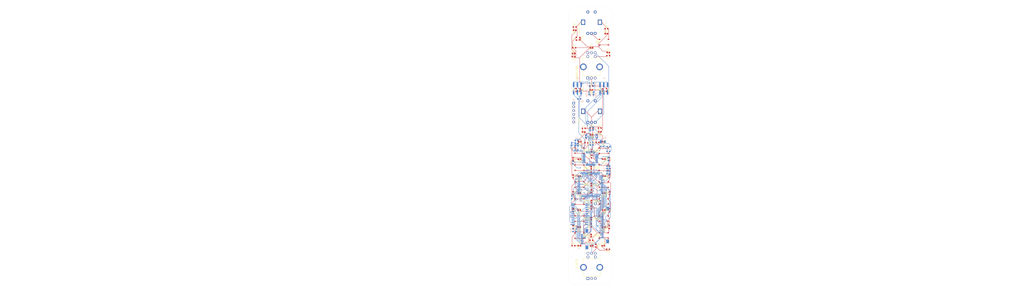
<source format=kicad_pcb>
(kicad_pcb (version 20240108) (generator "pcbnew") (generator_version "8.0")
  (layers (0 "F.Cu" signal) (1 "In1.Cu" signal) (2 "In2.Cu" signal) (31 "B.Cu" signal) (34 "B.Paste" user) (35 "F.Paste" user) (36 "B.SilkS" user "B.Silkscreen") (37 "F.SilkS" user "F.Silkscreen") (38 "B.Mask" user) (39 "F.Mask" user) (44 "Edge.Cuts" user))
  (net 0 "")
  (net 1 "Net-(U1-PC0{slash}XTAL2)")
  (net 2 "GND")
  (net 3 "Net-(U1-XTAL1)")
  (net 4 "Net-(U1-UCAP)")
  (net 5 "VCC")
  (net 6 "Net-(U1-~{HWB}{slash}PD7)")
  (net 7 "RESET")
  (net 8 "Net-(U2A-AREF)")
  (net 9 "Net-(D1-K)")
  (net 10 "Net-(D1_RX1-A)")
  (net 11 "/USB Input/RXI")
  (net 12 "Net-(D2-K)")
  (net 13 "Net-(D2_TX1-A)")
  (net 14 "/USB Input/TXI")
  (net 15 "Net-(D3-K)")
  (net 16 "Net-(D4-K)")
  (net 17 "Net-(D5-K)")
  (net 18 "Net-(D6-K)")
  (net 19 "Net-(D7-K)")
  (net 20 "Net-(D8-K)")
  (net 21 "Net-(D9-K)")
  (net 22 "Net-(D10-K)")
  (net 23 "Net-(D11-K)")
  (net 24 "Net-(D12-K)")
  (net 25 "Net-(D13-K)")
  (net 26 "Net-(D14-K)")
  (net 27 "Net-(D15-K)")
  (net 28 "Net-(D16-K)")
  (net 29 "Net-(D17-K)")
  (net 30 "Net-(D18-K)")
  (net 31 "Net-(D19-K)")
  (net 32 "Net-(D20-K)")
  (net 33 "Net-(D21-K)")
  (net 34 "Net-(D22-K)")
  (net 35 "Net-(D23-K)")
  (net 36 "Net-(D24-K)")
  (net 37 "Net-(D25-K)")
  (net 38 "Net-(D26-K)")
  (net 39 "Net-(D27-K)")
  (net 40 "Net-(D28-K)")
  (net 41 "Net-(D29-K)")
  (net 42 "Net-(D30-K)")
  (net 43 "Net-(D31-K)")
  (net 44 "Net-(D32-K)")
  (net 45 "Net-(D33-K)")
  (net 46 "HDG BUG PUSH")
  (net 47 "MOSI")
  (net 48 "SCK")
  (net 49 "D39")
  (net 50 "NAV VOL PUSH")
  (net 51 "D40")
  (net 52 "Net-(J2-VBUS)")
  (net 53 "D15")
  (net 54 "D23")
  (net 55 "D24")
  (net 56 "D22")
  (net 57 "D9")
  (net 58 "D14")
  (net 59 "D19")
  (net 60 "D29")
  (net 61 "D18")
  (net 62 "D8")
  (net 64 "D33")
  (net 65 "D20")
  (net 66 "D7")
  (net 67 "D6")
  (net 68 "D31")
  (net 69 "D10")
  (net 70 "D25")
  (net 71 "D2")
  (net 72 "D30")
  (net 73 "D17")
  (net 74 "D16")
  (net 76 "D12")
  (net 77 "D32")
  (net 78 "D26")
  (net 79 "D13")
  (net 80 "D27")
  (net 81 "D11")
  (net 82 "D28")
  (net 83 "D5")
  (net 84 "D4")
  (net 85 "D21")
  (net 86 "D3")
  (net 87 "Net-(J2-D+)")
  (net 89 "Net-(J2-D-)")
  (net 90 "MISO2")
  (net 91 "RESET2")
  (net 92 "SCK2")
  (net 93 "MOSI2")
  (net 94 "SK3")
  (net 95 "SK4")
  (net 96 "SK12")
  (net 97 "SK2")
  (net 98 "SK8")
  (net 99 "SK11")
  (net 100 "SK10")
  (net 101 "SK6")
  (net 102 "SK9")
  (net 103 "SK1")
  (net 104 "SK7")
  (net 105 "SK5")
  (net 106 "D47")
  (net 107 "D49")
  (net 108 "D46")
  (net 109 "D45")
  (net 110 "D44")
  (net 111 "D48")
  (net 112 "MISO")
  (net 113 "D-")
  (net 114 "D+")
  (net 115 "/USB Input/M8TXD")
  (net 116 "PE1")
  (net 117 "/USB Input/M8RXD")
  (net 118 "PE0")
  (net 119 "D38")
  (net 120 "Net-(U4-E)")
  (net 121 "NAV FQ PUSH")
  (net 122 "D43")
  (net 123 "D41")
  (net 124 "D42")
  (net 125 "D55")
  (net 126 "D56")
  (net 127 "D53")
  (net 128 "D57")
  (net 129 "D54")
  (net 130 "NAV SWAP")
  (net 131 "D58")
  (net 132 "D59")
  (net 133 "D60")
  (net 134 "D61")
  (net 135 "D62")
  (net 136 "D63")
  (net 137 "D64")
  (net 138 "D65")
  (net 139 "D66")
  (net 140 "D67")
  (net 141 "D68")
  (net 142 "D69")
  (net 159 "D36")
  (net 161 "D35")
  (net 166 "D37")
  (net 168 "D34")
  (net 173 "Net-(U2A-XTAL2)")
  (net 174 "Net-(U2A-XTAL1)")
  (footprint "IN-S63AT5UW:LEDC1608X39N" (layer "F.Cu") (at 213.3526 246.4266 180)
    (property "Reference" "D23")
    (property "Value" "LED" (hide yes))
  )
  (footprint "IN-S63AT5UW:LEDC1608X39N" (layer "F.Cu") (at 197.3946 165.1379 90)
    (property "Reference" "D5")
    (property "Value" "LED" (hide yes))
  )
  (footprint "IN-S63AT5UW:LEDC1608X39N" (layer "F.Cu") (at 204.962 165.1379)
    (property "Reference" "D31")
    (property "Value" "LED" (hide yes))
  )
  (footprint "PTS526-SK15-SMTR2-LFS:PTS526SK15SMTR2LFS" (layer "F.Cu") (at 197.0052 240.6608)
    (property "Reference" "S7")
    (property "Value" "PTS526_SK15_SMTR2_LFS" (hide yes))
  )
  (footprint "IN-S63AT5UW:LEDC1608X39N" (layer "F.Cu") (at 205.1196 136.6012)
    (property "Reference" "D4")
    (property "Value" "LED" (hide yes))
  )
  (footprint "Resistor_SMD:R_0603_1608Metric_Pad0.98x0.95mm_HandSolder" (layer "F.Cu") (at 205.0375 266.85)
    (property "Reference" "R25")
    (property "Value" "180Ω" (hide yes))
  )
  (footprint "Resistor_SMD:R_0603_1608Metric_Pad0.98x0.95mm_HandSolder" (layer "F.Cu") (at 194.8564 130.4799 90)
    (property "Reference" "R1")
    (property "Value" "180Ω" (hide yes))
  )
  (footprint "IN-S63AT5UW:LEDC1608X39N" (layer "F.Cu") (at 197.0177 270.5068)
    (property "Reference" "D27")
    (property "Value" "LED" (hide yes))
  )
  (footprint "Resistor_SMD:R_0603_1608Metric_Pad0.98x0.95mm_HandSolder" (layer "F.Cu") (at 192.7102 246.4266 -90)
    (property "Reference" "R21")
    (property "Value" "180Ω" (hide yes))
  )
  (footprint "Resistor_SMD:R_0603_1608Metric_Pad0.98x0.95mm_HandSolder" (layer "F.Cu") (at 217.203 223.4441 -90)
    (property "Reference" "R17")
    (property "Value" "180Ω" (hide yes))
  )
  (footprint "PEC11D-4120F-S0015:PEC11D4120FS0015" (layer "F.Cu") (at 202.6196 157.0228)
    (property "Reference" "E_NAV_FQ1")
    (property "Value" "PEC11D-4120F-S0015" (hide yes))
  )
  (footprint "IN-S63AT5UW:LEDC1608X39N" (layer "F.Cu") (at 196.85 234.9204 180)
    (property "Reference" "D18")
    (property "Value" "LED" (hide yes))
  )
  (footprint "IN-S63AT5UW:LEDC1608X39N" (layer "F.Cu") (at 212.8446 165.1379 90)
    (property "Reference" "D6")
    (property "Value" "LED" (hide yes))
  )
  (footprint "Resistor_SMD:R_0603_1608Metric_Pad0.98x0.95mm_HandSolder" (layer "F.Cu") (at 199.9175 191.09)
    (property "Reference" "R7")
    (property "Value" "180Ω" (hide yes))
  )
  (footprint "IN-S63AT5UW:LEDC1608X39N" (layer "F.Cu") (at 213.158 200.1553 180)
    (property "Reference" "D11")
    (property "Value" "LED" (hide yes))
  )
  (footprint "MountingHole:MountingHole_2.7mm_M2.5" (layer "F.Cu") (at 194.3608 194.818)
    (property "Reference" "PCBMount2" (hide yes))
    (property "Value" "MountingHole_2.7mm_M2.5" (hide yes))
  )
  (footprint "Resistor_SMD:R_0603_1608Metric_Pad0.98x0.95mm_HandSolder" (layer "F.Cu") (at 193.4483 136.6012 180)
    (property "Reference" "R4")
    (property "Value" "180Ω" (hide yes))
  )
  (footprint "MountingHole:MountingHole_2.7mm_M2.5" (layer "F.Cu") (at 216.027 194.818)
    (property "Reference" "PCBMount3" (hide yes))
    (property "Value" "MountingHole_2.7mm_M2.5" (hide yes))
  )
  (footprint "Resistor_SMD:R_0603_1608Metric_Pad0.98x0.95mm_HandSolder" (layer "F.Cu") (at 192.7102 257.9328 -90)
    (property "Reference" "R24")
    (property "Value" "180Ω" (hide yes))
  )
  (footprint "PEC11D-4120F-S0015:PEC11D4120FS0015" (layer "F.Cu") (at 202.7184 292.6404)
    (property "Reference" "E_ALT1")
    (property "Value" "PEC11D-4120F-S0015" (hide yes))
  )
  (footprint "IN-S63AT5UW:LEDC1608X39N" (layer "F.Cu") (at 196.7732 246.4266 180)
    (property "Reference" "D21")
    (property "Value" "LED" (hide yes))
  )
  (footprint "IN-S63AT5UW:LEDC1608X39N" (layer "F.Cu") (at 197.1885 200.1553 180)
    (property "Reference" "D9")
    (property "Value" "LED" (hide yes))
  )
  (footprint "Resistor_SMD:R_0603_1608Metric_Pad0.98x0.95mm_HandSolder" (layer "F.Cu") (at 217.203 246.4266 -90)
    (property "Reference" "R23")
    (property "Value" "180Ω" (hide yes))
  )
  (footprint "PTS526-SK15-SMTR2-LFS:PTS526SK15SMTR2LFS" (layer "F.Cu") (at 197.0052 263.6732)
    (property "Reference" "S9")
    (property "Value" "PTS526_SK15_SMTR2_LFS" (hide yes))
  )
  (footprint "IN-S63AT5UW:LEDC1608X39N" (layer "F.Cu") (at 196.9764 211.9595 180)
    (property "Reference" "D12")
    (property "Value" "LED" (hide yes))
  )
  (footprint "Resistor_SMD:R_0603_1608Metric_Pad0.98x0.95mm_HandSolder" (layer "F.Cu") (at 204.9566 221.6385 -90)
    (property "Reference" "R13")
    (property "Value" "180Ω" (hide yes))
  )
  (footprint "MountingHole:MountingHole_2.7mm_M2.5" (layer "F.Cu") (at 201.8284 132.7658)
    (property "Reference" "PCBMount1" (hide yes))
    (property "Value" "MountingHole_2.7mm_M2.5" (hide yes))
  )
  (footprint "IN-S63AT5UW:LEDC1608X39N" (layer "F.Cu") (at 205.1304 206.1676 90)
    (property "Reference" "D10")
    (property "Value" "LED" (hide yes))
  )
  (footprint "IN-S63AT5UW:LEDC1608X39N" (layer "F.Cu") (at 213.4208 234.9204 180)
    (property "Reference" "D20")
    (property "Value" "LED" (hide yes))
  )
  (footprint "PTS526-SK15-SMTR2-LFS:PTS526SK15SMTR2LFS" (layer "F.Cu") (at 197.0052 252.1924)
    (property "Reference" "S8")
    (property "Value" "PTS526_SK15_SMTR2_LFS" (hide yes))
  )
  (footprint "IN-S63AT5UW:LEDC1608X39N" (layer "F.Cu") (at 204.9566 240.6608 90)
    (property "Reference" "D19")
    (property "Value" "LED" (hide yes))
  )
  (footprint "Resistor_SMD:R_0603_1608Metric_Pad0.98x0.95mm_HandSolder" (layer "F.Cu") (at 217.203 234.9204 -90)
    (property "Reference" "R20")
    (property "Value" "180Ω" (hide yes))
  )
  (footprint "Resistor_SMD:R_0603_1608Metric_Pad0.98x0.95mm_HandSolder" (layer "F.Cu") (at 217.203 211.8595 -90)
    (property "Reference" "R14")
    (property "Value" "180Ω" (hide yes))
  )
  (footprint "PTS526-SK15-SMTR2-LFS:PTS526SK15SMTR2LFS" (layer "F.Cu") (at 213.408 263.6732)
    (property "Reference" "S15")
    (property "Value" "PTS526_SK15_SMTR2_LFS" (hide yes))
  )
  (footprint "IN-S63AT5UW:LEDC1608X39N" (layer "F.Cu") (at 216.4528 139.786 180)
    (property "Reference" "D2")
    (property "Value" "LED" (hide yes))
  )
  (footprint "Resistor_SMD:R_0603_1608Metric_Pad0.98x0.95mm_HandSolder" (layer "F.Cu") (at 204.9566 233.7289 -90)
    (property "Reference" "R16")
    (property "Value" "180Ω" (hide yes))
  )
  (footprint "PTS526-SK15-SMTR2-LFS:PTS526SK15SMTR2LFS" (layer "F.Cu") (at 197.0052 229.18)
    (property "Reference" "S6")
    (property "Value" "PTS526_SK15_SMTR2_LFS" (hide yes))
  )
  (footprint "MountingHole:MountingHole_3.5mm" (layer "F.Cu") (at 193.421 289.5092)
    (property "Reference" "REF2" (hide yes))
    (property "Value" "MountingHole_3.5mm" (hide yes))
  )
  (footprint "IN-S63AT5UW:LEDC1608X39N" (layer "F.Cu") (at 213.0779 270.5068)
    (property "Reference" "D28")
    (property "Value" "LED" (hide yes))
  )
  (footprint "IN-S63AT5UW:LEDC1608X39N" (layer "F.Cu") (at 196.7257 257.9328 180)
    (property "Reference" "D24")
    (property "Value" "LED" (hide yes))
  )
  (footprint "PTS526-SK15-SMTR2-LFS:PTS526SK15SMTR2LFS" (layer "F.Cu") (at 213.408 206.1676)
    (property "Reference" "S10")
    (property "Value" "PTS526_SK15_SMTR2_LFS" (hide yes))
  )
  (footprint "IN-S63AT5UW:LEDC1608X39N" (layer "F.Cu") (at 204.9566 252.1924 90)
    (property "Reference" "D22")
    (property "Value" "LED" (hide yes))
  )
  (footprint "Resistor_SMD:R_0603_1608Metric_Pad0.98x0.95mm_HandSolder" (layer "F.Cu") (at 215.1907 123.698)
    (property "Reference" "R33")
    (property "Value" "180Ω" (hide yes))
  )
  (footprint "Resistor_SMD:R_0603_1608Metric_Pad0.98x0.95mm_HandSolder" (layer "F.Cu") (at 192.7102 211.8595 -90)
    (property "Reference" "R12")
    (property "Value" "180Ω" (hide yes))
  )
  (footprint "PTS526-SK15-SMTR2-LFS:PTS526SK15SMTR2LFS" (layer "F.Cu") (at 213.408 240.6608)
    (property "Reference" "S13")
    (property "Value" "PTS526_SK15_SMTR2_LFS" (hide yes))
  )
  (footprint "Resistor_SMD:R_0603_1608Metric_Pad0.98x0.95mm_HandSolder" (layer "F.Cu") (at 204.9566 244.6763 -90)
    (property "Reference" "R19")
    (property "Value" "180Ω" (hide yes))
  )
  (footprint "Resistor_SMD:R_0603_1608Metric_Pad0.98x0.95mm_HandSolder" (layer "F.Cu") (at 209.1525 200.6 180)
    (property "Reference" "R11")
    (property "Value" "180Ω" (hide yes))
  )
  (footprint "IN-S63AT5UW:LEDC1608X39N" (layer "F.Cu") (at 205.1665 195.4353 180)
    (property "Reference" "D30")
    (property "Value" "LED" (hide yes))
  )
  (footprint "Resistor_SMD:R_0603_1608Metric_Pad0.98x0.95mm_HandSolder" (layer "F.Cu") (at 192.7102 223.4927 -90)
    (property "Reference" "R15")
    (property "Value" "180Ω" (hide yes))
  )
  (footprint "Resistor_SMD:R_0603_1608Metric_Pad0.98x0.95mm_HandSolder" (layer "F.Cu") (at 216.4528 141.986 180)
    (property "Reference" "R2")
    (property "Value" "180Ω" (hide yes))
  )
  (footprint "MountingHole:MountingHole_3.5mm" (layer "F.Cu") (at 193.421 115.2652)
    (property "Reference" "REF1" (hide yes))
    (property "Value" "MountingHole_3.5mm" (hide yes))
  )
  (footprint "Resistor_SMD:R_0603_1608Metric_Pad0.98x0.95mm_HandSolder" (layer "F.Cu") (at 204.962 162.44)
    (property "Reference" "R31")
    (property "Value" "180Ω" (hide yes))
  )
  (footprint "PTS526-SK15-SMTR2-LFS:PTS526SK15SMTR2LFS" (layer "F.Cu") (at 197.0052 217.6992)
    (property "Reference" "S5")
    (property "Value" "PTS526_SK15_SMTR2_LFS" (hide yes))
  )
  (footprint "Resistor_SMD:R_0603_1608Metric_Pad0.98x0.95mm_HandSolder" (layer "F.Cu") (at 192.9052 270.5068 180)
    (property "Reference" "R27")
    (property "Value" "180Ω" (hide yes))
  )
  (footprint "PTS526-SK15-SMTR2-LFS:PTS526SK15SMTR2LFS" (layer "F.Cu") (at 213.408 229.18)
    (property "Reference" "S12")
    (property "Value" "PTS526_SK15_SMTR2_LFS" (hide yes))
  )
  (footprint "IN-S63AT5UW:LEDC1608X39N" (layer "F.Cu") (at 193.0694 140.4464)
    (property "Reference" "D32")
    (property "Value" "LED" (hide yes))
  )
  (footprint "IN-S63AT5UW:LEDC1608X39N" (layer "F.Cu") (at 196.8494 223.4927 180)
    (property "Reference" "D15")
    (property "Value" "LED" (hide yes))
  )
  (footprint "IN-S63AT5UW:LEDC1608X39N" (layer "F.Cu") (at 215.1907 127.08)
    (property "Reference" "D33")
    (property "Value" "LED" (hide yes))
  )
  (footprint "IN-S63AT5UW:LEDC1608X39N" (layer "F.Cu") (at 204.9566 229.18 90)
    (property "Reference" "D16")
    (property "Value" "LED" (hide yes))
  )
  (footprint "Resistor_SMD:R_0603_1608Metric_Pad0.98x0.95mm_HandSolder" (layer "F.Cu") (at 215.29 165.1379 90)
    (property "Reference" "R6")
    (property "Value" "180Ω" (hide yes))
  )
  (footprint "Resistor_SMD:R_0603_1608Metric_Pad0.98x0.95mm_HandSolder" (layer "F.Cu") (at 217.203 257.9328 -90)
    (property "Reference" "R26")
    (property "Value" "180Ω" (hide yes))
  )
  (footprint "Resistor_SMD:R_0603_1608Metric_Pad0.98x0.95mm_HandSolder" (layer "F.Cu") (at 204.9566 256.7413 -90)
    (property "Reference" "R22")
    (property "Value" "180Ω" (hide yes))
  )
  (footprint "IN-S63AT5UW:LEDC1608X39N" (layer "F.Cu") (at 204.9566 263.6732 90)
    (property "Reference" "D25")
    (property "Value" "LED" (hide yes))
  )
  (footprint "IN-S63AT5UW:LEDC1608X39N" (layer "F.Cu") (at 213.4494 211.9334 180)
    (property "Reference" "D14")
    (property "Value" "LED" (hide yes))
  )
  (footprint "Resistor_SMD:R_0603_1608Metric_Pad0.98x0.95mm_HandSolder" (layer "F.Cu") (at 193.0694 142.6464)
    (property "Reference" "R32")
    (property "Value" "180Ω" (hide yes))
  )
  (footprint "digikey-footprints:Rotary_Encoder_Switched_PEC11R" (layer "F.Cu") (at 199.4704 179.578)
    (property "Reference" "E_HDG1")
    (property "Value" "PEC11R-4215F-S0024" (hide yes))
  )
  (footprint "IN-S63AT5UW:LEDC1608X39N" (layer "F.Cu") (at 213.4796 257.9328 180)
    (property "Reference" "D26")
    (property "Value" "LED" (hide yes))
  )
  (footprint "PTS526-SK15-SMTR2-LFS:PTS526SK15SMTR2LFS" (layer "F.Cu") (at 213.408 252.1924)
    (property "Reference" "S14")
    (property "Value" "PTS526_SK15_SMTR2_LFS" (hide yes))
  )
  (footprint "MountingHole:MountingHole_2.7mm_M2.5" (layer "F.Cu") (at 194.4116 276.1742)
    (property "Reference" "PCBMount4" (hide yes))
    (property "Value" "MountingHole_2.7mm_M2.5" (hide yes))
  )
  (footprint "Resistor_SMD:R_0603_1608Metric_Pad0.98x0.95mm_HandSolder" (layer "F.Cu") (at 210.7075 190.92)
    (property "Reference" "R8")
    (property "Value" "180Ω" (hide yes))
  )
  (footprint "IN-S63AT5UW:LEDC1608X39N" (layer "F.Cu") (at 193.7821 124.7648)
    (property "Reference" "D3")
    (property "Value" "LED" (hide yes))
  )
  (footprint "digikey-footprints:Rotary_Encoder_Switched_PEC11R" (layer "F.Cu") (at 199.42 119.38)
    (property "Reference" "E_NAV_VOL1")
    (property "Value" "PEC11R-4215F-S0024" (hide yes))
  )
  (footprint "IN-S63AT5UW:LEDC1608X39N" (layer "F.Cu") (at 199.8115 193.59)
    (property "Reference" "D7")
    (property "Value" "LED" (hide yes))
  )
  (footprint "MountingHole:MountingHole_2.7mm_M2.5" (layer "F.Cu") (at 216.0778 291.592)
    (property "Reference" "PCBMount5" (hide yes))
    (property "Value" "MountingHole_2.7mm_M2.5" (hide yes))
  )
  (footprint "Resistor_SMD:R_0603_1608Metric_Pad0.98x0.95mm_HandSolder" (layer "F.Cu") (at 205.1225 191.02 180)
    (property "Reference" "R30")
    (property "Value" "180Ω" (hide yes))
  )
  (footprint "Resistor_SMD:R_0603_1608Metric_Pad0.98x0.95mm_HandSolder" (layer "F.Cu") (at 194.73 165.1379 90)
    (property "Reference" "R5")
    (property "Value" "180Ω" (hide yes))
  )
  (footprint "IN-S63AT5UW:LEDC1608X39N" (layer "F.Cu") (at 213.5478 223.4396 180)
    (property "Reference" "D17")
    (property "Value" "LED" (hide yes))
  )
  (footprint "Resistor_SMD:R_0603_1608Metric_Pad0.98x0.95mm_HandSolder" (layer "F.Cu") (at 205.1304 210.1831 90)
    (property "Reference" "R10")
    (property "Value" "180Ω" (hide yes))
  )
  (footprint "PTS526-SK15-SMTR2-LFS:PTS526SK15SMTR2LFS" (layer "F.Cu") (at 213.408 217.6992)
    (property "Reference" "S11")
    (property "Value" "PTS526_SK15_SMTR2_LFS" (hide yes))
  )
  (footprint "PTS526-SK15-SMTR2-LFS:PTS526SK15SMTR2LFS" (layer "F.Cu") (at 213.5604 132.8124)
    (property "Reference" "S3")
    (property "Value" "PTS526_SK15_SMTR2_LFS" (hide yes))
  )
  (footprint "Resistor_SMD:R_0603_1608Metric_Pad0.98x0.95mm_HandSolder" (layer "F.Cu") (at 192.7102 234.9204 -90)
    (property "Reference" "R18")
    (property "Value" "180Ω" (hide yes))
  )
  (footprint "Resistor_SMD:R_0603_1608Metric_Pad0.98x0.95mm_HandSolder" (layer "F.Cu") (at 208.0768 270.5068 90)
    (property "Reference" "R29")
    (property "Value" "180Ω" (hide yes))
  )
  (footprint "IN-S63AT5UW:LEDC1608X39N" (layer "F.Cu") (at 205.2184 270.5068)
    (property "Reference" "D29")
    (property "Value" "LED" (hide yes))
  )
  (footprint "Resistor_SMD:R_0603_1608Metric_Pad0.98x0.95mm_HandSolder" (layer "F.Cu") (at 216.3075 272.89)
    (property "Reference" "R28")
    (property "Value" "180Ω" (hide yes))
  )
  (footprint "IN-S63AT5UW:LEDC1608X39N" (layer "F.Cu") (at 197.2564 130.4799 90)
    (property "Reference" "D1")
    (property "Value" "LED" (hide yes))
  )
  (footprint "IN-S63AT5UW:LEDC1608X39N" (layer "F.Cu") (at 204.9566 217.726 90)
    (property "Reference" "D13")
    (property "Value" "LED" (hide yes))
  )
  (footprint "PTS526-SK15-SMTR2-LFS:PTS526SK15SMTR2LFS" (layer "F.Cu") (at 197.0052 206.1676)
    (property "Reference" "S4")
    (property "Value" "PTS526_SK15_SMTR2_LFS" (hide yes))
  )
  (footprint "Resistor_SMD:R_0603_1608Metric_Pad0.98x0.95mm_HandSolder" (layer "F.Cu") (at 201.6875 200.8 180)
    (property "Reference" "R9")
    (property "Value" "180Ω" (hide yes))
  )
  (footprint "IN-S63AT5UW:LEDC1608X39N" (layer "F.Cu") (at 210.7515 193.57)
    (property "Reference" "D8")
    (property "Value" "LED" (hide yes))
  )
  (footprint "Resistor_SMD:R_0603_1608Metric_Pad0.98x0.95mm_HandSolder" (layer "F.Cu") (at 193.7821 122.5148)
    (property "Reference" "R3")
    (property "Value" "180Ω" (hide yes))
  )
  (footprint "Resistor_SMD:R_0603_1608Metric_Pad0.98x0.95mm_HandSolder" (layer "B.Cu") (at 192.5828 214.2255 -90)
    (property "Reference" "R38")
    (property "Value" "1K" (hide yes))
  )
  (footprint "USB3140-30-0070-1-C:GCT_USB3140-30-0070-1-C_REVE1" (layer "B.Cu") (at 205.0895 196.2704)
    (property "Reference" "J2")
    (property "Value" "USB3140-30-0070-1-C" (hide yes))
  )
  (footprint "Resistor_SMD:R_0603_1608Metric_Pad0.98x0.95mm_HandSolder" (layer "B.Cu") (at 191.7326 201.8279 90)
    (property "Reference" "R36")
    (property "Value" "1M" (hide yes))
  )
  (footprint "Resistor_SMD:R_0603_1608Metric_Pad0.98x0.95mm_HandSolder" (layer "B.Cu") (at 196.8265 171.196 180)
    (property "Reference" "R42")
    (property "Value" "10K" (hide yes))
  )
  (footprint "digikey-footprints:SSOP-24_W5.30mm" (layer "B.Cu") (at 197.33 248.64 180)
    (property "Reference" "U4")
    (property "Value" "CD74HC4067SM96")
  )
  (footprint "Capacitor_SMD:C_0603_1608Metric_Pad1.08x0.95mm_HandSolder" (layer "B.Cu") (at 216.4853 220.119 180)
    (property "Reference" "C8")
    (property "Value" "0.1µF" (hide yes))
  )
  (footprint "Capacitor_SMD:C_0603_1608Metric_Pad1.08x0.95mm_HandSolder" (layer "B.Cu") (at 212.2435 203.3524)
    (property "Reference" "C10")
    (property "Value" "0.1µF" (hide yes))
  )
  (footprint "Capacitor_SMD:C_0603_1608Metric_Pad1.08x0.95mm_HandSolder" (layer "B.Cu") (at 216.4853 221.869 180)
    (property "Reference" "C9")
    (property "Value" "0.1µF" (hide yes))
  )
  (footprint "digikey-footprints:TQFP-100_14x14mm" (layer "B.Cu") (at 204.4023 229.2475 180)
    (property "Reference" "U2")
    (property "Value" "ATMEGA2560-16AU" (hide yes))
  )
  (footprint "CSTNE16MOV530000R0:CSTNE16M0V530000R0" (layer "B.Cu") (at 207.1816 241.383)
    (property "Reference" "U3")
    (property "Value" "CSTNE16M0V530000R0" (hide yes))
  )
  (footprint "Connector_PinHeader_2.54mm:PinHeader_2x03_P2.54mm_Vertical_SMD" (layer "B.Cu") (at 213.4108 164.2214 90)
    (property "Reference" "J7")
    (property "Value" "AVR-ISP-6" (hide yes))
  )
  (footprint "IN-S63AT5UW:LEDC1608X39N" (layer "B.Cu") (at 203.5556 167.3633 90)
    (property "Reference" "D2_TX1")
    (property "Value" "LED" (hide yes))
  )
  (footprint "Resistor_SMD:R_0603_1608Metric_Pad0.98x0.95mm_HandSolder" (layer "B.Cu") (at 192.6172 260.0155 -90)
    (property "Reference" "R45")
    (property "Value" "10K" (hide yes))
  )
  (footprint "Resistor_SMD:R_0603_1608Metric_Pad0.98x0.95mm_HandSolder" (layer "B.Cu") (at 191.83 237.7925 90)
    (property "Reference" "R44")
    (property "Value" "10K" (hide yes))
  )
  (footprint "Capacitor_SMD:C_0603_1608Metric_Pad1.08x0.95mm_HandSolder" (layer "B.Cu") (at 195.0201 205.7654)
    (property "Reference" "C2")
    (property "Value" "8pF" (hide yes))
  )
  (footprint "Capacitor_SMD:C_0603_1608Metric_Pad1.08x0.95mm_HandSolder" (layer "B.Cu") (at 216.4853 218.369 180)
    (property "Reference" "C7")
    (property "Value" "0.1µF" (hide yes))
  )
  (footprint "IN-S63AT5UW:LEDC1608X39N" (layer "B.Cu") (at 206.4495 167.3633 90)
    (property "Reference" "D1_RX1")
    (property "Value" "LED" (hide yes))
  )
  (footprint "Capacitor_SMD:C_0603_1608Metric_Pad1.08x0.95mm_HandSolder" (layer "B.Cu") (at 206.2226 191.2863 90)
    (property "Reference" "C5")
    (property "Value" "0.1µF" (hide yes))
  )
  (footprint "ECS-160-8-36B2-CKM-TR:ECS160836B2CKMTR" (layer "B.Cu") (at 195.1201 202.1154 180)
    (property "Reference" "Y1")
    (property "Value" "Crystal" (hide yes))
  )
  (footprint "Capacitor_SMD:C_0603_1608Metric_Pad1.08x0.95mm_HandSolder" (layer "B.Cu") (at 195.0709 199.1868)
    (property "Reference" "C1")
    (property "Value" "8pF" (hide yes))
  )
  (footprint "Capacitor_SMD:C_0603_1608Metric_Pad1.08x0.95mm_HandSolder" (layer "B.Cu") (at 216.5705 206.697)
    (property "Reference" "C4")
    (property "Value" "0.1µF" (hide yes))
  )
  (footprint "Capacitor_SMD:C_0603_1608Metric_Pad1.08x0.95mm_HandSolder" (layer "B.Cu") (at 216.4853 216.619 180)
    (property "Reference" "C6")
    (property "Value" "0.1µF" (hide yes))
  )
  (footprint "Connector_PinHeader_2.54mm:PinHeader_1x06_P2.54mm_Vertical" (layer "B.Cu") (at 193.0908 174.0408 180)
    (property "Reference" "J6")
    (property "Value" "Conn_01x06_Pin" (hide yes))
  )
  (footprint "Resistor_SMD:R_0603_1608Metric_Pad0.98x0.95mm_HandSolder" (layer "B.Cu") (at 203.8117 161.4373 -90)
    (property "Reference" "R41")
    (property "Value" "180Ω" (hide yes))
  )
  (footprint "Connector-FFC:CF31141D0R0-05-NH" (layer "B.Cu") (at 200.13 266.16 -90)
    (property "Reference" "J5")
    (property "Value" "~" (hide yes))
  )
  (footprint "Connector-FFC:CF31361D0R0-05-NH" (layer "B.Cu") (at 214.25 256.1156 -90)
    (property "Reference" "J1")
    (property "Value" "~" (hide yes))
  )
  (footprint "Resistor_SMD:R_0603_1608Metric_Pad0.98x0.95mm_HandSolder" (layer "B.Cu") (at 206.1113 201.4742 -90)
    (property "Reference" "R34")
    (property "Value" "22Ω" (hide yes))
  )
  (footprint "Resistor_SMD:R_0603_1608Metric_Pad0.98x0.95mm_HandSolder" (layer "B.Cu") (at 204.2226 191.3113 90)
    (property "Reference" "R37")
    (property "Value" "1K" (hide yes))
  )
  (footprint "Capacitor_SMD:C_0603_1608Metric_Pad1.08x0.95mm_HandSolder" (layer "B.Cu") (at 216.6705 203.497)
    (property "Reference" "C3")
    (property "Value" "0.1µF" (hide yes))
  )
  (footprint "Resistor_SMD:R_0603_1608Metric_Pad0.98x0.95mm_HandSolder" (layer "B.Cu") (at 210.9978 241.0225 90)
    (property "Reference" "R43")
    (property "Value" "10K" (hide yes))
  )
  (footprint "OZCJ0075AF2E:FUSC3216X125N" (layer "B.Cu") (at 212.861 200.1024 180)
    (property "Reference" "F1")
    (property "Value" "0ZCJ0075AF2E" (hide yes))
  )
  (footprint "Connector_PinHeader_2.54mm:PinHeader_2x03_P2.54mm_Vertical_SMD" (layer "B.Cu") (at 195.6054 164.069 90)
    (property "Reference" "J3")
    (property "Value" "AVR-ISP-6" (hide yes))
  )
  (footprint "Resistor_SMD:R_0603_1608Metric_Pad0.98x0.95mm_HandSolder" (layer "B.Cu") (at 206.4556 161.5123 90)
    (property "Reference" "R40")
    (property "Value" "180Ω" (hide yes))
  )
  (footprint "Resistor_SMD:R_0603_1608Metric_Pad0.98x0.95mm_HandSolder" (layer "B.Cu") (at 204.3613 201.4742 -90)
    (property "Reference" "R35")
    (property "Value" "22Ω" (hide yes))
  )
  (footprint "Resistor_SMD:R_0603_1608Metric_Pad0.98x0.95mm_HandSolder" (layer "B.Cu") (at 216.408 211.8595 90)
    (property "Reference" "R39")
    (property "Value" "1K" (hide yes))
  )
  (footprint "Capacitor_SMD:C_0603_1608Metric_Pad1.08x0.95mm_HandSolder" (layer "B.Cu") (at 194.7 260.0125 90)
    (property "Reference" "C11")
    (property "Value" "0.1µF" (hide yes))
  )
  (footprint "Package_QFP:TQFP-32_7x7mm_P0.8mm" (layer "B.Cu") (at 204.43 211.51 180)
    (property "Reference" "U1")
    (property "Value" "ATmega16U2-A" (hide yes))
  )
  (gr_line (start 189.7888 293.1668) (end 189.794137 113.085381) (stroke (width 0.05)) (layer "Edge.Cuts"))
  (gr_line (start 219.010982 112.896616) (end 219.044263 293.009819) (stroke (width 0.05)) (layer "Edge.Cuts"))
  (gr_line (start 215.647047 296.603401) (end 193.382382 296.564016) (stroke (width 0.05)) (layer "Edge.Cuts"))
  (gr_arc (start 189.794137 113.085381) (mid 190.7286 110.5662) (end 193.191353 109.491799) (stroke (width 0.05)) (layer "Edge.Cuts"))
  (gr_arc (start 193.382382 296.564016) (mid 190.863201 295.629553) (end 189.7888 293.1668) (stroke (width 0.05)) (layer "Edge.Cuts"))
  (gr_arc (start 219.044263 293.009819) (mid 218.1098 295.529) (end 215.647047 296.603401) (stroke (width 0.05)) (layer "Edge.Cuts"))
  (gr_line (start 193.191353 109.491799) (end 215.4174 109.4994) (stroke (width 0.05)) (layer "Edge.Cuts"))
  (gr_arc (start 215.4174 109.4994) (mid 217.936581 110.433863) (end 219.010982 112.896616) (stroke (width 0.05)) (layer "Edge.Cuts"))
  (via (at 197.9443 199.1416) (size 0.6) (drill 0.3) (layers "F.Cu" "B.Cu") (net 1))
  (via (at 207.3407 209.4826) (size 0.6) (drill 0.3) (layers "F.Cu" "B.Cu") (net 1))
  (segment (start 194.2084 200.602) (end 194.2701 200.6637) (width 0.2) (layer "B.Cu") (net 1))
  (segment (start 194.9904 198.4048) (end 197.2075 198.4048) (width 0.2) (layer "B.Cu") (net 1))
  (segment (start 207.3681 209.51) (end 207.3407 209.4826) (width 0.2) (layer "B.Cu") (net 1))
  (segment (start 192.046 200.602) (end 191.7326 200.9154) (width 0.2) (layer "B.Cu") (net 1))
  (segment (start 208.68 209.51) (end 207.3681 209.51) (width 0.2) (layer "B.Cu") (net 1))
  (segment (start 197.2075 198.4048) (end 197.9443 199.1416) (width 0.2) (layer "B.Cu") (net 1))
  (segment (start 194.2084 200.602) (end 192.046 200.602) (width 0.2) (layer "B.Cu") (net 1))
  (segment (start 194.2084 199.1868) (end 194.2084 200.602) (width 0.2) (layer "B.Cu") (net 1))
  (segment (start 194.2701 201.4654) (end 194.2701 200.6637) (width 0.2) (layer "B.Cu") (net 1))
  (segment (start 194.2084 199.1868) (end 194.9904 198.4048) (width 0.2) (layer "B.Cu") (net 1))
  (segment (start 194.8069 206.2596) (end 195.3156 206.7683) (width 0.2) (layer "F.Cu") (net 2))
  (segment (start 216.408 216.175) (end 211.5355 216.175) (width 0.2) (layer "F.Cu") (net 2))
  (segment (start 192.5358 131.888) (end 192.5358 136.6012) (width 0.2) (layer "F.Cu") (net 2))
  (segment (start 195.0297 227.33) (end 194.8069 227.33) (width 0.2) (layer "F.Cu") (net 2))
  (segment (start 211.2097 261.8232) (end 216.0821 261.8232) (width 0.2) (layer "F.Cu") (net 2))
  (segment (start 216.408 215.8492) (end 216.408 216.175) (width 0.2) (layer "F.Cu") (net 2))
  (segment (start 191.9156 235.0383) (end 192.7102 235.8329) (width 0.2) (layer "F.Cu") (net 2))
  (segment (start 202.3928 218.8885) (end 200.0052 216.5009) (width 0.2) (layer "F.Cu") (net 2))
  (segment (start 200.0052 256.8675) (end 200.398 256.4747) (width 0.2) (layer "F.Cu") (net 2))
  (segment (start 210.408 261.8232) (end 209.126 261.8232) (width 0.2) (layer "F.Cu") (net 2))
  (segment (start 191.8889 241.5788) (end 191.8889 246.5178) (width 0.2) (layer "F.Cu") (net 2))
  (segment (start 200.775 200.8) (end 200.775 202.8961) (width 0.2) (layer "F.Cu") (net 2))
  (segment (start 210.408 227.33) (end 210.408 227.9817) (width 0.2) (layer "F.Cu") (net 2))
  (segment (start 216.0821 261.8232) (end 216.408 261.4973) (width 0.2) (layer "F.Cu") (net 2))
  (segment (start 205.1704 190.0596) (end 210.7596 190.0596) (width 0.2) (layer "F.Cu") (net 2))
  (segment (start 210.408 204.3176) (end 210.408 204.6434) (width 0.2) (layer "F.Cu") (net 2))
  (segment (start 216.1032 123.698) (end 216.7424 124.3372) (width 0.2) (layer "F.Cu") (net 2))
  (segment (start 201.1302 255.7425) (end 201.1302 252.1191) (width 0.2) (layer "F.Cu") (net 2))
  (segment (start 199.7629 250.3424) (end 200.0052 250.3424) (width 0.2) (layer "F.Cu") (net 2))
  (segment (start 197.7183 119.4911) (end 197.7183 119.38) (width 0.2) (layer "F.Cu") (net 2))
  (segment (start 205.95 264.9992) (end 205.95 266.85) (width 0.2) (layer "F.Cu") (net 2))
  (segment (start 194.0052 238.8108) (end 194.8069 238.8108) (width 0.2) (layer "F.Cu") (net 2))
  (segment (start 194.0052 214.067) (end 194.0052 215.8492) (width 0.2) (layer "F.Cu") (net 2))
  (segment (start 200.0052 261.1715) (end 194.0052 261.1715) (width 0.2) (layer "F.Cu") (net 2))
  (segment (start 212.5217 120.1165) (end 216.1032 123.698) (width 0.2) (layer "F.Cu") (net 2))
  (segment (start 210.408 238.8108) (end 210.408 237.0297) (width 0.2) (layer "F.Cu") (net 2))
  (segment (start 194.0052 204.3176) (end 194.8069 204.3176) (width 0.2) (layer "F.Cu") (net 2))
  (segment (start 209.126 261.8232) (end 204.9566 257.6538) (width 0.2) (layer "F.Cu") (net 2))
  (segment (start 195.0297 227.33) (end 195.0297 227.6648) (width 0.2) (layer "F.Cu") (net 2))
  (segment (start 216.7424 130.1287) (end 216.5604 130.3107) (width 0.2) (layer "F.Cu") (net 2))
  (segment (start 203.3282 222.5224) (end 202.3928 221.587) (width 0.2) (layer "F.Cu") (net 2))
  (segment (start 205.1304 209.2706) (end 206.026 209.2706) (width 0.2) (layer "F.Cu") (net 2))
  (segment (start 201.1302 252.1191) (end 200.0052 250.9941) (width 0.2) (layer "F.Cu") (net 2))
  (segment (start 200.0052 261.8232) (end 200.0052 261.1715) (width 0.2) (layer "F.Cu") (net 2))
  (segment (start 194.8069 238.8108) (end 197.6277 238.8108) (width 0.2) (layer "F.Cu") (net 2))
  (segment (start 199.7629 250.3424) (end 199.2035 250.3424) (width 0.2) (layer "F.Cu") (net 2))
  (segment (start 217.9806 223.579) (end 217.9806 218.0735) (width 0.2) (layer "F.Cu") (net 2))
  (segment (start 200.0052 250.3424) (end 200.8069 250.3424) (width 0.2) (layer "F.Cu") (net 2))
  (segment (start 218.0021 228.2724) (end 218.0021 235.0338) (width 0.2) (layer "F.Cu") (net 2))
  (segment (start 194.0052 238.8108) (end 194.0052 238.1591) (width 0.2) (layer "F.Cu") (net 2))
  (segment (start 210.408 227.33) (end 209.6063 227.33) (width 0.2) (layer "F.Cu") (net 2))
  (segment (start 217.2097 254.903) (end 216.4185 255.6942) (width 0.2) (layer "F.Cu") (net 2))
  (segment (start 194.0052 227.0041) (end 194.0052 227.33) (width 0.2) (layer "F.Cu") (net 2))
  (segment (start 194.0052 238.8108) (end 194.0052 239.4625) (width 0.2) (layer "F.Cu") (net 2))
  (segment (start 191.9927 264.4874) (end 194.0052 262.4749) (width 0.2) (layer "F.Cu") (net 2))
  (segment (start 194.8069 204.3176) (end 194.8069 206.2596) (width 0.2) (layer "F.Cu") (net 2))
  (segment (start 204.9566 222.551) (end 204.928 222.5224) (width 0.2) (layer "F.Cu") (net 2))
  (segment (start 211.2097 246.9529) (end 210.408 247.7546) (width 0.2) (layer "F.Cu") (net 2))
  (segment (start 209.126 261.8232) (end 205.95 264.9992) (width 0.2) (layer "F.Cu") (net 2))
  (segment (start 216.408 261.8232) (end 216.408 261.4973) (width 0.2) (layer "F.Cu") (net 2))
  (segment (start 197.7152 238.8983) (end 199.116 238.8983) (width 0.2) (layer "F.Cu") (net 2))
  (segment (start 195.3556 227.0041) (end 195.0297 227.33) (width 0.2) (layer "F.Cu") (net 2))
  (segment (start 207.6196 142.5228) (end 215.0035 142.5228) (width 0.2) (layer "F.Cu") (net 2))
  (segment (start 191.9927 270.5068) (end 191.9927 264.4874) (width 0.2) (layer "F.Cu") (net 2))
  (segment (start 191.9156 230.0713) (end 191.9156 235.0383) (width 0.2) (layer "F.Cu") (net 2))
  (segment (start 200.0052 250.3424) (end 200.0052 250.9941) (width 0.2) (layer "F.Cu") (net 2))
  (segment (start 211.5355 216.175) (end 211.2097 215.8492) (width 0.2) (layer "F.Cu") (net 2))
  (segment (start 214.8858 204.6434) (end 216.408 204.6434) (width 0.2) (layer "F.Cu") (net 2))
  (segment (start 200.398 256.4747) (end 201.1302 255.7425) (width 0.2) (layer "F.Cu") (net 2))
  (segment (start 204.928 222.5224) (end 203.3282 222.5224) (width 0.2) (layer "F.Cu") (net 2))
  (segment (start 208.8945 271.9643) (end 205.2184 275.6404) (width 0.2) (layer "F.Cu") (net 2))
  (segment (start 199.4704 179.578) (end 201.1721 179.578) (width 0.2) (layer "F.Cu") (net 2))
  (segment (start 200.9001 238.159) (end 200.9001 238.1591) (width 0.2) (layer "F.Cu") (net 2))
  (segment (start 201.5145 198.3321) (end 200.775 199.0716) (width 0.2) (layer "F.Cu") (net 2))
  (segment (start 192.7102 235.8329) (end 192.7102 236.8641) (width 0.2) (layer "F.Cu") (net 2))
  (segment (start 192.7102 247.3391) (end 192.7102 248.3957) (width 0.2) (layer "F.Cu") (net 2))
  (segment (start 217.203 224.3566) (end 217.9806 223.579) (width 0.2) (layer "F.Cu") (net 2))
  (segment (start 210.408 204.6434) (end 210.0512 204.6434) (width 0.2) (layer "F.Cu") (net 2))
  (segment (start 194.0052 261.8232) (end 194.0052 261.1715) (width 0.2) (layer "F.Cu") (net 2))
  (segment (start 205.1704 187.078) (end 205.1704 190.0596) (width 0.2) (layer "F.Cu") (net 2))
  (segment (start 216.7424 124.3372) (end 216.7424 130.1287) (width 0.2) (layer "F.Cu") (net 2))
  (segment (start 210.408 202.768) (end 210.408 204.3176) (width 0.2) (layer "F.Cu") (net 2))
  (segment (start 210.408 215.8492) (end 210.408 215.1975) (width 0.2) (layer "F.Cu") (net 2))
  (segment (start 205.1196 157.0228) (end 205.1196 161.6851) (width 0.2) (layer "F.Cu") (net 2))
  (segment (start 216.408 250.3424) (end 216.408 250.9941) (width 0.2) (layer "F.Cu") (net 2))
  (segment (start 218.0096 246.5325) (end 218.0096 241.0641) (width 0.2) (layer "F.Cu") (net 2))
  (segment (start 195.3749 123.1951) (end 194.6946 122.5148) (width 0.2) (layer "F.Cu") (net 2))
  (segment (start 216.408 215.8492) (end 216.408 215.1975) (width 0.2) (layer "F.Cu") (net 2))
  (segment (start 210.7596 190.0596) (end 211.62 190.92) (width 0.2) (layer "F.Cu") (net 2))
  (segment (start 205.95 266.85) (end 208.0768 268.9768) (width 0.2) (layer "F.Cu") (net 2))
  (segment (start 206.2782 209.5228) (end 206.2782 211.3043) (width 0.2) (layer "F.Cu") (net 2))
  (segment (start 210.8704 179.578) (end 209.1687 179.578) (width 0.2) (layer "F.Cu") (net 2))
  (segment (start 205.1704 190.0596) (end 204.21 191.02) (width 0.2) (layer "F.Cu") (net 2))
  (segment (start 194.0052 239.4625) (end 191.8889 241.5788) (width 0.2) (layer "F.Cu") (net 2))
  (segment (start 217.203 237.3641) (end 216.408 238.1591) (width 0.2) (layer "F.Cu") (net 2))
  (segment (start 216.408 250.3424) (end 216.408 249.6907) (width 0.2) (layer "F.Cu") (net 2))
  (segment (start 210.8336 228.3947) (end 211.2466 227.9817) (width 0.2) (layer "F.Cu") (net 2))
  (segment (start 208.0768 268.9768) (end 208.0768 269.5943) (width 0.2) (layer "F.Cu") (net 2))
  (segment (start 208.24 198.7566) (end 208.24 200.6) (width 0.2) (layer "F.Cu") (net 2))
  (segment (start 216.5604 130.9624) (end 216.5604 130.3107) (width 0.2) (layer "F.Cu") (net 2))
  (segment (start 205.12 126.88) (end 209.2024 130.9624) (width 0.2) (layer "F.Cu") (net 2))
  (segment (start 194.0052 227.0041) (end 194.0052 226.6783) (width 0.2) (layer "F.Cu") (net 2))
  (segment (start 194.0052 227.33) (end 194.8069 227.33) (width 0.2) (layer "F.Cu") (net 2))
  (segment (start 197.6277 238.8108) (end 197.7152 238.8983) (width 0.2) (layer "F.Cu") (net 2))
  (segment (start 208.8945 270.412) (end 208.8945 271.9643) (width 0.2) (layer "F.Cu") (net 2))
  (segment (start 216.408 261.4973) (end 216.408 261.1715) (width 0.2) (layer "F.Cu") (net 2))
  (segment (start 208.6645 196.6304) (end 208.6645 198.3321) (width 0.2) (layer "F.Cu") (net 2))
  (segment (start 200.775 202.8961) (end 200.0052 203.6659) (width 0.2) (layer "F.Cu") (net 2))
  (segment (start 211.2097 240.2642) (end 211.2097 246.9529) (width 0.2) (layer "F.Cu") (net 2))
  (segment (start 216.408 250.9941) (end 217.2097 251.7958) (width 0.2) (layer "F.Cu") (net 2))
  (segment (start 202.3928 221.587) (end 202.3928 218.8885) (width 0.2) (layer "F.Cu") (net 2))
  (segment (start 200.9001 238.1591) (end 200.0052 238.1591) (width 0.2) (layer "F.Cu") (net 2))
  (segment (start 212.5217 119.38) (end 212.5217 120.1165) (width 0.2) (layer "F.Cu") (net 2))
  (segment (start 206.026 208.6686) (end 206.026 209.2706) (width 0.2) (layer "F.Cu") (net 2))
  (segment (start 217.203 247.3391) (end 218.0096 246.5325) (width 0.2) (layer "F.Cu") (net 2))
  (segment (start 200.0052 215.8492) (end 200.0052 216.5009) (width 0.2) (layer "F.Cu") (net 2))
  (segment (start 213.5046 162.44) (end 205.8745 162.44) (width 0.2) (layer "F.Cu") (net 2))
  (segment (start 194.0052 227.33) (end 194.0052 227.9817) (width 0.2) (layer "F.Cu") (net 2))
  (segment (start 204.21 191.02) (end 204.14 191.09) (width 0.2) (layer "F.Cu") (net 2))
  (segment (start 206.2782 211.3043) (end 210.1714 215.1975) (width 0.2) (layer "F.Cu") (net 2))
  (segment (start 195.3749 129.0489) (end 195.3749 123.1951) (width 0.2) (layer "F.Cu") (net 2))
  (segment (start 195.0297 227.6648) (end 195.0389 227.674) (width 0.2) (layer "F.Cu") (net 2))
  (segment (start 210.8336 228.9353) (end 210.8336 228.3947) (width 0.2) (layer "F.Cu") (net 2))
  (segment (start 218.0096 241.0641) (end 216.408 239.4625) (width 0.2) (layer "F.Cu") (net 2))
  (segment (start 210.408 239.4625) (end 211.2097 240.2642) (width 0.2) (layer "F.Cu") (net 2))
  (segment (start 209.1687 179.578) (end 205.1704 183.5763) (width 0.2) (layer "F.Cu") (net 2))
  (segment (start 210.408 215.8492) (end 211.2097 215.8492) (width 0.2) (layer "F.Cu") (net 2))
  (segment (start 200.0052 238.8108) (end 199.2035 238.8108) (width 0.2) (layer "F.Cu") (net 2))
  (segment (start 191.8889 246.5178) (end 192.7102 247.3391) (width 0.2) (layer "F.Cu") (net 2))
  (segment (start 194.0052 250.3424) (end 199.2035 250.3424) (width 0.2) (layer "F.Cu") (net 2))
  (segment (start 194.0052 261.8232) (end 194.0052 262.4749) (width 0.2) (layer "F.Cu") (net 2))
  (segment (start 210.408 237.0297) (end 211.0661 236.3716) (width 0.2) (layer "F.Cu") (net 2))
  (segment (start 200.0052 215.8492) (end 194.8069 215.8492) (width 0.2) (layer "F.Cu") (net 2))
  (segment (start 194.6211 138.6865) (end 194.6211 142.0072) (width 0.2) (layer "F.Cu") (net 2))
  (segment (start 208.0768 269.5943) (end 208.8945 270.412) (width 0.2) (layer "F.Cu") (net 2))
  (segment (start 194.0052 250.3424) (end 194.0052 249.6907) (width 0.2) (layer "F.Cu") (net 2))
  (segment (start 217.203 224.3566) (end 217.203 225.8833) (width 0.2) (layer "F.Cu") (net 2))
  (segment (start 202.9756 223.7079) (end 200.0052 226.6783) (width 0.2) (layer "F.Cu") (net 2))
  (segment (start 217.9806 218.0735) (end 216.408 216.5009) (width 0.2) (layer "F.Cu") (net 2))
  (segment (start 204.14 191.09) (end 200.83 191.09) (width 0.2) (layer "F.Cu") (net 2))
  (segment (start 200.0052 227.0041) (end 195.3556 227.0041) (width 0.2) (layer "F.Cu") (net 2))
  (segment (start 210.8336 228.3947) (end 210.4206 227.9817) (width 0.2) (layer "F.Cu") (net 2))
  (segment (start 194.8564 129.5674) (end 195.3749 129.0489) (width 0.2) (layer "F.Cu") (net 2))
  (segment (start 215.0035 142.5228) (end 215.5403 141.986) (width 0.2) (layer "F.Cu") (net 2))
  (segment (start 216.408 227.33) (end 216.408 226.6783) (width 0.2) (layer "F.Cu") (net 2))
  (segment (start 209.6063 227.2007) (end 204.9566 222.551) (width 0.2) (layer "F.Cu") (net 2))
  (segment (start 202.9756 222.875) (end 202.9756 223.7079) (width 0.2) (layer "F.Cu") (net 2))
  (segment (start 217.203 212.772) (end 217.203 214.4025) (width 0.2) (layer "F.Cu") (net 2))
  (segment (start 216.4185 258.6534) (end 216.6104 258.8453) (width 0.2) (layer "F.Cu") (net 2))
  (segment (start 192.7102 224.4052) (end 192.7102 225.3833) (width 0.2) (layer "F.Cu") (net 2))
  (segment (start 217.203 225.8833) (end 216.408 226.6783) (width 0.2) (layer "F.Cu") (net 2))
  (segment (start 216.4057 273.7043) (end 217.22 272.89) (width 0.2) (layer "F.Cu") (net 2))
  (segment (start 216.408 238.8108) (end 216.408 239.4625) (width 0.2) (layer "F.Cu") (net 2))
  (segment (start 204.9566 246.1927) (end 204.9566 245.5888) (width 0.2) (layer "F.Cu") (net 2))
  (segment (start 209.6063 227.33) (end 209.6063 227.2007) (width 0.2) (layer "F.Cu") (net 2))
  (segment (start 217.203 214.4025) (end 216.408 215.1975) (width 0.2) (layer "F.Cu") (net 2))
  (segment (start 199.116 238.8983) (end 199.2035 238.8108) (width 0.2) (layer "F.Cu") (net 2))
  (segment (start 216.6104 258.8453) (end 217.203 258.8453) (width 0.2) (layer "F.Cu") (net 2))
  (segment (start 200.8069 250.3424) (end 204.9566 246.1927) (width 0.2) (layer "F.Cu") (net 2))
  (segment (start 201.5145 196.6304) (end 201.5145 198.3321) (width 0.2) (layer "F.Cu") (net 2))
  (segment (start 194.6946 122.5148) (end 197.7183 119.4911) (width 0.2) (layer "F.Cu") (net 2))
  (segment (start 216.408 227.33) (end 216.408 227.9817) (width 0.2) (layer "F.Cu") (net 2))
  (segment (start 194.0052 260.1403) (end 192.7102 258.8453) (width 0.2) (layer "F.Cu") (net 2))
  (segment (start 203.3282 222.5224) (end 202.9756 222.875) (width 0.2) (layer "F.Cu") (net 2))
  (segment (start 218.0021 235.0338) (end 217.203 235.8329) (width 0.2) (layer "F.Cu") (net 2))
  (segment (start 201.1721 179.578) (end 205.1704 183.5763) (width 0.2) (layer "F.Cu") (net 2))
  (segment (start 194.0052 215.8492) (end 194.8069 215.8492) (width 0.2) (layer "F.Cu") (net 2))
  (segment (start 210.1714 215.1975) (end 210.408 215.1975) (width 0.2) (layer "F.Cu") (net 2))
  (segment (start 200.0052 238.8108) (end 200.0052 238.1591) (width 0.2) (layer "F.Cu") (net 2))
  (segment (start 208.24 200.6) (end 210.408 202.768) (width 0.2) (layer "F.Cu") (net 2))
  (segment (start 210.4206 227.9817) (end 210.408 227.9817) (width 0.2) (layer "F.Cu") (net 2))
  (segment (start 217.203 235.8329) (end 217.203 237.3641) (width 0.2) (layer "F.Cu") (net 2))
  (segment (start 208.8945 271.9643) (end 210.6345 273.7043) (width 0.2) (layer "F.Cu") (net 2))
  (segment (start 210.408 247.7546) (end 210.408 250.3424) (width 0.2) (layer "F.Cu") (net 2))
  (segment (start 216.6104 258.8453) (end 216.6104 260.9691) (width 0.2) (layer "F.Cu") (net 2))
  (segment (start 199.42 119.38) (end 197.7183 119.38) (width 0.2) (layer "F.Cu") (net 2))
  (segment (start 211.2466 227.9817) (end 216.408 227.9817) (width 0.2) (layer "F.Cu") (net 2))
  (segment (start 194.8564 129.5674) (end 192.5358 131.888) (width 0.2) (layer "F.Cu") (net 2))
  (segment (start 192.7102 212.772) (end 194.0052 214.067) (width 0.2) (layer "F.Cu") (net 2))
  (segment (start 194.73 164.2254) (end 193.7485 164.2254) (width 0.2) (layer "F.Cu") (net 2))
  (segment (start 192.7102 236.8641) (end 194.0052 238.1591) (width 0.2) (layer "F.Cu") (net 2))
  (segment (start 205.1196 161.6851) (end 205.8745 162.44) (width 0.2) (layer "F.Cu") (net 2))
  (segment (start 216.408 204.3176) (end 216.408 204.6434) (width 0.2) (layer "F.Cu") (net 2))
  (segment (start 194.0052 261.1715) (end 194.0052 260.1403) (width 0.2) (layer "F.Cu") (net 2))
  (segment (start 216.408 216.175) (end 216.408 216.5009) (width 0.2) (layer "F.Cu") (net 2))
  (segment (start 208.6645 198.3321) (end 208.24 198.7566) (width 0.2) (layer "F.Cu") (net 2))
  (segment (start 200.0052 204.3176) (end 200.0052 203.6659) (width 0.2) (layer "F.Cu") (net 2))
  (segment (start 204.4177 234.6414) (end 200.9001 238.159) (width 0.2) (layer "F.Cu") (net 2))
  (segment (start 200.0052 261.1715) (end 200.0052 256.8675) (width 0.2) (layer "F.Cu") (net 2))
  (segment (start 205.1704 183.5763) (end 205.1704 187.078) (width 0.2) (layer "F.Cu") (net 2))
  (segment (start 216.408 226.6783) (end 218.0021 228.2724) (width 0.2) (layer "F.Cu") (net 2))
  (segment (start 216.408 238.8108) (end 216.408 238.1591) (width 0.2) (layer "F.Cu") (net 2))
  (segment (start 192.7102 248.3957) (end 194.0052 249.6907) (width 0.2) (layer "F.Cu") (net 2))
  (segment (start 217.2097 251.7958) (end 217.2097 254.903) (width 0.2) (layer "F.Cu") (net 2))
  (segment (start 216.6104 260.9691) (end 216.408 261.1715) (width 0.2) (layer "F.Cu") (net 2))
  (segment (start 215.29 164.2254) (end 213.5046 162.44) (width 0.2) (layer "F.Cu") (net 2))
  (segment (start 216.408 248.1341) (end 217.203 247.3391) (width 0.2) (layer "F.Cu") (net 2))
  (segment (start 210.408 238.8108) (end 210.408 239.4625) (width 0.2) (layer "F.Cu") (net 2))
  (segment (start 200.0052 227.33) (end 200.0052 227.0041) (width 0.2) (layer "F.Cu") (net 2))
  (segment (start 192.5358 136.6012) (end 194.6211 138.6865) (width 0.2) (layer "F.Cu") (net 2))
  (segment (start 210.408 204.6434) (end 214.8858 204.6434) (width 0.2) (layer "F.Cu") (net 2))
  (segment (start 192.7102 225.3833) (end 194.0052 226.6783) (width 0.2) (layer "F.Cu") (net 2))
  (segment (start 206.026 209.2706) (end 206.2782 209.5228) (width 0.2) (layer "F.Cu") (net 2))
  (segment (start 216.408 249.6907) (end 216.408 248.1341) (width 0.2) (layer "F.Cu") (net 2))
  (segment (start 200.775 199.0716) (end 200.775 200.8) (width 0.2) (layer "F.Cu") (net 2))
  (segment (start 210.82 119.38) (end 212.5217 119.38) (width 0.2) (layer "F.Cu") (net 2))
  (segment (start 194.6211 142.0072) (end 193.9819 142.6464) (width 0.2) (layer "F.Cu") (net 2))
  (segment (start 194.0052 227.9817) (end 191.9156 230.0713) (width 0.2) (layer "F.Cu") (net 2))
  (segment (start 204.9566 234.6414) (end 204.4177 234.6414) (width 0.2) (layer "F.Cu") (net 2))
  (segment (start 210.0512 204.6434) (end 206.026 208.6686) (width 0.2) (layer "F.Cu") (net 2))
  (segment (start 210.6345 273.7043) (end 216.4057 273.7043) (width 0.2) (layer "F.Cu") (net 2))
  (segment (start 209.2024 130.9624) (end 210.5604 130.9624) (width 0.2) (layer "F.Cu") (net 2))
  (segment (start 216.4185 255.6942) (end 216.4185 258.6534) (width 0.2) (layer "F.Cu") (net 2))
  (segment (start 200.0052 227.0041) (end 200.0052 226.6783) (width 0.2) (layer "F.Cu") (net 2))
  (segment (start 210.408 261.8232) (end 211.2097 261.8232) (width 0.2) (layer "F.Cu") (net 2))
  (via (at 193.7485 164.2254) (size 0.6) (drill 0.3) (layers "F.Cu" "B.Cu") (net 2))
  (via (at 211.0661 236.3716) (size 0.6) (drill 0.3) (layers "F.Cu" "B.Cu") (net 2))
  (via (at 195.3156 206.7683) (size 0.6) (drill 0.3) (layers "F.Cu" "B.Cu") (net 2))
  (via (at 206.2782 209.5228) (size 0.6) (drill 0.3) (layers "F.Cu" "B.Cu") (net 2))
  (via (at 200.398 256.4747) (size 0.6) (drill 0.3) (layers "F.Cu" "B.Cu") (net 2))
  (via (at 210.8336 228.9353) (size 0.6) (drill 0.3) (layers "F.Cu" "B.Cu") (net 2))
  (via (at 195.0389 227.674) (size 0.6) (drill 0.3) (layers "F.Cu" "B.Cu") (net 2))
  (via (at 214.8858 204.6434) (size 0.6) (drill 0.3) (layers "F.Cu" "B.Cu") (net 2))
  (segment (start 190.9105 204.4095) (end 193.5356 207.0346) (width 0.2) (layer "B.Cu") (net 2))
  (segment (start 196.7023 229.7475) (end 195.6506 229.7475) (width 0.2) (layer "B.Cu") (net 2))
  (segment (start 195.6506 229.7475) (end 195.6506 228.2857) (width 0.2) (layer "B.Cu") (net 2))
  (segment (start 207.1816 243.0597) (end 211.1924 243.0597) (width 0.2) (layer "B.Cu") (net 2))
  (segment (start 203.4186 194.9272) (end 201.516 194.9272) (width 0.2) (layer "B.Cu") (net 2))
  (segment (start 195.6506 228.2857) (end 195.0389 227.674) (width 0.2) (layer "B.Cu") (net 2))
  (segment (start 215.708 206.697) (end 215.708 205.4656) (width 0.2) (layer "B.Cu") (net 2))
  (segment (start 205.1911 209.5228) (end 204.03 208.3617) (width 0.2) (layer "B.Cu") (net 2))
  (segment (start 195.9334 199.1868) (end 195.9334 200.627) (width 0.2) (layer "B.Cu") (net 2))
  (segment (start 215.708 205.4656) (end 215.6362 205.3938) (width 0.2) (layer "B.Cu") (net 2))
  (segment (start 204.2226 190.3988) (end 203.4186 191.2028) (width 0.2) (layer "B.Cu") (net 2))
  (segment (start 201.516 194.9272) (end 201.5145 194.9287) (width 0.2) (layer "B.Cu") (net 2))
  (segment (start 194.2701 203.5671) (end 194.1697 203.5671) (width 0.2) (layer "B.Cu") (net 2))
  (segment (start 207.2537 269.7102) (end 205.2184 269.7102) (width 0.2) (layer "B.Cu") (net 2))
  (segment (start 207.1816 241.808) (end 207.1816 243.0597) (width 0.2) (layer "B.Cu") (net 2))
  (segment (start 198.68 269.31) (end 199.6317 269.31) (width 0.2) (layer "B.Cu") (net 2))
  (segment (start 193.0654 161.544) (end 193.0654 159.6673) (width 0.2) (layer "B.Cu") (net 2))
  (segment (start 195.0493 207.0346) (end 195.3156 206.7683) (width 0.2) (layer "B.Cu") (net 2))
  (segment (start 212.1023 228.2475) (end 211.0506 228.2475) (width 0.2) (layer "B.Cu") (net 2))
  (segment (start 207.4023 236.9475) (end 207.4023 235.8958) (width 0.2) (layer "B.Cu") (net 2))
  (segment (start 208.6645 194.9287) (end 207.9295 194.9287) (width 0.2) (layer "B.Cu") (net 2))
  (segment (start 197.0895 202.3763) (end 198.1906 203.4774) (width 0.2) (layer "B.Cu") (net 2))
  (segment (start 211.6983 265.2656) (end 207.2537 269.7102) (width 0.2) (layer "B.Cu") (net 2))
  (segment (start 210.0911 222.5992) (end 210.1894 222.6975) (width 0.2) (layer "B.Cu") (net 2))
  (segment (start 191.2905 201.9174) (end 190.9105 202.2974) (width 0.2) (layer "B.Cu") (net 2))
  (segment (start 215.6228 216.619) (end 215.6228 218.369) (width 0.2) (layer "B.Cu") (net 2))
  (segment (start 205.2184 269.7102) (end 205.2184 275.6404) (width 0.2) (layer "B.Cu") (net 2))
  (segment (start 197.7774 206.7683) (end 195.3156 206.7683) (width 0.2) (layer "B.Cu") (net 2))
  (segment (start 211.0506 228.7183) (end 211.0506 228.2475) (width 0.2) (layer "B.Cu") (net 2))
  (segment (start 203.4186 194.9272) (end 204.848 194.9272) (width 0.2) (layer "B.Cu") (net 2))
  (segment (start 194.1576 205.7654) (end 194.1576 203.5792) (width 0.2) (layer "B.Cu") (net 2))
  (segment (start 198.68 269.31) (end 197.7283 269.31) (width 0.2) (layer "B.Cu") (net 2))
  (segment (start 190.9105 202.2974) (end 190.9105 204.4095) (width 0.2) (layer "B.Cu") (net 2))
  (segment (start 194.7 260.928) (end 192.6172 260.928) (width 0.2) (layer "B.Cu") (net 2))
  (segment (start 200.9023 223.7322) (end 207.1436 229.9735) (width 0.2) (layer "B.Cu") (net 2))
  (segment (start 207.4023 235.8958) (end 210.739 235.8958) (width 0.2) (layer "B.Cu") (net 2))
  (segment (start 205.2184 269.7102) (end 200.0319 269.7102) (width 0.2) (layer "B.Cu") (net 2))
  (segment (start 194.7 260.928) (end 194.7 266.2817) (width 0.2) (layer "B.Cu") (net 2))
  (segment (start 193.0654 161.544) (end 193.0654 163.5423) (width 0.2) (layer "B.Cu") (net 2))
  (segment (start 214.397 204.6434) (end 213.106 203.3524) (width 0.2) (layer "B.Cu") (net 2))
  (segment (start 204.03 207.26) (end 204.03 208.3617) (width 0.2) (layer "B.Cu") (net 2))
  (segment (start 210.1894 222.6975) (end 214.7943 222.6975) (width 0.2) (layer "B.Cu") (net 2))
  (segment (start 195.9701 201.4654) (end 195.9701 201.0645) (width 0.2) (layer "B.Cu") (net 2))
  (segment (start 197.0895 202.1839) (end 197.0895 202.3763) (width 0.2) (layer "B.Cu") (net 2))
  (segment (start 206.3895 197.5204) (end 206.3895 196.4687) (width 0.2) (layer "B.Cu") (net 2))
  (segment (start 207.0654 210.31) (end 206.2782 209.5228) (width 0.2) (layer "B.Cu") (net 2))
  (segment (start 210.1894 227.3863) (end 211.0506 228.2475) (width 0.2) (layer "B.Cu") (net 2))
  (segment (start 214.7943 222.6975) (end 215.6228 221.869) (width 0.2) (layer "B.Cu") (net 2))
  (segment (start 204.848 194.9272) (end 206.3895 196.4687) (width 0.2) (layer "B.Cu") (net 2))
  (segment (start 195.9701 201.0645) (end 195.9701 200.6637) (width 0.2) (layer "B.Cu") (net 2))
  (segment (start 210.739 235.8958) (end 211.0661 236.2229) (width 0.2) (layer "B.Cu") (net 2))
  (segment (start 211.7754 237.0809) (end 211.0661 236.3716) (width 0.2) (layer "B.Cu") (net 2))
  (segment (start 193.5356 207.0346) (end 195.0493 207.0346) (width 0.2) (layer "B.Cu") (net 2))
  (segment (start 200.9023 221.5475) (end 200.9023 222.5992) (width 0.2) (layer "B.Cu") (net 2))
  (segment (start 194.7 266.2817) (end 197.7283 269.31) (width 0.2) (layer "B.Cu") (net 2))
  (segment (start 209.9023 221.5475) (end 209.9023 222.5992) (width 0.2) (layer "B.Cu") (net 2))
  (segment (start 214.8858 204.6434) (end 214.397 204.6434) (width 0.2) (layer "B.Cu") (net 2))
  (segment (start 194.1125 203.5792) (end 192.4507 201.9174) (width 0.2) (layer "B.Cu") (net 2))
  (segment (start 195.9701 201.0645) (end 197.0895 202.1839) (width 0.2) (layer "B.Cu") (net 2))
  (segment (start 198.1906 203.4774) (end 198.1906 206.3551) (width 0.2) (layer "B.Cu") (net 2))
  (segment (start 210.8336 228.9353) (end 211.0506 228.7183) (width 0.2) (layer "B.Cu") (net 2))
  (segment (start 207.1436 229.9735) (end 209.8932 229.9735) (width 0.2) (layer "B.Cu") (net 2))
  (segment (start 201.5145 196.6304) (end 201.5145 194.9287) (width 0.2) (layer "B.Cu") (net 2))
  (segment (start 193.0654 159.6673) (end 202.4751 159.6673) (width 0.2) (layer "B.Cu") (net 2))
  (segment (start 212.65 265.2656) (end 211.6983 265.2656) (width 0.2) (layer "B.Cu") (net 2))
  (segment (start 215.6228 218.369) (end 215.6228 220.119) (width 0.2) (layer "B.Cu") (net 2))
  (segment (start 200.6127 256.26) (end 200.398 256.4747) (width 0.2) (layer "B.Cu") (net 2))
  (segment (start 200.9023 222.5992) (end 200.9023 223.7322) (width 0.2) (layer "B.Cu") (net 2))
  (segment (start 208.6645 196.6304) (end 208.6645 194.9287) (width 0.2) (layer "B.Cu") (net 2))
  (segment (start 211.1924 243.0597) (end 211.7754 242.4767) (width 0.2) (layer "B.Cu") (net 2))
  (segment (start 208.68 210.31) (end 207.5783 210.31) (width 0.2) (layer "B.Cu") (net 2))
  (segment (start 211.7754 242.4767) (end 211.7754 237.0809) (width 0.2) (layer "B.Cu") (net 2))
  (segment (start 194.2701 202.7654) (end 194.2701 203.5671) (width 0.2) (layer "B.Cu") (net 2))
  (segment (start 211.0661 236.2229) (end 211.0661 236.3716) (width 0.2) (layer "B.Cu") (net 2))
  (segment (start 215.6228 221.869) (end 215.6228 220.119) (width 0.2) (layer "B.Cu") (net 2))
  (segment (start 210.1894 222.6975) (end 210.1894 227.3863) (width 0.2) (layer "B.Cu") (net 2))
  (segment (start 206.2782 209.5228) (end 205.1911 209.5228) (width 0.2) (layer "B.Cu") (net 2))
  (segment (start 194.1697 203.5671) (end 194.1576 203.5792) (width 0.2) (layer "B.Cu") (net 2))
  (segment (start 193.0654 163.5423) (end 193.7485 164.2254) (width 0.2) (layer "B.Cu") (net 2))
  (segment (start 195.9334 200.627) (end 195.9701 200.6637) (width 0.2) (layer "B.Cu") (net 2))
  (segment (start 209.8932 229.9735) (end 210.8336 229.0331) (width 0.2) (layer "B.Cu") (net 2))
  (segment (start 202.03 256.26) (end 200.6127 256.26) (width 0.2) (layer "B.Cu") (net 2))
  (segment (start 217.533 203.497) (end 215.6362 205.3938) (width 0.2) (layer "B.Cu") (net 2))
  (segment (start 210.8708 161.6964) (end 210.8708 163.5731) (width 0.2) (layer "B.Cu") (net 2))
  (segment (start 194.1576 203.5792) (end 194.1125 203.5792) (width 0.2) (layer "B.Cu") (net 2))
  (segment (start 209.9023 222.5992) (end 210.0911 222.5992) (width 0.2) (layer "B.Cu") (net 2))
  (segment (start 194.7 260.875) (end 194.7 260.928) (width 0.2) (layer "B.Cu") (net 2))
  (segment (start 207.5783 210.31) (end 207.0654 210.31) (width 0.2) (layer "B.Cu") (net 2))
  (segment (start 200.0319 269.7102) (end 199.6317 269.31) (width 0.2) (layer "B.Cu") (net 2))
  (segment (start 215.6362 205.3938) (end 214.8858 204.6434) (width 0.2) (layer "B.Cu") (net 2))
  (segment (start 211.6725 168.5759) (end 207.6704 172.578) (width 0.2) (layer "B.Cu") (net 2))
  (segment (start 203.4186 191.2028) (end 203.4186 194.9272) (width 0.2) (layer "B.Cu") (net 2))
  (segment (start 192.4507 201.9174) (end 191.2905 201.9174) (width 0.2) (layer "B.Cu") (net 2))
  (segment (start 207.9295 194.9287) (end 206.3895 196.4687) (width 0.2) (layer "B.Cu") (net 2))
  (segment (start 210.8336 229.0331) (end 210.8336 228.9353) (width 0.2) (layer "B.Cu") (net 2))
  (segment (start 198.1906 206.3551) (end 197.7774 206.7683) (width 0.2) (layer "B.Cu") (net 2))
  (segment (start 210.8708 163.5731) (end 211.6725 164.3748) (width 0.2) (layer "B.Cu") (net 2))
  (segment (start 211.6725 164.3748) (end 211.6725 168.5759) (width 0.2) (layer "B.Cu") (net 2))
  (segment (start 202.4751 159.6673) (end 205.1196 157.0228) (width 0.2) (layer "B.Cu") (net 2))
  (via (at 197.5889 206.1059) (size 0.6) (drill 0.3) (layers "F.Cu" "B.Cu") (net 3))
  (via (at 206.9292 208.6396) (size 0.6) (drill 0.3) (layers "F.Cu" "B.Cu") (net 3))
  (segment (start 195.8826 203.6546) (end 195.8826 205.7654) (width 0.2) (layer "B.Cu") (net 3))
  (segment (start 194.658 206.5664) (end 193.6359 206.5664) (width 0.2) (layer "B.Cu") (net 3))
  (segment (start 195.8826 205.7654) (end 196.2231 206.1059) (width 0.2) (layer "B.Cu") (net 3))
  (segment (start 206.9996 208.71) (end 206.9292 208.6396) (width 0.2) (layer "B.Cu") (net 3))
  (segment (start 195.8826 205.7654) (end 195.459 205.7654) (width 0.2) (layer "B.Cu") (net 3))
  (segment (start 208.68 208.71) (end 206.9996 208.71) (width 0.2) (layer "B.Cu") (net 3))
  (segment (start 195.9701 202.7654) (end 195.9701 203.5671) (width 0.2) (layer "B.Cu") (net 3))
  (segment (start 193.6359 206.5664) (end 191.7326 204.6631) (width 0.2) (layer "B.Cu") (net 3))
  (segment (start 195.459 205.7654) (end 194.658 206.5664) (width 0.2) (layer "B.Cu") (net 3))
  (segment (start 196.2231 206.1059) (end 197.5889 206.1059) (width 0.2) (layer "B.Cu") (net 3))
  (segment (start 195.9701 203.5671) (end 195.8826 203.6546) (width 0.2) (layer "B.Cu") (net 3))
  (segment (start 191.7326 204.6631) (end 191.7326 202.7404) (width 0.2) (layer "B.Cu") (net 3))
  (segment (start 203.23 207.26) (end 203.23 202.2597) (width 0.2) (layer "B.Cu") (net 4))
  (segment (start 203.23 202.2597) (end 203.898 201.5917) (width 0.2) (layer "B.Cu") (net 4))
  (segment (start 214.5882 203.497) (end 215.808 203.497) (width 0.2) (layer "B.Cu") (net 4))
  (segment (start 203.898 201.5917) (end 212.6829 201.5917) (width 0.2) (layer "B.Cu") (net 4))
  (segment (start 212.6829 201.5917) (end 214.5882 203.497) (width 0.2) (layer "B.Cu") (net 4))
  (segment (start 192.24 211.9595) (end 196.2879 211.9595) (width 0.2) (layer "F.Cu") (net 5))
  (segment (start 211.8977 211.9334) (end 211.8977 211.9251) (width 0.2) (layer "F.Cu") (net 5))
  (segment (start 212.7911 251.1431) (end 212.6641 251.0161) (width 0.2) (layer "F.Cu") (net 5))
  (segment (start 197.8516 160.7462) (end 199.3828 160.7462) (width 0.2) (layer "F.Cu") (net 5))
  (segment (start 212.7323 234.9204) (end 212.7323 235.6971) (width 0.2) (layer "F.Cu") (net 5))
  (segment (start 211.6969 221.1225) (end 212.8593 222.2849) (width 0.2) (layer "F.Cu") (net 5))
  (segment (start 204.4344 233.85) (end 202.5874 235.697) (width 0.2) (layer "F.Cu") (net 5))
  (segment (start 201.6595 247.2033) (end 196.0847 247.2033) (width 0.2) (layer "F.Cu") (net 5))
  (segment (start 202.1596 135.8245) (end 198.0331 131.698) (width 0.2) (layer "F.Cu") (net 5))
  (segment (start 196.0847 246.4266) (end 196.0847 247.2033) (width 0.2) (layer "F.Cu") (net 5))
  (segment (start 205.8081 136.6012) (end 205.8081 137.3779) (width 0.2) (layer "F.Cu") (net 5))
  (segment (start 205.8081 135.8245) (end 202.1596 135.8245) (width 0.2) (layer "F.Cu") (net 5))
  (segment (start 205.6505 165.1379) (end 204.8861 165.9023) (width 0.2) (layer "F.Cu") (net 5))
  (segment (start 209.0952 194.8739) (end 208.0888 194.8739) (width 0.2) (layer "F.Cu") (net 5))
  (segment (start 212.8446 164.4494) (end 212.0679 164.4494) (width 0.2) (layer "F.Cu") (net 5))
  (segment (start 212.6195 167.3382) (end 212.6195 192.1338) (width 0.2) (layer "F.Cu") (net 5))
  (segment (start 212.6195 192.1338) (end 211.39 193.3633) (width 0.2) (layer "F.Cu") (net 5))
  (segment (start 191.7418 137.6536) (end 191.7418 128.2703) (width 0.2) (layer "F.Cu") (net 5))
  (segment (start 199.3828 160.7462) (end 199.4576 160.821) (width 0.2) (layer "F.Cu") (net 5))
  (segment (start 210.8993 165.618) (end 212.6195 167.3382) (width 0.2) (layer "F.Cu") (net 5))
  (segment (start 209.7434 251.0161) (end 209.034 250.3067) (width 0.2) (layer "F.Cu") (net 5))
  (segment (start 206.9305 250.3067) (end 205.7333 251.5039) (width 0.2) (layer "F.Cu") (net 5))
  (segment (start 196.1609 223.4927) (end 194.6656 223.4927) (width 0.2) (layer "F.Cu") (net 5))
  (segment (start 204.0981 262.9011) (end 204.0981 251.5857) (width 0.2) (layer "F.Cu") (net 5))
  (segment (start 212.7609 211.9334) (end 211.8977 211.9334) (width 0.2) (layer "F.Cu") (net 5))
  (segment (start 193.7579 140.4464) (end 193.7579 139.6697) (width 0.2) (layer "F.Cu") (net 5))
  (segment (start 212.4695 200.1553) (end 212.4695 199.3786) (width 0.2) (layer "F.Cu") (net 5))
  (segment (start 205.7933 233.85) (end 204.4344 233.85) (width 0.2) (layer "F.Cu") (net 5))
  (segment (start 193.1156 141.8654) (end 193.1156 143.0368) (width 0.2) (layer "F.Cu") (net 5))
  (segment (start 212.8593 222.2849) (end 212.8593 223.4396) (width 0.2) (layer "F.Cu") (net 5))
  (segment (start 195.174 257.9328) (end 194.9201 257.6789) (width 0.2) (layer "F.Cu") (net 5))
  (segment (start 204.478 194.6586) (end 204.478 195.4353) (width 0.2) (layer "F.Cu") (net 5))
  (segment (start 204.9566 251.5039) (end 204.1799 251.5039) (width 0.2) (layer "F.Cu") (net 5))
  (segment (start 199.8786 212.7362) (end 204.1799 217.0375) (width 0.2) (layer "F.Cu") (net 5))
  (segment (start 211.3627 194.9302) (end 209.1515 194.9302) (width 0.2) (layer "F.Cu") (net 5))
  (segment (start 196.5 200.1553) (end 196.5 198.9467) (width 0.2) (layer "F.Cu") (net 5))
  (segment (start 204.9566 251.5039) (end 205.7333 251.5039) (width 0.2) (layer "F.Cu") (net 5))
  (segment (start 206.7508 196.2119) (end 205.9071 196.2119) (width 0.2) (layer "F.Cu") (net 5))
  (segment (start 213.7664 270.5068) (end 213.7664 269.7301) (width 0.2) (layer "F.Cu") (net 5))
  (segment (start 191.9062 205.1375) (end 196.1117 200.932) (width 0.2) (layer "F.Cu") (net 5))
  (segment (start 212.6641 251.0161) (end 209.7434 251.0161) (width 0.2) (layer "F.Cu") (net 5))
  (segment (start 194.6656 223.4927) (end 194.5467 223.3738) (width 0.2) (layer "F.Cu") (net 5))
  (segment (start 205.8203 244.6763) (end 205.8203 240.0593) (width 0.2) (layer "F.Cu") (net 5))
  (segment (start 206.9305 245.7865) (end 205.8203 244.6763) (width 0.2) (layer "F.Cu") (net 5))
  (segment (start 212.6641 246.4266) (end 212.6641 247.2033) (width 0.2) (layer "F.Cu") (net 5))
  (segment (start 197.3946 164.4494) (end 197.783 164.4494) (width 0.2) (layer "F.Cu") (net 5))
  (segment (start 200.53 193.59) (end 200.8432 193.59) (width 0.2) (layer "F.Cu") (net 5))
  (segment (start 214.1988 269.2977) (end 214.1988 265.97) (width 0.2) (layer "F.Cu") (net 5))
  (segment (start 212.6641 246.4266) (end 212.6641 245.6499) (width 0.2) (layer "F.Cu") (net 5))
  (segment (start 198.0331 131.698) (end 198.0331 129.7914) (width 0.2) (layer "F.Cu") (net 5))
  (segment (start 193.1156 143.0368) (end 193.506 143.4272) (width 0.2) (layer "F.Cu") (net 5))
  (segment (start 192.24 211.9595) (end 191.9062 211.6257) (width 0.2) (layer "F.Cu") (net 5))
  (segment (start 197.8516 160.7462) (end 197.066 159.9606) (width 0.2) (layer "F.Cu") (net 5))
  (segment (start 204.2803 262.9847) (end 204.1817 262.9847) (width 0.2) (layer "F.Cu") (net 5))
  (segment (start 197.7062 269.7301) (end 198.7262 268.7101) (width 0.2) (layer "F.Cu") (net 5))
  (segment (start 193.7579 139.6697) (end 191.7418 137.6536) (width 0.2) (layer "F.Cu") (net 5))
  (segment (start 203.1153 137.3779) (end 205.8081 137.3779) (width 0.2) (layer "F.Cu") (net 5))
  (segment (start 212.6641 235.7653) (end 212.6641 245.6499) (width 0.2) (layer "F.Cu") (net 5))
  (segment (start 205.6505 165.1379) (end 206.5137 165.1379) (width 0.2) (layer "F.Cu") (net 5))
  (segment (start 197.066 159.9606) (end 197.066 143.4272) (width 0.2) (layer "F.Cu") (net 5))
  (segment (start 206.245 239.3921) (end 205.7933 238.9404) (width 0.2) (layer "F.Cu") (net 5))
  (segment (start 213.7664 269.7301) (end 214.1988 269.2977) (width 0.2) (layer "F.Cu") (net 5))
  (segment (start 192.2047 223.3738) (end 191.9032 223.0723) (width 0.2) (layer "F.Cu") (net 5))
  (segment (start 205.9069 270.5068) (end 205.9069 269.7301) (width 0.2) (layer "F.Cu") (net 5))
  (segment (start 191.7418 128.2703) (end 194.4706 125.5415) (width 0.2) (layer "F.Cu") (net 5))
  (segment (start 196.0372 257.9328) (end 195.174 257.9328) (width 0.2) (layer "F.Cu") (net 5))
  (segment (start 206.5137 165.1379) (end 210.4192 165.1379) (width 0.2) (layer "F.Cu") (net 5))
  (segment (start 197.783 164.4494) (end 198.1713 164.4494) (width 0.2) (layer "F.Cu") (net 5))
  (segment (start 204.9566 217.0375) (end 204.1799 217.0375) (width 0.2) (layer "F.Cu") (net 5))
  (segment (start 208.0888 194.8739) (end 206.7508 196.2119) (width 0.2) (layer "F.Cu") (net 5))
  (segment (start 215.7643 139.786) (end 215.7643 139.0093) (width 0.2) (layer "F.Cu") (net 5))
  (segment (start 197.783 160.8148) (end 197.8516 160.7462) (width 0.2) (layer "F.Cu") (net 5))
  (segment (start 204.9566 262.9847) (end 204.2803 262.9847) (width 0.2) (layer "F.Cu") (net 5))
  (segment (start 204.1865 244.6763) (end 201.6595 247.2033) (width 0.2) (layer "F.Cu") (net 5))
  (segment (start 205.8203 240.0593) (end 205.7333 239.9723) (width 0.2) (layer "F.Cu") (net 5))
  (segment (start 199.6242 165.9023) (end 198.1713 164.4494) (width 0.2) (layer "F.Cu") (net 5))
  (segment (start 211.39 194.9029) (end 211.39 194.9167) (width 0.2) (layer "F.Cu") (net 5))
  (segment (start 193.7579 140.4464) (end 193.7579 141.2231) (width 0.2) (layer "F.Cu") (net 5))
  (segment (start 205.8081 136.6012) (end 205.8081 135.8245) (width 0.2) (layer "F.Cu") (net 5))
  (segment (start 210.4192 165.1379) (end 210.8993 165.618) (width 0.2) (layer "F.Cu") (net 5))
  (segment (start 197.783 164.4494) (end 197.783 160.8148) (width 0.2) (layer "F.Cu") (net 5))
  (segment (start 200.8432 193.59) (end 201.9118 194.6586) (width 0.2) (layer "F.Cu") (net 5))
  (segment (start 197.2564 129.7914) (end 198.0331 129.7914) (width 0.2) (layer "F.Cu") (net 5))
  (segment (start 196.5 200.1553) (end 196.5 200.932) (width 0.2) (layer "F.Cu") (net 5))
  (segment (start 211.39 194.9029) (end 211.3627 194.9302) (width 0.2) (layer "F.Cu") (net 5))
  (segment (start 197.7062 270.5068) (end 197.7062 269.7301) (width 0.2) (layer "F.Cu") (net 5))
  (segment (start 196.1117 200.932) (end 196.5 200.932) (width 0.2) (layer "F.Cu") (net 5))
  (segment (start 212.9435 139.0093) (end 215.7643 139.0093) (width 0.2) (layer "F.Cu") (net 5))
  (segment (start 196.2879 211.9595) (end 196.2879 212.7362) (width 0.2) (layer "F.Cu") (net 5))
  (segment (start 212.7323 235.6971) (end 212.6641 235.7653) (width 0.2) (layer "F.Cu") (net 5))
  (segment (start 203.2799 263.8865) (end 203.2799 268.068) (width 0.2) (layer "F.Cu") (net 5))
  (segment (start 215.8792 127.8567) (end 209.7587 133.9772) (width 0.2) (layer "F.Cu") (net 5))
  (segment (start 200.53 194.9167) (end 200.53 193.59) (width 0.2) (layer "F.Cu") (net 5))
  (segment (start 200.623 268.7101) (end 201.2651 268.068) (width 0.2) (layer "F.Cu") (net 5))
  (segment (start 204.0981 251.5857) (end 204.1799 251.5039) (width 0.2) (layer "F.Cu") (net 5))
  (segment (start 205.2546 196.2119) (end 204.478 195.4353) (width 0.2) (layer "F.Cu") (net 5))
  (segment (start 209.034 250.3067) (end 206.9305 250.3067) (width 0.2) (layer "F.Cu") (net 5))
  (segment (start 203.2799 268.068) (end 204.2448 268.068) (width 0.2) (layer "F.Cu") (net 5))
  (segment (start 205.8203 244.6763) (end 204.1865 244.6763) (width 0.2) (layer "F.Cu") (net 5))
  (segment (start 196.5 198.9467) (end 200.53 194.9167) (width 0.2) (layer "F.Cu") (net 5))
  (segment (start 204.1817 262.9847) (end 203.2799 263.8865) (width 0.2) (layer "F.Cu") (net 5))
  (segment (start 205.1304 205.4791) (end 205.9071 205.4791) (width 0.2) (layer "F.Cu") (net 5))
  (segment (start 208.5236 239.3921) (end 206.245 239.3921) (width 0.2) (layer "F.Cu") (net 5))
  (segment (start 205.9071 196.2119) (end 205.9071 205.4791) (width 0.2) (layer "F.Cu") (net 5))
  (segment (start 193.506 143.4272) (end 197.066 143.4272) (width 0.2) (layer "F.Cu") (net 5))
  (segment (start 197.066 143.4272) (end 203.1153 137.3779) (width 0.2) (layer "F.Cu") (net 5))
  (segment (start 212.4695 199.3786) (end 212.4695 195.9962) (width 0.2) (layer "F.Cu") (net 5))
  (segment (start 206.9305 250.3067) (end 206.9305 245.7865) (width 0.2) (layer "F.Cu") (net 5))
  (segment (start 205.7933 228.5515) (end 205.7333 228.4915) (width 0.2) (layer "F.Cu") (net 5))
  (segment (start 202.5874 235.697) (end 196.9381 235.697) (width 0.2) (layer "F.Cu") (net 5))
  (segment (start 205.7933 233.85) (end 205.7933 228.5515) (width 0.2) (layer "F.Cu") (net 5))
  (segment (start 209.7587 135.8245) (end 212.9435 139.0093) (width 0.2) (layer "F.Cu") (net 5))
  (segment (start 212.4695 195.9962) (end 211.39 194.9167) (width 0.2) (layer "F.Cu") (net 5))
  (segment (start 196.9381 235.697) (end 196.1615 234.9204) (width 0.2) (layer "F.Cu") (net 5))
  (segment (start 209.7587 133.9772) (end 209.7587 135.8245) (width 0.2) (layer "F.Cu") (net 5))
  (segment (start 204.9566 228.4915) (end 205.7333 228.4915) (width 0.2) (layer "F.Cu") (net 5))
  (segment (start 215.8792 127.08) (end 215.8792 127.8567) (width 0.2) (layer "F.Cu") (net 5))
  (segment (start 191.9032 223.0723) (end 191.9032 212.2963) (width 0.2) (layer "F.Cu") (net 5))
  (segment (start 212.0679 164.4494) (end 210.8993 165.618) (width 0.2) (layer "F.Cu") (net 5))
  (segment (start 201.2651 268.068) (end 203.2799 268.068) (width 0.2) (layer "F.Cu") (net 5))
  (segment (start 201.9118 194.6586) (end 204.478 194.6586) (width 0.2) (layer "F.Cu") (net 5))
  (segment (start 212.6641 251.0161) (end 212.6641 247.2033) (width 0.2) (layer "F.Cu") (net 5))
  (segment (start 196.2879 212.7362) (end 199.8786 212.7362) (width 0.2) (layer "F.Cu") (net 5))
  (segment (start 212.7911 257.9328) (end 212.7911 251.1431) (width 0.2) (layer "F.Cu") (net 5))
  (segment (start 209.7587 135.8245) (end 205.8081 135.8245) (width 0.2) (layer "F.Cu") (net 5))
  (segment (start 193.7579 141.2231) (end 193.1156 141.8654) (width 0.2) (layer "F.Cu") (net 5))
  (segment (start 191.9062 211.6257) (end 191.9062 205.1375) (width 0.2) (layer "F.Cu") (net 5))
  (segment (start 204.1817 262.9847) (end 204.0981 262.9011) (width 0.2) (layer "F.Cu") (net 5))
  (segment (start 204.2448 268.068) (end 205.9069 269.7301) (width 0.2) (layer "F.Cu") (net 5))
  (segment (start 209.1515 194.9302) (end 209.0952 194.8739) (width 0.2) (layer "F.Cu") (net 5))
  (segment (start 191.9032 212.2963) (end 192.24 211.9595) (width 0.2) (layer "F.Cu") (net 5))
  (segment (start 205.9071 196.2119) (end 205.2546 196.2119) (width 0.2) (layer "F.Cu") (net 5))
  (segment (start 211.39 193.3633) (end 211.39 194.9029) (width 0.2) (layer "F.Cu") (net 5))
  (segment (start 204.8861 165.9023) (end 199.6242 165.9023) (width 0.2) (layer "F.Cu") (net 5))
  (segment (start 194.4706 124.7648) (end 194.4706 125.5415) (width 0.2) (layer "F.Cu") (net 5))
  (segment (start 206.245 239.3921) (end 205.7333 239.9038) (width 0.2) (layer "F.Cu") (net 5))
  (segment (start 198.7262 268.7101) (end 200.623 268.7101) (width 0.2) (layer "F.Cu") (net 5))
  (segment (start 211.8977 211.9251) (end 211.6968 211.7242) (width 0.2) (layer "F.Cu") (net 5))
  (segment (start 194.5467 223.3738) (end 192.2047 223.3738) (width 0.2) (layer "F.Cu") (net 5))
  (segment (start 205.7333 239.9038) (end 205.7333 239.9723) (width 0.2) (layer "F.Cu") (net 5))
  (segment (start 204.9566 239.9723) (end 205.7333 239.9723) (width 0.2) (layer "F.Cu") (net 5))
  (segment (start 205.7933 238.9404) (end 205.7933 233.85) (width 0.2) (layer "F.Cu") (net 5))
  (via (at 214.1988 265.97) (size 0.6) (drill 0.3) (layers "F.Cu" "B.Cu") (net 5))
  (via (at 211.6968 211.7242) (size 0.6) (drill 0.3) (layers "F.Cu" "B.Cu") (net 5))
  (via (at 211.6969 221.1225) (size 0.6) (drill 0.3) (layers "F.Cu" "B.Cu") (net 5))
  (via (at 194.9201 257.6789) (size 0.6) (drill 0.3) (layers "F.Cu" "B.Cu") (net 5))
  (via (at 194.5467 223.3738) (size 0.6) (drill 0.3) (layers "F.Cu" "B.Cu") (net 5))
  (via (at 208.5236 239.3921) (size 0.6) (drill 0.3) (layers "F.Cu" "B.Cu") (net 5))
  (via (at 199.4576 160.821) (size 0.6) (drill 0.3) (layers "F.Cu" "B.Cu") (net 5))
  (segment (start 207.23 206.1583) (end 206.43 206.1583) (width 0.2) (layer "B.Cu") (net 5))
  (segment (start 197.739 171.196) (end 197.3437 170.8007) (width 0.2) (layer "B.Cu") (net 5))
  (segment (start 192.8664 237.6686) (end 191.83 238.705) (width 0.2) (layer "B.Cu") (net 5))
  (segment (start 209.7817 208.2722) (end 208.7695 207.26) (width 0.2) (layer "B.Cu") (net 5))
  (segment (start 213.6017 265.3729) (end 214.1988 265.97) (width 0.2) (layer "B.Cu") (net 5))
  (segment (start 211.3719 264.7656) (end 207.3275 268.81) (width 0.2) (layer "B.Cu") (net 5))
  (segment (start 218.3847 202.9886) (end 218.3847 205.7453) (width 0.2) (layer "B.Cu") (net 5))
  (segment (start 212.1023 227.7475) (end 213.154 227.7475) (width 0.2) (layer "B.Cu") (net 5))
  (segment (start 194.7 259.15) (end 194.9201 258.9299) (width 0.2) (layer "B.Cu") (net 5))
  (segment (start 217.2085 216.4797) (end 217.3478 216.619) (width 0.2) (layer "B.Cu") (net 5))
  (segment (start 207.23 207.26) (end 207.23 206.1583) (width 0.2) (layer "B.Cu") (net 5))
  (segment (start 218.3847 205.7453) (end 217.433 206.697) (width 0.2) (layer "B.Cu") (net 5))
  (segment (start 212.65 264.7656) (end 211.3719 264.7656) (width 0.2) (layer "B.Cu") (net 5))
  (segment (start 207.9023 238.7708) (end 207.9023 236.9475) (width 0.2) (layer "B.Cu") (net 5))
  (segment (start 204.9074 160.8767) (end 204.9075 160.8766) (width 0.2) (layer "B.Cu") (net 5))
  (segment (start 199.4576 160.821) (end 199.7538 160.5248) (width 0.2) (layer "B.Cu") (net 5))
  (segment (start 210.4023 220.3579) (end 209.2632 219.2188) (width 0.2) (layer "B.Cu") (net 5))
  (segment (start 200.4023 221.5475) (end 200.4023 220.4958) (width 0.2) (layer "B.Cu") (net 5))
  (segment (start 194.5467 223.3738) (end 193.9928 223.9277) (width 0.2) (layer "B.Cu") (net 5))
  (segment (start 209.2632 219.2188) (end 201.6793 219.2188) (width 0.2) (layer "B.Cu") (net 5))
  (segment (start 192.63 242.29) (end 191.3283 242.29) (width 0.2) (layer "B.Cu") (net 5))
  (segment (start 210.4023 221.1225) (end 210.4023 220.4958) (width 0.2) (layer "B.Cu") (net 5))
  (segment (start 192.8664 232.1128) (end 192.8664 237.6686) (width 0.2) (layer "B.Cu") (net 5))
  (segment (start 212.2577 200.1024) (end 213.525 201.3697) (width 0.2) (layer "B.Cu") (net 5))
  (segment (start 217.2085 206.9215) (end 217.2085 210.097) (width 0.2) (layer "B.Cu") (net 5))
  (segment (start 213.525 201.3697) (end 216.7658 201.3697) (width 0.2) (layer "B.Cu") (net 5))
  (segment (start 208.68 211.11) (end 209.7817 211.11) (width 0.2) (layer "B.Cu") (net 5))
  (segment (start 198.8684 160.821) (end 199.4576 160.821) (width 0.2) (layer "B.Cu") (net 5))
  (segment (start 208.5236 239.3921) (end 208.5236 239.4608) (width 0.2) (layer "B.Cu") (net 5))
  (segment (start 197.4247 220.4958) (end 200.4023 220.4958) (width 0.2) (layer "B.Cu") (net 5))
  (segment (start 210.4023 220.4958) (end 210.4023 220.3579) (width 0.2) (layer "B.Cu") (net 5))
  (segment (start 217.3478 224.0485) (end 217.3478 221.869) (width 0.2) (layer "B.Cu") (net 5))
  (segment (start 212.65 264.7656) (end 213.6017 264.7656) (width 0.2) (layer "B.Cu") (net 5))
  (segment (start 204.9075 160.8766) (end 206.0098 159.7743) (width 0.2) (layer "B.Cu") (net 5))
  (segment (start 217.2085 210.097) (end 217.2085 216.4797) (width 0.2) (layer "B.Cu") (net 5))
  (segment (start 206.0098 159.7743) (end 211.4504 159.7743) (width 0.2) (layer "B.Cu") (net 5))
  (segment (start 199.7538 160.5248) (end 203.8117 160.5248) (width 0.2) (layer "B.Cu") (net 5))
  (segment (start 208.7695 207.26) (end 207.23 207.26) (width 0.2) (layer "B.Cu") (net 5))
  (segment (start 193.9928 229.527) (end 194.7225 230.2567) (width 0.2) (layer "B.Cu") (net 5))
  (segment (start 213.154 227.7475) (end 213.6488 227.7475) (width 0.2) (layer "B.Cu") (net 5))
  (segment (start 191.83 238.705) (end 191.3283 239.2067) (width 0.2) (layer "B.Cu") (net 5))
  (segment (start 194.9201 258.9299) (end 194.9201 257.6789) (width 0.2) (layer "B.Cu") (net 5))
  (segment (start 204.9075 160.8766) (end 206.4556 162.4248) (width 0.2) (layer "B.Cu") (net 5))
  (segment (start 211.6969 221.1225) (end 210.4023 221.1225) (width 0.2) (layer "B.Cu") (net 5))
  (segment (start 213.1215 210.097) (end 217.2085 210.097) (width 0.2) (layer "B.Cu") (net 5))
  (segment (start 196.7023 230.2475) (end 195.6506 230.2475) (width 0.2) (layer "B.Cu") (net 5))
  (segment (start 191.3283 239.2067) (end 191.3283 242.29) (width 0.2) (layer "B.Cu") (net 5))
  (segment (start 194.5467 223.3738) (end 197.4247 220.4958) (width 0.2) (layer "B.Cu") (net 5))
  (segment (start 207.3275 268.81) (end 198.68 268.81) (width 0.2) (layer "B.Cu") (net 5))
  (segment (start 211.4504 159.7743) (end 211.4958 159.8197) (width 0.2) (layer "B.Cu") (net 5))
  (segment (start 195.6414 230.2567) (end 195.6506 230.2475) (width 0.2) (layer "B.Cu") (net 5))
  (segment (start 217.3478 221.869) (end 217.3478 220.119) (width 0.2) (layer "B.Cu") (net 5))
  (segment (start 211.6968 211.5217) (end 211.6968 211.7242) (width 0.2) (layer "B.Cu") (net 5))
  (segment (start 197.3437 170.8007) (end 197.3437 164.2224) (width 0.2) (layer "B.Cu") (net 5))
  (segment (start 194.7225 230.2567) (end 195.6414 230.2567) (width 0.2) (layer "B.Cu") (net 5))
  (segment (start 201.6793 219.2188) (end 200.4023 220.4958) (width 0.2) (layer "B.Cu") (net 5))
  (segment (start 206.43 207.26) (end 206.43 206.1583) (width 0.2) (layer "B.Cu") (net 5))
  (segment (start 211.6968 211.5217) (end 213.1215 210.097) (width 0.2) (layer "B.Cu") (net 5))
  (segment (start 208.5236 239.3921) (end 207.9023 238.7708) (width 0.2) (layer "B.Cu") (net 5))
  (segment (start 208.5236 239.4608) (end 210.9978 241.935) (width 0.2) (layer "B.Cu") (net 5))
  (segment (start 197.3437 164.2224) (end 198.1454 163.4207) (width 0.2) (layer "B.Cu") (net 5))
  (segment (start 213.6017 264.7656) (end 213.6017 265.3729) (width 0.2) (layer "B.Cu") (net 5))
  (segment (start 210.4023 221.5475) (end 210.4023 221.1225) (width 0.2) (layer "B.Cu") (net 5))
  (segment (start 194.7225 230.2567) (end 192.8664 232.1128) (width 0.2) (layer "B.Cu") (net 5))
  (segment (start 210.1934 211.5217) (end 211.6968 211.5217) (width 0.2) (layer "B.Cu") (net 5))
  (segment (start 217.3478 218.369) (end 217.3478 216.619) (width 0.2) (layer "B.Cu") (net 5))
  (segment (start 216.7658 201.3697) (end 218.3847 202.9886) (width 0.2) (layer "B.Cu") (net 5))
  (segment (start 211.356 200.1024) (end 212.2577 200.1024) (width 0.2) (layer "B.Cu") (net 5))
  (segment (start 213.6488 227.7475) (end 217.3478 224.0485) (width 0.2) (layer "B.Cu") (net 5))
  (segment (start 204.1636 160.8767) (end 204.9074 160.8767) (width 0.2) (layer "B.Cu") (net 5))
  (segment (start 203.8117 160.5248) (end 204.1636 160.8767) (width 0.2) (layer "B.Cu") (net 5))
  (segment (start 217.3478 218.369) (end 217.3478 220.119) (width 0.2) (layer "B.Cu") (net 5))
  (segment (start 211.4958 159.8197) (end 215.9508 159.8197) (width 0.2) (layer "B.Cu") (net 5))
  (segment (start 209.7817 211.11) (end 210.1934 211.5217) (width 0.2) (layer "B.Cu") (net 5))
  (segment (start 217.433 206.697) (end 217.2085 206.9215) (width 0.2) (layer "B.Cu") (net 5))
  (segment (start 209.7817 211.11) (end 209.7817 208.2722) (width 0.2) (layer "B.Cu") (net 5))
  (segment (start 198.1454 161.544) (end 198.8684 160.821) (width 0.2) (layer "B.Cu") (net 5))
  (segment (start 215.9508 161.6964) (end 215.9508 159.8197) (width 0.2) (layer "B.Cu") (net 5))
  (segment (start 198.1454 161.544) (end 198.1454 163.4207) (width 0.2) (layer "B.Cu") (net 5))
  (segment (start 193.9928 223.9277) (end 193.9928 229.527) (width 0.2) (layer "B.Cu") (net 5))
  (via (at 204.2226 193.2369) (size 0.6) (drill 0.3) (layers "F.Cu" "B.Cu") (net 6))
  (via (at 203.656 211.4406) (size 0.6) (drill 0.3) (layers "F.Cu" "B.Cu") (net 6))
  (segment (start 203.656 214.2843) (end 204.03 214.6583) (width 0.2) (layer "B.Cu") (net 6))
  (segment (start 204.03 215.76) (end 204.03 214.6583) (width 0.2) (layer "B.Cu") (net 6))
  (segment (start 204.2226 192.2238) (end 204.2226 193.2369) (width 0.2) (layer "B.Cu") (net 6))
  (segment (start 203.656 211.4406) (end 203.656 214.2843) (width 0.2) (layer "B.Cu") (net 6))
  (segment (start 206.1476 192.2238) (end 206.2226 192.1488) (width 0.2) (layer "B.Cu") (net 6))
  (segment (start 204.2226 192.2238) (end 206.1476 192.2238) (width 0.2) (layer "B.Cu") (net 6))
  (via (at 211.0626 195.5445) (size 0.6) (drill 0.3) (layers "F.Cu" "B.Cu") (net 7))
  (via (at 208.5665 238.3004) (size 0.6) (drill 0.3) (layers "F.Cu" "B.Cu") (net 7))
  (segment (start 209.7412 168.6231) (end 210.8708 168.6231) (width 0.2) (layer "B.Cu") (net 7))
  (segment (start 206.2226 190.4238) (end 204.3852 188.5864) (width 0.2) (layer "B.Cu") (net 7))
  (segment (start 206.2226 190.4238) (end 211.0626 195.2638) (width 0.2) (layer "B.Cu") (net 7))
  (segment (start 210.8708 166.7464) (end 210.8708 168.6231) (width 0.2) (layer "B.Cu") (net 7))
  (segment (start 208.5665 238.3004) (end 210.3761 240.11) (width 0.2) (layer "B.Cu") (net 7))
  (segment (start 210.3761 240.11) (end 210.9978 240.11) (width 0.2) (layer "B.Cu") (net 7))
  (segment (start 208.4023 236.9475) (end 208.4023 238.1362) (width 0.2) (layer "B.Cu") (net 7))
  (segment (start 211.0626 195.2638) (end 211.0626 195.5445) (width 0.2) (layer "B.Cu") (net 7))
  (segment (start 208.4023 238.1362) (end 208.5665 238.3004) (width 0.2) (layer "B.Cu") (net 7))
  (segment (start 202.3237 188.5864) (end 201.3485 187.6112) (width 0.2) (layer "B.Cu") (net 7))
  (segment (start 201.3485 177.0158) (end 209.7412 168.6231) (width 0.2) (layer "B.Cu") (net 7))
  (segment (start 201.3485 187.6112) (end 201.3485 177.0158) (width 0.2) (layer "B.Cu") (net 7))
  (segment (start 204.3852 188.5864) (end 202.3237 188.5864) (width 0.2) (layer "B.Cu") (net 7))
  (via (at 209.3553 220.2873) (size 0.6) (drill 0.3) (layers "F.Cu" "B.Cu") (net 8))
  (via (at 210.4609 206.1252) (size 0.6) (drill 0.3) (layers "F.Cu" "B.Cu") (net 8))
  (segment (start 211.381 205.2051) (end 211.381 203.3524) (width 0.2) (layer "B.Cu") (net 8))
  (segment (start 210.4609 206.1252) (end 211.381 205.2051) (width 0.2) (layer "B.Cu") (net 8))
  (segment (start 209.4023 221.5475) (end 209.4023 220.4958) (width 0.2) (layer "B.Cu") (net 8))
  (segment (start 209.3553 220.4488) (end 209.3553 220.2873) (width 0.2) (layer "B.Cu") (net 8))
  (segment (start 209.4023 220.4958) (end 209.3553 220.4488) (width 0.2) (layer "B.Cu") (net 8))
  (segment (start 196.3192 131.3924) (end 196.4798 131.2318) (width 0.2) (layer "F.Cu") (net 9))
  (segment (start 194.8564 131.3924) (end 196.3192 131.3924) (width 0.2) (layer "F.Cu") (net 9))
  (segment (start 197.2503 131.2318) (end 196.4798 131.2318) (width 0.2) (layer "F.Cu") (net 9))
  (segment (start 207.2262 166.6748) (end 207.2451 166.6559) (width 0.2) (layer "B.Cu") (net 10))
  (segment (start 206.4495 166.6748) (end 207.2262 166.6748) (width 0.2) (layer "B.Cu") (net 10))
  (segment (start 207.2451 166.6559) (end 207.2451 161.3893) (width 0.2) (layer "B.Cu") (net 10))
  (segment (start 207.2451 161.3893) (end 206.4556 160.5998) (width 0.2) (layer "B.Cu") (net 10))
  (via (at 206.6574 214.4309) (size 0.6) (drill 0.3) (layers "F.Cu" "B.Cu") (net 11))
  (via (at 206.4556 169.1308) (size 0.6) (drill 0.3) (layers "F.Cu" "B.Cu") (net 11))
  (segment (start 206.43 215.76) (end 206.43 214.6583) (width 0.2) (layer "B.Cu") (net 11))
  (segment (start 206.4556 168.1152) (end 206.4556 169.1308) (width 0.2) (layer "B.Cu") (net 11))
  (segment (start 206.43 214.6583) (end 206.6574 214.4309) (width 0.2) (layer "B.Cu") (net 11))
  (segment (start 217.2047 141.8254) (end 217.2047 139.7921) (width 0.2) (layer "F.Cu") (net 12))
  (segment (start 217.3653 141.986) (end 217.2047 141.8254) (width 0.2) (layer "F.Cu") (net 12))
  (segment (start 203.8117 165.5555) (end 203.8117 162.3498) (width 0.2) (layer "B.Cu") (net 13))
  (segment (start 203.5556 165.8116) (end 203.8117 165.5555) (width 0.2) (layer "B.Cu") (net 13))
  (segment (start 203.5556 166.6748) (end 203.5556 165.8116) (width 0.2) (layer "B.Cu") (net 13))
  (via (at 205.8188 214.4573) (size 0.6) (drill 0.3) (layers "F.Cu" "B.Cu") (net 14))
  (via (at 204.4476 169.0008) (size 0.6) (drill 0.3) (layers "F.Cu" "B.Cu") (net 14))
  (segment (start 205.8188 214.4695) (end 205.8188 214.4573) (width 0.2) (layer "B.Cu") (net 14))
  (segment (start 205.63 214.6583) (end 205.8188 214.4695) (width 0.2) (layer "B.Cu") (net 14))
  (segment (start 205.63 215.76) (end 205.63 214.6583) (width 0.2) (layer "B.Cu") (net 14))
  (segment (start 204.3322 168.1152) (end 204.3322 168.8854) (width 0.2) (layer "B.Cu") (net 14))
  (segment (start 204.3322 168.8854) (end 204.4476 169.0008) (width 0.2) (layer "B.Cu") (net 14))
  (segment (start 203.5617 168.1152) (end 204.3322 168.1152) (width 0.2) (layer "B.Cu") (net 14))
  (segment (start 192.8696 122.5148) (end 193.0302 122.6754) (width 0.2) (layer "F.Cu") (net 15))
  (segment (start 193.0302 122.6754) (end 193.0302 124.7587) (width 0.2) (layer "F.Cu") (net 15))
  (segment (start 204.3677 136.5951) (end 203.5681 136.5951) (width 0.2) (layer "F.Cu") (net 16))
  (segment (start 203.562 136.6012) (end 203.5681 136.5951) (width 0.2) (layer "F.Cu") (net 16))
  (segment (start 194.3608 136.6012) (end 203.562 136.6012) (width 0.2) (layer "F.Cu") (net 16))
  (segment (start 196.4574 166.0504) (end 196.618 165.8898) (width 0.2) (layer "F.Cu") (net 17))
  (segment (start 197.3885 165.8898) (end 196.618 165.8898) (width 0.2) (layer "F.Cu") (net 17))
  (segment (start 194.73 166.0504) (end 196.4574 166.0504) (width 0.2) (layer "F.Cu") (net 17))
  (segment (start 213.7696 166.0504) (end 213.609 165.8898) (width 0.2) (layer "F.Cu") (net 18))
  (segment (start 215.29 166.0504) (end 213.7696 166.0504) (width 0.2) (layer "F.Cu") (net 18))
  (segment (start 212.8385 165.8898) (end 213.609 165.8898) (width 0.2) (layer "F.Cu") (net 18))
  (segment (start 199.005 191.09) (end 199.059589 191.144589) (width 0.2) (layer "F.Cu") (net 19))
  (segment (start 199.059589 191.144589) (end 199.059589 193.583859) (width 0.2) (layer "F.Cu") (net 19))
  (segment (start 209.999589 191.189589) (end 209.999589 193.563859) (width 0.2) (layer "F.Cu") (net 20))
  (segment (start 209.795 190.92) (end 209.999589 191.124589) (width 0.2) (layer "F.Cu") (net 20))
  (segment (start 209.795 190.92) (end 209.795 190.985) (width 0.2) (layer "F.Cu") (net 20))
  (segment (start 209.795 190.985) (end 209.999589 191.189589) (width 0.2) (layer "F.Cu") (net 20))
  (segment (start 198.7109 201.7024) (end 197.9404 200.9319) (width 0.2) (layer "F.Cu") (net 21))
  (segment (start 202.6 203.0384) (end 200.6668 204.9716) (width 0.2) (layer "F.Cu") (net 21))
  (segment (start 198.7109 204.3123) (end 198.7109 201.7024) (width 0.2) (layer "F.Cu") (net 21))
  (segment (start 197.9404 200.1614) (end 197.9404 200.9319) (width 0.2) (layer "F.Cu") (net 21))
  (segment (start 200.6668 204.9716) (end 199.3702 204.9716) (width 0.2) (layer "F.Cu") (net 21))
  (segment (start 202.6 200.8) (end 202.6 203.0384) (width 0.2) (layer "F.Cu") (net 21))
  (segment (start 199.3702 204.9716) (end 198.7109 204.3123) (width 0.2) (layer "F.Cu") (net 21))
  (segment (start 205.1304 211.0956) (end 204.3436 210.3088) (width 0.2) (layer "F.Cu") (net 22))
  (segment (start 205.1243 206.9195) (end 204.3538 206.9195) (width 0.2) (layer "F.Cu") (net 22))
  (segment (start 204.3436 210.3088) (end 204.3436 206.9297) (width 0.2) (layer "F.Cu") (net 22))
  (segment (start 204.3436 206.9297) (end 204.3538 206.9195) (width 0.2) (layer "F.Cu") (net 22))
  (segment (start 210.4616 200.9966) (end 213.8452 200.9966) (width 0.2) (layer "F.Cu") (net 23))
  (segment (start 213.9099 200.1614) (end 213.9099 200.9319) (width 0.2) (layer "F.Cu") (net 23))
  (segment (start 213.8452 200.9966) (end 213.9099 200.9319) (width 0.2) (layer "F.Cu") (net 23))
  (segment (start 210.065 200.6) (end 210.4616 200.9966) (width 0.2) (layer "F.Cu") (net 23))
  (segment (start 197.4802 210.947) (end 197.7283 211.1951) (width 0.2) (layer "F.Cu") (net 24))
  (segment (start 192.7102 210.947) (end 197.4802 210.947) (width 0.2) (layer "F.Cu") (net 24))
  (segment (start 197.7283 211.9656) (end 197.7283 211.1951) (width 0.2) (layer "F.Cu") (net 24))
  (segment (start 204.9566 220.726) (end 204.9566 219.2836) (width 0.2) (layer "F.Cu") (net 25))
  (segment (start 204.9505 218.4779) (end 204.9505 219.2775) (width 0.2) (layer "F.Cu") (net 25))
  (segment (start 204.9566 219.2836) (end 204.9505 219.2775) (width 0.2) (layer "F.Cu") (net 25))
  (segment (start 214.2013 211.9395) (end 214.2013 211.169) (width 0.2) (layer "F.Cu") (net 26))
  (segment (start 217.203 210.947) (end 214.4233 210.947) (width 0.2) (layer "F.Cu") (net 26))
  (segment (start 214.4233 210.947) (end 214.2013 211.169) (width 0.2) (layer "F.Cu") (net 26))
  (segment (start 197.6013 223.4988) (end 197.6013 222.7283) (width 0.2) (layer "F.Cu") (net 27))
  (segment (start 192.7102 222.5802) (end 197.4532 222.5802) (width 0.2) (layer "F.Cu") (net 27))
  (segment (start 197.4532 222.5802) (end 197.6013 222.7283) (width 0.2) (layer "F.Cu") (net 27))
  (segment (start 204.9566 232.8164) (end 204.9566 230.7376) (width 0.2) (layer "F.Cu") (net 28))
  (segment (start 204.9505 229.9319) (end 204.9505 230.7315) (width 0.2) (layer "F.Cu") (net 28))
  (segment (start 204.9566 230.7376) (end 204.9505 230.7315) (width 0.2) (layer "F.Cu") (net 28))
  (segment (start 217.203 222.5316) (end 216.2889 223.4457) (width 0.2) (layer "F.Cu") (net 29))
  (segment (start 216.2889 223.4457) (end 214.2997 223.4457) (width 0.2) (layer "F.Cu") (net 29))
  (segment (start 197.6019 234.9265) (end 197.6019 234.156) (width 0.2) (layer "F.Cu") (net 30))
  (segment (start 197.4538 234.0079) (end 197.6019 234.156) (width 0.2) (layer "F.Cu") (net 30))
  (segment (start 192.7102 234.0079) (end 197.4538 234.0079) (width 0.2) (layer "F.Cu") (net 30))
  (segment (start 204.9505 241.4127) (end 204.9505 242.2123) (width 0.2) (layer "F.Cu") (net 31))
  (segment (start 204.9566 242.2184) (end 204.9505 242.2123) (width 0.2) (layer "F.Cu") (net 31))
  (segment (start 204.9566 243.7638) (end 204.9566 242.2184) (width 0.2) (layer "F.Cu") (net 31))
  (segment (start 216.2844 234.9265) (end 214.1727 234.9265) (width 0.2) (layer "F.Cu") (net 32))
  (segment (start 217.203 234.0079) (end 216.2844 234.9265) (width 0.2) (layer "F.Cu") (net 32))
  (segment (start 197.377 245.5141) (end 197.5251 245.6622) (width 0.2) (layer "F.Cu") (net 33))
  (segment (start 192.7102 245.5141) (end 197.377 245.5141) (width 0.2) (layer "F.Cu") (net 33))
  (segment (start 197.5251 246.4327) (end 197.5251 245.6622) (width 0.2) (layer "F.Cu") (net 33))
  (segment (start 204.9566 255.8288) (end 204.9505 255.8227) (width 0.2) (layer "F.Cu") (net 34))
  (segment (start 204.9505 255.8227) (end 204.9505 252.9443) (width 0.2) (layer "F.Cu") (net 34))
  (segment (start 214.2526 245.5141) (end 214.1045 245.6622) (width 0.2) (layer "F.Cu") (net 35))
  (segment (start 214.1045 246.4327) (end 214.1045 245.6622) (width 0.2) (layer "F.Cu") (net 35))
  (segment (start 217.203 245.5141) (end 214.2526 245.5141) (width 0.2) (layer "F.Cu") (net 35))
  (segment (start 197.4776 257.1684) (end 197.3295 257.0203) (width 0.2) (layer "F.Cu") (net 36))
  (segment (start 197.3295 257.0203) (end 192.7102 257.0203) (width 0.2) (layer "F.Cu") (net 36))
  (segment (start 197.4776 257.9389) (end 197.4776 257.1684) (width 0.2) (layer "F.Cu") (net 36))
  (segment (start 204.9505 264.4251) (end 204.18 264.4251) (width 0.2) (layer "F.Cu") (net 37))
  (segment (start 204.125 266.85) (end 204.125 264.4801) (width 0.2) (layer "F.Cu") (net 37))
  (segment (start 204.125 264.4801) (end 204.18 264.4251) (width 0.2) (layer "F.Cu") (net 37))
  (segment (start 215.0667 257.9389) (end 215.2529 257.7527) (width 0.2) (layer "F.Cu") (net 38))
  (segment (start 217.0908 256.9081) (end 217.0908 256.0009) (width 0.2) (layer "F.Cu") (net 38))
  (segment (start 215.0311 257.9389) (end 215.0667 257.9389) (width 0.2) (layer "F.Cu") (net 38))
  (segment (start 217.203 257.0203) (end 217.0908 256.9081) (width 0.2) (layer "F.Cu") (net 38))
  (segment (start 214.2315 257.9389) (end 215.0311 257.9389) (width 0.2) (layer "F.Cu") (net 38))
  (via (at 217.0908 256.0009) (size 0.6) (drill 0.3) (layers "F.Cu" "B.Cu") (net 38))
  (via (at 215.2529 257.7527) (size 0.6) (drill 0.3) (layers "F.Cu" "B.Cu") (net 38))
  (segment (start 215.2529 257.7527) (end 215.339 257.7527) (width 0.2) (layer "B.Cu") (net 38))
  (segment (start 215.339 257.7527) (end 217.0908 256.0009) (width 0.2) (layer "B.Cu") (net 38))
  (segment (start 195.4601 270.5068) (end 195.4662 270.5007) (width 0.2) (layer "F.Cu") (net 39))
  (segment (start 196.2658 270.5007) (end 195.4662 270.5007) (width 0.2) (layer "F.Cu") (net 39))
  (segment (start 193.8177 270.5068) (end 195.4601 270.5068) (width 0.2) (layer "F.Cu") (net 39))
  (segment (start 212.326 270.5007) (end 212.326 271.2712) (width 0.2) (layer "F.Cu") (net 40))
  (segment (start 213.9448 272.89) (end 212.326 271.2712) (width 0.2) (layer "F.Cu") (net 40))
  (segment (start 215.395 272.89) (end 213.9448 272.89) (width 0.2) (layer "F.Cu") (net 40))
  (segment (start 204.4665 270.5007) (end 204.4665 271.2712) (width 0.2) (layer "F.Cu") (net 41))
  (segment (start 208.0768 271.4193) (end 204.6146 271.4193) (width 0.2) (layer "F.Cu") (net 41))
  (segment (start 204.6146 271.4193) (end 204.4665 271.2712) (width 0.2) (layer "F.Cu") (net 41))
  (segment (start 205.9184 195.4414) (end 205.9184 194.6709) (width 0.2) (layer "F.Cu") (net 42))
  (segment (start 206.035 194.5543) (end 205.9184 194.6709) (width 0.2) (layer "F.Cu") (net 42))
  (segment (start 206.035 191.02) (end 206.035 194.5543) (width 0.2) (layer "F.Cu") (net 42))
  (segment (start 204.0495 162.44) (end 204.2101 162.6006) (width 0.2) (layer "F.Cu") (net 43))
  (segment (start 204.2101 162.6006) (end 204.2101 165.1318) (width 0.2) (layer "F.Cu") (net 43))
  (segment (start 192.1569 142.6464) (end 192.1569 141.3714) (width 0.2) (layer "F.Cu") (net 44))
  (segment (start 192.1569 141.3714) (end 192.3175 141.2108) (width 0.2) (layer "F.Cu") (net 44))
  (segment (start 192.3175 140.4403) (end 192.3175 141.2108) (width 0.2) (layer "F.Cu") (net 44))
  (segment (start 214.2782 123.698) (end 214.4388 123.8586) (width 0.2) (layer "F.Cu") (net 45))
  (segment (start 214.4388 123.8586) (end 214.4388 127.0739) (width 0.2) (layer "F.Cu") (net 45))
  (via (at 194.6529 251.5301) (size 0.6) (drill 0.3) (layers "F.Cu" "B.Cu") (net 46))
  (segment (start 192.63 252.45) (end 193.9317 252.45) (width 0.2) (layer "B.Cu") (net 46))
  (segment (start 193.9317 252.45) (end 193.9317 252.2513) (width 0.2) (layer "B.Cu") (net 46))
  (segment (start 193.9317 252.2513) (end 194.6529 251.5301) (width 0.2) (layer "B.Cu") (net 46))
  (via (at 202.7421 226.9292) (size 0.6) (drill 0.3) (layers "F.Cu" "B.Cu") (net 47))
  (segment (start 212.1023 233.2475) (end 211.0506 233.2475) (width 0.2) (layer "B.Cu") (net 47))
  (segment (start 211.0506 233.2475) (end 210.9614 233.3367) (width 0.2) (layer "B.Cu") (net 47))
  (segment (start 210.9614 233.3367) (end 209.1496 233.3367) (width 0.2) (layer "B.Cu") (net 47))
  (segment (start 213.4108 161.6964) (end 213.4108 163.5731) (width 0.2) (layer "B.Cu") (net 47))
  (segment (start 202.6704 179.4907) (end 202.6704 187.078) (width 0.2) (layer "B.Cu") (net 47))
  (segment (start 213.4108 163.5731) (end 212.2765 164.7074) (width 0.2) (layer "B.Cu") (net 47))
  (segment (start 212.2765 164.7074) (end 212.2765 169.8846) (width 0.2) (layer "B.Cu") (net 47))
  (segment (start 209.1496 233.3367) (end 202.7421 226.9292) (width 0.2) (layer "B.Cu") (net 47))
  (segment (start 212.2765 169.8846) (end 202.6704 179.4907) (width 0.2) (layer "B.Cu") (net 47))
  (via (at 213.3774 232.7475) (size 0.6) (drill 0.3) (layers "F.Cu" "B.Cu") (net 48))
  (segment (start 212.1023 232.7475) (end 213.3774 232.7475) (width 0.2) (layer "B.Cu") (net 48))
  (segment (start 213.4108 166.7464) (end 213.4108 181.3376) (width 0.2) (layer "B.Cu") (net 48))
  (segment (start 213.4108 181.3376) (end 207.6704 187.078) (width 0.2) (layer "B.Cu") (net 48))
  (via (at 195.1008 225.4492) (size 0.6) (drill 0.3) (layers "F.Cu" "B.Cu") (net 49))
  (segment (start 195.3991 225.7475) (end 195.1008 225.4492) (width 0.2) (layer "B.Cu") (net 49))
  (segment (start 195.6506 225.7475) (end 195.3991 225.7475) (width 0.2) (layer "B.Cu") (net 49))
  (segment (start 196.7023 225.7475) (end 195.6506 225.7475) (width 0.2) (layer "B.Cu") (net 49))
  (via (at 191.1016 247.6452) (size 0.6) (drill 0.3) (layers "F.Cu" "B.Cu") (net 50))
  (segment (start 191.3283 248.64) (end 191.3283 247.8719) (width 0.2) (layer "B.Cu") (net 50))
  (segment (start 192.63 248.64) (end 191.3283 248.64) (width 0.2) (layer "B.Cu") (net 50))
  (segment (start 191.3283 247.8719) (end 191.1016 247.6452) (width 0.2) (layer "B.Cu") (net 50))
  (via (at 195.0835 235.2162) (size 0.6) (drill 0.3) (layers "F.Cu" "B.Cu") (net 51))
  (segment (start 196.7023 234.7475) (end 195.6506 234.7475) (width 0.2) (layer "B.Cu") (net 51))
  (segment (start 195.1819 235.2162) (end 195.0835 235.2162) (width 0.2) (layer "B.Cu") (net 51))
  (segment (start 195.6506 234.7475) (end 195.1819 235.2162) (width 0.2) (layer "B.Cu") (net 51))
  (segment (start 214.366 200.1024) (end 213.4643 200.1024) (width 0.2) (layer "B.Cu") (net 52))
  (segment (start 213.4643 200.1024) (end 211.934 198.5721) (width 0.2) (layer "B.Cu") (net 52))
  (segment (start 203.7895 197.5204) (end 203.7895 198.5721) (width 0.2) (layer "B.Cu") (net 52))
  (segment (start 211.934 198.5721) (end 203.7895 198.5721) (width 0.2) (layer "B.Cu") (net 52))
  (via (at 206.5211 233.5137) (size 0.6) (drill 0.3) (layers "F.Cu" "B.Cu") (net 53))
  (via (at 209.769 252.4884) (size 0.6) (drill 0.3) (layers "F.Cu" "B.Cu") (net 53))
  (segment (start 212.65 254.2656) (end 211.4517 254.2656) (width 0.2) (layer "B.Cu") (net 53))
  (segment (start 202.8959 229.8885) (end 206.5211 233.5137) (width 0.2) (layer "B.Cu") (net 53))
  (segment (start 200.137 229.8885) (end 202.8959 229.8885) (width 0.2) (layer "B.Cu") (net 53))
  (segment (start 196.7023 229.2475) (end 199.496 229.2475) (width 0.2) (layer "B.Cu") (net 53))
  (segment (start 211.4517 254.2656) (end 209.769 252.5829) (width 0.2) (layer "B.Cu") (net 53))
  (segment (start 209.769 252.5829) (end 209.769 252.4884) (width 0.2) (layer "B.Cu") (net 53))
  (segment (start 199.496 229.2475) (end 200.137 229.8885) (width 0.2) (layer "B.Cu") (net 53))
  (via (at 200.259 224.0255) (size 0.6) (drill 0.3) (layers "F.Cu" "B.Cu") (net 54))
  (via (at 209.1018 251.8261) (size 0.6) (drill 0.3) (layers "F.Cu" "B.Cu") (net 54))
  (segment (start 211.6983 258.2656) (end 211.3387 257.906) (width 0.2) (layer "B.Cu") (net 54))
  (segment (start 208.6272 257.1521) (end 208.6272 252.3007) (width 0.2) (layer "B.Cu") (net 54))
  (segment (start 198.9023 221.5475) (end 198.9023 222.6688) (width 0.2) (layer "B.Cu") (net 54))
  (segment (start 211.3387 257.906) (end 209.3811 257.906) (width 0.2) (layer "B.Cu") (net 54))
  (segment (start 209.3811 257.906) (end 208.6272 257.1521) (width 0.2) (layer "B.Cu") (net 54))
  (segment (start 212.65 258.2656) (end 211.6983 258.2656) (width 0.2) (layer "B.Cu") (net 54))
  (segment (start 198.9023 222.6688) (end 200.259 224.0255) (width 0.2) (layer "B.Cu") (net 54))
  (segment (start 208.6272 252.3007) (end 209.1018 251.8261) (width 0.2) (layer "B.Cu") (net 54))
  (via (at 197.7459 221.5475) (size 0.6) (drill 0.3) (layers "F.Cu" "B.Cu") (net 55))
  (via (at 210.8771 258.7656) (size 0.6) (drill 0.3) (layers "F.Cu" "B.Cu") (net 55))
  (segment (start 212.65 258.7656) (end 210.8771 258.7656) (width 0.2) (layer "B.Cu") (net 55))
  (segment (start 198.4023 221.5475) (end 197.7459 221.5475) (width 0.2) (layer "B.Cu") (net 55))
  (via (at 200.2555 222.9734) (size 0.6) (drill 0.3) (layers "F.Cu" "B.Cu") (net 56))
  (via (at 214.0365 255.9097) (size 0.6) (drill 0.3) (layers "F.Cu" "B.Cu") (net 56))
  (segment (start 213.6017 257.7656) (end 213.6017 256.3445) (width 0.2) (layer "B.Cu") (net 56))
  (segment (start 200.2555 222.9734) (end 199.7765 222.9734) (width 0.2) (layer "B.Cu") (net 56))
  (segment (start 212.65 257.7656) (end 213.6017 257.7656) (width 0.2) (layer "B.Cu") (net 56))
  (segment (start 213.6017 256.3445) (end 214.0365 255.9097) (width 0.2) (layer "B.Cu") (net 56))
  (segment (start 199.7765 222.9734) (end 199.4023 222.5992) (width 0.2) (layer "B.Cu") (net 56))
  (segment (start 199.4023 221.5475) (end 199.4023 222.5992) (width 0.2) (layer "B.Cu") (net 56))
  (segment (start 213.83 243.3426) (end 213.83 237.1488) (width 0.2) (layer "B.Cu") (net 57))
  (segment (start 210.9166 250.9676) (end 210.0932 250.1442) (width 0.2) (layer "B.Cu") (net 57))
  (segment (start 214.2302 236.7486) (end 214.2302 232.7204) (width 0.2) (layer "B.Cu") (net 57))
  (segment (start 214.2302 232.7204) (end 213.2573 231.7475) (width 0.2) (layer "B.Cu") (net 57))
  (segment (start 211.3166 250.9676) (end 210.9166 250.9676) (width 0.2) (layer "B.Cu") (net 57))
  (segment (start 212.65 251.2656) (end 211.6146 251.2656) (width 0.2) (layer "B.Cu") (net 57))
  (segment (start 212.1023 231.7475) (end 213.154 231.7475) (width 0.2) (layer "B.Cu") (net 57))
  (segment (start 211.6146 251.2656) (end 211.3166 250.9676) (width 0.2) (layer "B.Cu") (net 57))
  (segment (start 210.0228 250.0732) (end 210.0228 247.1485) (width 0.2) (layer "B.Cu") (net 57))
  (segment (start 210.0932 250.1442) (end 210.0932 250.1436) (width 0.2) (layer "B.Cu") (net 57))
  (segment (start 213.83 237.1488) (end 214.2302 236.7486) (width 0.2) (layer "B.Cu") (net 57))
  (segment (start 210.0932 250.1436) (end 210.0228 250.0732) (width 0.2) (layer "B.Cu") (net 57))
  (segment (start 213.2573 231.7475) (end 213.154 231.7475) (width 0.2) (layer "B.Cu") (net 57))
  (segment (start 210.0228 247.1485) (end 212.8886 244.2827) (width 0.2) (layer "B.Cu") (net 57))
  (segment (start 212.8899 244.2827) (end 213.83 243.3426) (width 0.2) (layer "B.Cu") (net 57))
  (segment (start 212.8886 244.2827) (end 212.8899 244.2827) (width 0.2) (layer "B.Cu") (net 57))
  (via (at 206.497 232.0892) (size 0.6) (drill 0.3) (layers "F.Cu" "B.Cu") (net 58))
  (via (at 211.4875 253.4174) (size 0.6) (drill 0.3) (layers "F.Cu" "B.Cu") (net 58))
  (segment (start 211.4875 253.4174) (end 211.6983 253.6282) (width 0.2) (layer "B.Cu") (net 58))
  (segment (start 200.3033 229.2868) (end 203.6946 229.2868) (width 0.2) (layer "B.Cu") (net 58))
  (segment (start 199.764 228.7475) (end 200.3033 229.2868) (width 0.2) (layer "B.Cu") (net 58))
  (segment (start 203.6946 229.2868) (end 206.497 232.0892) (width 0.2) (layer "B.Cu") (net 58))
  (segment (start 196.7023 228.7475) (end 199.764 228.7475) (width 0.2) (layer "B.Cu") (net 58))
  (segment (start 211.6983 253.6282) (end 211.6983 253.7656) (width 0.2) (layer "B.Cu") (net 58))
  (segment (start 212.65 253.7656) (end 211.6983 253.7656) (width 0.2) (layer "B.Cu") (net 58))
  (segment (start 209.2316 252.9601) (end 209.2316 253.6993) (width 0.2) (layer "F.Cu") (net 59))
  (segment (start 207.1799 250.9084) (end 209.2316 252.9601) (width 0.2) (layer "F.Cu") (net 59))
  (via (at 207.1799 250.9084) (size 0.6) (drill 0.3) (layers "F.Cu" "B.Cu") (net 59))
  (via (at 209.2316 253.6993) (size 0.6) (drill 0.3) (layers "F.Cu" "B.Cu") (net 59))
  (segment (start 203.982 242.087) (end 203.982 241.5567) (width 0.2) (layer "B.Cu") (net 59))
  (segment (start 200.9023 236.9475) (end 200.9023 237.9992) (width 0.2) (layer "B.Cu") (net 59))
  (segment (start 207.1799 250.9084) (end 207.1799 245.2849) (width 0.2) (layer "B.Cu") (net 59))
  (segment (start 212.6063 256.2219) (end 211.4278 256.2219) (width 0.2) (layer "B.Cu") (net 59))
  (segment (start 212.65 256.2656) (end 212.6063 256.2219) (width 0.2) (layer "B.Cu") (net 59))
  (segment (start 209.2316 254.0257) (end 209.2316 253.6993) (width 0.2) (layer "B.Cu") (net 59))
  (segment (start 207.1799 245.2849) (end 203.982 242.087) (width 0.2) (layer "B.Cu") (net 59))
  (segment (start 211.4278 256.2219) (end 209.2316 254.0257) (width 0.2) (layer "B.Cu") (net 59))
  (segment (start 203.982 241.5567) (end 200.9023 238.477) (width 0.2) (layer "B.Cu") (net 59))
  (segment (start 200.9023 238.477) (end 200.9023 237.9992) (width 0.2) (layer "B.Cu") (net 59))
  (via (at 213.8025 260.9413) (size 0.6) (drill 0.3) (layers "F.Cu" "B.Cu") (net 60))
  (via (at 200.865 228.3385) (size 0.6) (drill 0.3) (layers "F.Cu" "B.Cu") (net 60))
  (segment (start 213.6017 261.2656) (end 213.6017 261.1421) (width 0.2) (layer "B.Cu") (net 60))
  (segment (start 200.845 228.3385) (end 200.865 228.3385) (width 0.2) (layer "B.Cu") (net 60))
  (segment (start 196.7023 225.2475) (end 197.754 225.2475) (width 0.2) (layer "B.Cu") (net 60))
  (segment (start 197.754 225.2475) (end 200.845 228.3385) (width 0.2) (layer "B.Cu") (net 60))
  (segment (start 213.6017 261.1421) (end 213.8025 260.9413) (width 0.2) (layer "B.Cu") (net 60))
  (segment (start 212.65 261.2656) (end 213.6017 261.2656) (width 0.2) (layer "B.Cu") (net 60))
  (via (at 206.0781 247.7301) (size 0.6) (drill 0.3) (layers "F.Cu" "B.Cu") (net 61))
  (via (at 211.2799 255.2232) (size 0.6) (drill 0.3) (layers "F.Cu" "B.Cu") (net 61))
  (segment (start 206.0781 245.2038) (end 206.0781 247.7301) (width 0.2) (layer "B.Cu") (net 61))
  (segment (start 211.6983 255.7656) (end 211.6983 255.6416) (width 0.2) (layer "B.Cu") (net 61))
  (segment (start 200.4023 238.8914) (end 203.547 242.0361) (width 0.2) (layer "B.Cu") (net 61))
  (segment (start 212.65 255.7656) (end 211.6983 255.7656) (width 0.2) (layer "B.Cu") (net 61))
  (segment (start 203.547 242.0361) (end 203.547 242.6727) (width 0.2) (layer "B.Cu") (net 61))
  (segment (start 211.6983 255.6416) (end 211.2799 255.2232) (width 0.2) (layer "B.Cu") (net 61))
  (segment (start 200.4023 236.9475) (end 200.4023 238.8914) (width 0.2) (layer "B.Cu") (net 61))
  (segment (start 203.547 242.6727) (end 206.0781 245.2038) (width 0.2) (layer "B.Cu") (net 61))
  (segment (start 213.3477 231.2475) (end 212.1023 231.2475) (width 0.2) (layer "B.Cu") (net 62))
  (segment (start 210.4245 247.3161) (end 214.2317 243.5089) (width 0.2) (layer "B.Cu") (net 62))
  (segment (start 214.2317 237.3151) (end 214.6334 236.9134) (width 0.2) (layer "B.Cu") (net 62))
  (segment (start 210.4949 249.9773) (end 210.4245 249.9069) (width 0.2) (layer "B.Cu") (net 62))
  (segment (start 210.4245 249.9069) (end 210.4245 247.3161) (width 0.2) (layer "B.Cu") (net 62))
  (segment (start 212.65 250.7656) (end 211.6983 250.7656) (width 0.2) (layer "B.Cu") (net 62))
  (segment (start 211.6983 250.7656) (end 211.4986 250.5659) (width 0.2) (layer "B.Cu") (net 62))
  (segment (start 211.4986 250.5659) (end 211.0829 250.5659) (width 0.2) (layer "B.Cu") (net 62))
  (segment (start 214.6334 236.9134) (end 214.6334 232.5332) (width 0.2) (layer "B.Cu") (net 62))
  (segment (start 210.4949 249.9779) (end 210.4949 249.9773) (width 0.2) (layer "B.Cu") (net 62))
  (segment (start 214.2317 243.5089) (end 214.2317 237.3151) (width 0.2) (layer "B.Cu") (net 62))
  (segment (start 214.6334 232.5332) (end 213.3477 231.2475) (width 0.2) (layer "B.Cu") (net 62))
  (segment (start 211.0829 250.5659) (end 210.4949 249.9779) (width 0.2) (layer "B.Cu") (net 62))
  (via (at 195.4501 232.1421) (size 0.6) (drill 0.3) (layers "F.Cu" "B.Cu") (net 64))
  (via (at 211.201 263.2656) (size 0.6) (drill 0.3) (layers "F.Cu" "B.Cu") (net 64))
  (segment (start 195.5555 232.2475) (end 195.4501 232.1421) (width 0.2) (layer "B.Cu") (net 64))
  (segment (start 196.7023 232.2475) (end 195.6506 232.2475) (width 0.2) (layer "B.Cu") (net 64))
  (segment (start 212.65 263.2656) (end 211.201 263.2656) (width 0.2) (layer "B.Cu") (net 64))
  (segment (start 195.6506 232.2475) (end 195.5555 232.2475) (width 0.2) (layer "B.Cu") (net 64))
  (via (at 201.5932 238.3167) (size 0.6) (drill 0.3) (layers "F.Cu" "B.Cu") (net 65))
  (via (at 209.2959 256.97) (size 0.6) (drill 0.3) (layers "F.Cu" "B.Cu") (net 65))
  (segment (start 212.65 256.7656) (end 211.6983 256.7656) (width 0.2) (layer "B.Cu") (net 65))
  (segment (start 201.4023 236.9475) (end 201.4023 238.1258) (width 0.2) (layer "B.Cu") (net 65))
  (segment (start 209.6415 256.6244) (end 209.2959 256.97) (width 0.2) (layer "B.Cu") (net 65))
  (segment (start 201.4023 238.1258) (end 201.5932 238.3167) (width 0.2) (layer "B.Cu") (net 65))
  (segment (start 211.5571 256.6244) (end 209.6415 256.6244) (width 0.2) (layer "B.Cu") (net 65))
  (segment (start 211.6983 256.7656) (end 211.5571 256.6244) (width 0.2) (layer "B.Cu") (net 65))
  (segment (start 214.7748 243.5359) (end 210.8695 247.4412) (width 0.2) (layer "B.Cu") (net 66))
  (segment (start 210.8695 247.4412) (end 210.8695 249.7124) (width 0.2) (layer "B.Cu") (net 66))
  (segment (start 211.8219 250.1642) (end 211.9233 250.2656) (width 0.2) (layer "B.Cu") (net 66))
  (segment (start 212.1023 230.7475) (end 213.5015 230.7475) (width 0.2) (layer "B.Cu") (net 66))
  (segment (start 215.065 232.311) (end 215.065 237.25) (width 0.2) (layer "B.Cu") (net 66))
  (segment (start 211.9233 250.2656) (end 212.65 250.2656) (width 0.2) (layer "B.Cu") (net 66))
  (segment (start 210.8966 249.8116) (end 211.2492 250.1642) (width 0.2) (layer "B.Cu") (net 66))
  (segment (start 214.7748 237.5402) (end 214.7748 243.5359) (width 0.2) (layer "B.Cu") (net 66))
  (segment (start 213.5015 230.7475) (end 215.065 232.311) (width 0.2) (layer "B.Cu") (net 66))
  (segment (start 215.065 237.25) (end 214.7748 237.5402) (width 0.2) (layer "B.Cu") (net 66))
  (segment (start 211.2492 250.1642) (end 211.8219 250.1642) (width 0.2) (layer "B.Cu") (net 66))
  (segment (start 210.8695 249.7124) (end 210.8966 249.7395) (width 0.2) (layer "B.Cu") (net 66))
  (segment (start 210.8966 249.7395) (end 210.8966 249.8116) (width 0.2) (layer "B.Cu") (net 66))
  (segment (start 214.6118 248.7555) (end 214.6118 244.2669) (width 0.2) (layer "B.Cu") (net 67))
  (segment (start 213.6017 249.7656) (end 214.6118 248.7555) (width 0.2) (layer "B.Cu") (net 67))
  (segment (start 215.4946 232.1718) (end 213.5703 230.2475) (width 0.2) (layer "B.Cu") (net 67))
  (segment (start 215.4946 243.3841) (end 215.4946 232.1718) (width 0.2) (layer "B.Cu") (net 67))
  (segment (start 214.6118 244.2669) (end 215.4946 243.3841) (width 0.2) (layer "B.Cu") (net 67))
  (segment (start 212.1023 230.2475) (end 213.154 230.2475) (width 0.2) (layer "B.Cu") (net 67))
  (segment (start 212.65 249.7656) (end 213.6017 249.7656) (width 0.2) (layer "B.Cu") (net 67))
  (segment (start 213.5703 230.2475) (end 213.154 230.2475) (width 0.2) (layer "B.Cu") (net 67))
  (segment (start 211.1956 235.7699) (end 210.915 235.4893) (width 0.2) (layer "B.Cu") (net 68))
  (segment (start 211.6983 262.2656) (end 211.6005 262.1678) (width 0.2) (layer "B.Cu") (net 68))
  (segment (start 212.65 262.2656) (end 211.6983 262.2656) (width 0.2) (layer "B.Cu") (net 68))
  (segment (start 202.5999 231.2475) (end 197.754 231.2475) (width 0.2) (layer "B.Cu") (net 68))
  (segment (start 210.875 243.8237) (end 210.9964 243.8237) (width 0.2) (layer "B.Cu") (net 68))
  (segment (start 206.8417 235.4893) (end 202.5999 231.2475) (width 0.2) (layer "B.Cu") (net 68))
  (segment (start 210.915 235.4893) (end 206.8417 235.4893) (width 0.2) (layer "B.Cu") (net 68))
  (segment (start 211.6005 262.1678) (end 211.2694 262.1678) (width 0.2) (layer "B.Cu") (net 68))
  (segment (start 208.1806 246.5181) (end 210.875 243.8237) (width 0.2) (layer "B.Cu") (net 68))
  (segment (start 211.3272 235.7699) (end 211.1956 235.7699) (width 0.2) (layer "B.Cu") (net 68))
  (segment (start 211.2694 262.1678) (end 208.1806 259.079) (width 0.2) (layer "B.Cu") (net 68))
  (segment (start 210.9964 243.8237) (end 212.2038 242.6163) (width 0.2) (layer "B.Cu") (net 68))
  (segment (start 196.7023 231.2475) (end 197.754 231.2475) (width 0.2) (layer "B.Cu") (net 68))
  (segment (start 212.2038 242.6163) (end 212.2038 236.6465) (width 0.2) (layer "B.Cu") (net 68))
  (segment (start 208.1806 259.079) (end 208.1806 246.5181) (width 0.2) (layer "B.Cu") (net 68))
  (segment (start 212.2038 236.6465) (end 211.3272 235.7699) (width 0.2) (layer "B.Cu") (net 68))
  (segment (start 212.65 251.7656) (end 211.6983 251.7656) (width 0.2) (layer "B.Cu") (net 69))
  (segment (start 210.7503 251.3693) (end 211.0666 251.3693) (width 0.2) (layer "B.Cu") (net 69))
  (segment (start 209.6915 250.3099) (end 209.6915 250.3105) (width 0.2) (layer "B.Cu") (net 69))
  (segment (start 211.4629 251.7656) (end 211.6983 251.7656) (width 0.2) (layer "B.Cu") (net 69))
  (segment (start 209.6915 250.3105) (end 210.7503 251.3693) (width 0.2) (layer "B.Cu") (net 69))
  (segment (start 209.6211 250.2395) (end 209.6915 250.3099) (width 0.2) (layer "B.Cu") (net 69))
  (segment (start 209.6211 246.9265) (end 209.6211 250.2395) (width 0.2) (layer "B.Cu") (net 69))
  (segment (start 212.6666 243.881) (end 209.6211 246.9265) (width 0.2) (layer "B.Cu") (net 69))
  (segment (start 213.4283 236.9825) (end 213.4283 243.1763) (width 0.2) (layer "B.Cu") (net 69))
  (segment (start 213.2468 234.2475) (end 213.7317 234.7324) (width 0.2) (layer "B.Cu") (net 69))
  (segment (start 212.7236 243.881) (end 212.6666 243.881) (width 0.2) (layer "B.Cu") (net 69))
  (segment (start 212.1023 234.2475) (end 213.2468 234.2475) (width 0.2) (layer "B.Cu") (net 69))
  (segment (start 213.4283 243.1763) (end 212.7236 243.881) (width 0.2) (layer "B.Cu") (net 69))
  (segment (start 213.7317 236.6791) (end 213.4283 236.9825) (width 0.2) (layer "B.Cu") (net 69))
  (segment (start 213.7317 234.7324) (end 213.7317 236.6791) (width 0.2) (layer "B.Cu") (net 69))
  (segment (start 211.0666 251.3693) (end 211.4629 251.7656) (width 0.2) (layer "B.Cu") (net 69))
  (via (at 214.4306 256.9628) (size 0.6) (drill 0.3) (layers "F.Cu" "B.Cu") (net 70))
  (via (at 201.2706 226.2772) (size 0.6) (drill 0.3) (layers "F.Cu" "B.Cu") (net 70))
  (segment (start 196.7023 223.2475) (end 197.754 223.2475) (width 0.2) (layer "B.Cu") (net 70))
  (segment (start 212.65 259.2656) (end 213.6017 259.2656) (width 0.2) (layer "B.Cu") (net 70))
  (segment (start 199.2058 223.6243) (end 198.829 223.2475) (width 0.2) (layer "B.Cu") (net 70))
  (segment (start 201.2706 226.2772) (end 199.2058 224.2124) (width 0.2) (layer "B.Cu") (net 70))
  (segment (start 199.2058 224.2124) (end 199.2058 223.6243) (width 0.2) (layer "B.Cu") (net 70))
  (segment (start 198.829 223.2475) (end 197.754 223.2475) (width 0.2) (layer "B.Cu") (net 70))
  (segment (start 214.4306 258.4367) (end 214.4306 256.9628) (width 0.2) (layer "B.Cu") (net 70))
  (segment (start 213.6017 259.2656) (end 214.4306 258.4367) (width 0.2) (layer "B.Cu") (net 70))
  (via (at 213.8205 247.5413) (size 0.6) (drill 0.3) (layers "F.Cu" "B.Cu") (net 71))
  (via (at 213.6475 225.8533) (size 0.6) (drill 0.3) (layers "F.Cu" "B.Cu") (net 71))
  (segment (start 212.65 247.7656) (end 213.6017 247.7656) (width 0.2) (layer "B.Cu") (net 71))
  (segment (start 213.6017 247.7601) (end 213.8205 247.5413) (width 0.2) (layer "B.Cu") (net 71))
  (segment (start 212.1023 225.7475) (end 213.5417 225.7475) (width 0.2) (layer "B.Cu") (net 71))
  (segment (start 213.6017 247.7656) (end 213.6017 247.7601) (width 0.2) (layer "B.Cu") (net 71))
  (segment (start 213.5417 225.7475) (end 213.6475 225.8533) (width 0.2) (layer "B.Cu") (net 71))
  (via (at 194.6403 231.9471) (size 0.6) (drill 0.3) (layers "F.Cu" "B.Cu") (net 72))
  (via (at 210.9068 260.9544) (size 0.6) (drill 0.3) (layers "F.Cu" "B.Cu") (net 72))
  (segment (start 195.6506 230.9368) (end 194.6403 231.9471) (width 0.2) (layer "B.Cu") (net 72))
  (segment (start 196.7023 230.7475) (end 195.6506 230.7475) (width 0.2) (layer "B.Cu") (net 72))
  (segment (start 195.6506 230.7475) (end 195.6506 230.9368) (width 0.2) (layer "B.Cu") (net 72))
  (segment (start 211.6983 261.7656) (end 211.6983 261.7459) (width 0.2) (layer "B.Cu") (net 72))
  (segment (start 211.6983 261.7459) (end 210.9068 260.9544) (width 0.2) (layer "B.Cu") (net 72))
  (segment (start 212.65 261.7656) (end 211.6983 261.7656) (width 0.2) (layer "B.Cu") (net 72))
  (segment (start 213.2807 228.7475) (end 213.154 228.7475) (width 0.2) (layer "B.Cu") (net 73))
  (segment (start 217.7274 233.1942) (end 213.2807 228.7475) (width 0.2) (layer "B.Cu") (net 73))
  (segment (start 212.1023 228.7475) (end 213.154 228.7475) (width 0.2) (layer "B.Cu") (net 73))
  (segment (start 217.7274 251.5543) (end 217.7274 233.1942) (width 0.2) (layer "B.Cu") (net 73))
  (segment (start 214.0161 255.2656) (end 217.7274 251.5543) (width 0.2) (layer "B.Cu") (net 73))
  (segment (start 212.65 255.2656) (end 213.6017 255.2656) (width 0.2) (layer "B.Cu") (net 73))
  (segment (start 213.6017 255.2656) (end 214.0161 255.2656) (width 0.2) (layer "B.Cu") (net 73))
  (segment (start 217.2979 233.3914) (end 213.154 229.2475) (width 0.2) (layer "B.Cu") (net 74))
  (segment (start 214.6103 250.9774) (end 217.2979 248.2898) (width 0.2) (layer "B.Cu") (net 74))
  (segment (start 212.1023 229.2475) (end 213.154 229.2475) (width 0.2) (layer "B.Cu") (net 74))
  (segment (start 217.2979 248.2898) (end 217.2979 233.3914) (width 0.2) (layer "B.Cu") (net 74))
  (segment (start 214.6103 253.757) (end 214.6103 250.9774) (width 0.2) (layer "B.Cu") (net 74))
  (segment (start 212.65 254.7656) (end 213.6017 254.7656) (width 0.2) (layer "B.Cu") (net 74))
  (segment (start 213.6017 254.7656) (end 214.6103 253.757) (width 0.2) (layer "B.Cu") (net 74))
  (segment (start 212.6249 242.8437) (end 212.4442 243.0244) (width 0.2) (layer "B.Cu") (net 76))
  (segment (start 208.7639 250.5189) (end 211.0106 252.7656) (width 0.2) (layer "B.Cu") (net 76))
  (segment (start 212.1023 235.2475) (end 212.6249 235.7701) (width 0.2) (layer "B.Cu") (net 76))
  (segment (start 208.7639 246.6242) (end 208.7639 250.5189) (width 0.2) (layer "B.Cu") (net 76))
  (segment (start 212.3637 243.0244) (end 208.7639 246.6242) (width 0.2) (layer "B.Cu") (net 76))
  (segment (start 212.4442 243.0244) (end 212.3637 243.0244) (width 0.2) (layer "B.Cu") (net 76))
  (segment (start 212.65 252.7656) (end 211.6983 252.7656) (width 0.2) (layer "B.Cu") (net 76))
  (segment (start 211.0106 252.7656) (end 211.6983 252.7656) (width 0.2) (layer "B.Cu") (net 76))
  (segment (start 212.6249 235.7701) (end 212.6249 242.8437) (width 0.2) (layer "B.Cu") (net 76))
  (segment (start 205.4027 245.1488) (end 205.4027 256.8692) (width 0.2) (layer "B.Cu") (net 77))
  (segment (start 198.6158 240.6517) (end 200.9224 242.9583) (width 0.2) (layer "B.Cu") (net 77))
  (segment (start 197.7555 236.089) (end 197.7555 239.2235) (width 0.2) (layer "B.Cu") (net 77))
  (segment (start 198.1557 235.6888) (end 197.7555 236.089) (width 0.2) (layer "B.Cu") (net 77))
  (segment (start 197.7555 239.2235) (end 198.6158 240.0838) (width 0.2) (layer "B.Cu") (net 77))
  (segment (start 211.103 262.5695) (end 211.3851 262.5695) (width 0.2) (layer "B.Cu") (net 77))
  (segment (start 196.7023 231.7475) (end 197.754 231.7475) (width 0.2) (layer "B.Cu") (net 77))
  (segment (start 197.754 232.8657) (end 198.1557 233.2674) (width 0.2) (layer "B.Cu") (net 77))
  (segment (start 198.6158 240.0838) (end 198.6158 240.6517) (width 0.2) (layer "B.Cu") (net 77))
  (segment (start 198.1557 233.2674) (end 198.1557 235.6888) (width 0.2) (layer "B.Cu") (net 77))
  (segment (start 205.4027 256.8692) (end 211.103 262.5695) (width 0.2) (layer "B.Cu") (net 77))
  (segment (start 211.3851 262.5695) (end 211.5812 262.7656) (width 0.2) (layer "B.Cu") (net 77))
  (segment (start 203.2122 242.9583) (end 205.4027 245.1488) (width 0.2) (layer "B.Cu") (net 77))
  (segment (start 200.9224 242.9583) (end 203.2122 242.9583) (width 0.2) (layer "B.Cu") (net 77))
  (segment (start 197.754 231.7475) (end 197.754 232.8657) (width 0.2) (layer "B.Cu") (net 77))
  (segment (start 211.5812 262.7656) (end 212.65 262.7656) (width 0.2) (layer "B.Cu") (net 77))
  (via (at 198.6041 223.8748) (size 0.6) (drill 0.3) (layers "F.Cu" "B.Cu") (net 78))
  (via (at 213.8037 259.936) (size 0.6) (drill 0.3) (layers "F.Cu" "B.Cu") (net 78))
  (segment (start 196.7023 223.7475) (end 198.4768 223.7475) (width 0.2) (layer "B.Cu") (net 78))
  (segment (start 213.7721 259.936) (end 213.8037 259.936) (width 0.2) (layer "B.Cu") (net 78))
  (segment (start 213.6017 259.7656) (end 213.7721 259.936) (width 0.2) (layer "B.Cu") (net 78))
  (segment (start 212.65 259.7656) (end 213.6017 259.7656) (width 0.2) (layer "B.Cu") (net 78))
  (segment (start 198.4768 223.7475) (end 198.6041 223.8748) (width 0.2) (layer "B.Cu") (net 78))
  (via (at 213.803 252.8893) (size 0.6) (drill 0.3) (layers "F.Cu" "B.Cu") (net 79))
  (via (at 211.087 237.958) (size 0.6) (drill 0.3) (layers "F.Cu" "B.Cu") (net 79))
  (segment (start 210.4023 237.9992) (end 211.0458 237.9992) (width 0.2) (layer "B.Cu") (net 79))
  (segment (start 213.6017 253.0906) (end 213.803 252.8893) (width 0.2) (layer "B.Cu") (net 79))
  (segment (start 213.6017 253.2656) (end 213.6017 253.0906) (width 0.2) (layer "B.Cu") (net 79))
  (segment (start 212.65 253.2656) (end 213.6017 253.2656) (width 0.2) (layer "B.Cu") (net 79))
  (segment (start 211.0458 237.9992) (end 211.087 237.958) (width 0.2) (layer "B.Cu") (net 79))
  (segment (start 210.4023 236.9475) (end 210.4023 237.9992) (width 0.2) (layer "B.Cu") (net 79))
  (via (at 211.4886 259.7274) (size 0.6) (drill 0.3) (layers "F.Cu" "B.Cu") (net 80))
  (via (at 198.3636 224.8571) (size 0.6) (drill 0.3) (layers "F.Cu" "B.Cu") (net 80))
  (segment (start 198.3636 224.8571) (end 197.754 224.2475) (width 0.2) (layer "B.Cu") (net 80))
  (segment (start 196.7023 224.2475) (end 197.754 224.2475) (width 0.2) (layer "B.Cu") (net 80))
  (segment (start 212.65 260.2656) (end 211.6983 260.2656) (width 0.2) (layer "B.Cu") (net 80))
  (segment (start 211.6983 259.9371) (end 211.4886 259.7274) (width 0.2) (layer "B.Cu") (net 80))
  (segment (start 211.6983 260.2656) (end 211.6983 259.9371) (width 0.2) (layer "B.Cu") (net 80))
  (segment (start 212.5573 243.4793) (end 212.5002 243.4793) (width 0.2) (layer "B.Cu") (net 81))
  (segment (start 210.8852 251.771) (end 211.3798 252.2656) (width 0.2) (layer "B.Cu") (net 81))
  (segment (start 211.3798 252.2656) (end 212.65 252.2656) (width 0.2) (layer "B.Cu") (net 81))
  (segment (start 209.2898 250.4768) (end 210.584 251.771) (width 0.2) (layer "B.Cu") (net 81))
  (segment (start 209.2898 250.4762) (end 209.2898 250.4768) (width 0.2) (layer "B.Cu") (net 81))
  (segment (start 213.0266 243.01) (end 212.5573 243.4793) (width 0.2) (layer "B.Cu") (net 81))
  (segment (start 213.0266 236.8162) (end 213.0266 243.01) (width 0.2) (layer "B.Cu") (net 81))
  (segment (start 213.154 234.7475) (end 213.154 236.6888) (width 0.2) (layer "B.Cu") (net 81))
  (segment (start 212.5002 243.4793) (end 209.2194 246.7601) (width 0.2) (layer "B.Cu") (net 81))
  (segment (start 213.154 236.6888) (end 213.0266 236.8162) (width 0.2) (layer "B.Cu") (net 81))
  (segment (start 209.2194 246.7601) (end 209.2194 250.4058) (width 0.2) (layer "B.Cu") (net 81))
  (segment (start 210.584 251.771) (end 210.8852 251.771) (width 0.2) (layer "B.Cu") (net 81))
  (segment (start 209.2194 250.4058) (end 209.2898 250.4762) (width 0.2) (layer "B.Cu") (net 81))
  (segment (start 212.1023 234.7475) (end 213.154 234.7475) (width 0.2) (layer "B.Cu") (net 81))
  (via (at 210.6798 259.8762) (size 0.6) (drill 0.3) (layers "F.Cu" "B.Cu") (net 82))
  (via (at 194.6094 228.6959) (size 0.6) (drill 0.3) (layers "F.Cu" "B.Cu") (net 82))
  (segment (start 194.875 224.7475) (end 196.7023 224.7475) (width 0.2) (layer "B.Cu") (net 82))
  (segment (start 194.6094 228.6959) (end 194.4159 228.5024) (width 0.2) (layer "B.Cu") (net 82))
  (segment (start 194.4159 228.5024) (end 194.4159 225.2066) (width 0.2) (layer "B.Cu") (net 82))
  (segment (start 211.5692 260.7656) (end 210.6798 259.8762) (width 0.2) (layer "B.Cu") (net 82))
  (segment (start 194.4159 225.2066) (end 194.875 224.7475) (width 0.2) (layer "B.Cu") (net 82))
  (segment (start 212.65 260.7656) (end 211.5692 260.7656) (width 0.2) (layer "B.Cu") (net 82))
  (via (at 210.8303 225.6346) (size 0.6) (drill 0.3) (layers "F.Cu" "B.Cu") (net 83))
  (via (at 211.4983 249.5625) (size 0.6) (drill 0.3) (layers "F.Cu" "B.Cu") (net 83))
  (segment (start 212.65 249.2656) (end 211.6983 249.2656) (width 0.2) (layer "B.Cu") (net 83))
  (segment (start 211.0506 225.2475) (end 211.0506 225.4143) (width 0.2) (layer "B.Cu") (net 83))
  (segment (start 211.6983 249.3625) (end 211.4983 249.5625) (width 0.2) (layer "B.Cu") (net 83))
  (segment (start 211.0506 225.4143) (end 210.8303 225.6346) (width 0.2) (layer "B.Cu") (net 83))
  (segment (start 211.6983 249.2656) (end 211.6983 249.3625) (width 0.2) (layer "B.Cu") (net 83))
  (segment (start 212.1023 225.2475) (end 211.0506 225.2475) (width 0.2) (layer "B.Cu") (net 83))
  (via (at 211.4968 248.3391) (size 0.6) (drill 0.3) (layers "F.Cu" "B.Cu") (net 84))
  (via (at 210.8262 223.6043) (size 0.6) (drill 0.3) (layers "F.Cu" "B.Cu") (net 84))
  (segment (start 211.0506 223.2475) (end 211.0506 223.3799) (width 0.2) (layer "B.Cu") (net 84))
  (segment (start 211.0506 223.3799) (end 210.8262 223.6043) (width 0.2) (layer "B.Cu") (net 84))
  (segment (start 212.65 248.7656) (end 211.6983 248.7656) (width 0.2) (layer "B.Cu") (net 84))
  (segment (start 211.6983 248.5406) (end 211.4968 248.3391) (width 0.2) (layer "B.Cu") (net 84))
  (segment (start 211.6983 248.7656) (end 211.6983 248.5406) (width 0.2) (layer "B.Cu") (net 84))
  (segment (start 212.1023 223.2475) (end 211.0506 223.2475) (width 0.2) (layer "B.Cu") (net 84))
  (via (at 211.3086 257.2269) (size 0.6) (drill 0.3) (layers "F.Cu" "B.Cu") (net 85))
  (via (at 208.5829 245.0851) (size 0.6) (drill 0.3) (layers "F.Cu" "B.Cu") (net 85))
  (segment (start 205.0339 242.5107) (end 205.0339 241.4461) (width 0.2) (layer "B.Cu") (net 85))
  (segment (start 207.6083 245.0851) (end 205.0339 242.5107) (width 0.2) (layer "B.Cu") (net 85))
  (segment (start 202.1949 238.6071) (end 202.1949 238.0675) (width 0.2) (layer "B.Cu") (net 85))
  (segment (start 208.5829 245.0851) (end 207.6083 245.0851) (width 0.2) (layer "B.Cu") (net 85))
  (segment (start 212.65 257.2656) (end 211.3473 257.2656) (width 0.2) (layer "B.Cu") (net 85))
  (segment (start 205.0339 241.4461) (end 202.1949 238.6071) (width 0.2) (layer "B.Cu") (net 85))
  (segment (start 202.1949 238.0675) (end 201.9023 237.7749) (width 0.2) (layer "B.Cu") (net 85))
  (segment (start 201.9023 237.7749) (end 201.9023 236.9475) (width 0.2) (layer "B.Cu") (net 85))
  (segment (start 211.3473 257.2656) (end 211.3086 257.2269) (width 0.2) (layer "B.Cu") (net 85))
  (via (at 213.8147 248.4925) (size 0.6) (drill 0.3) (layers "F.Cu" "B.Cu") (net 86))
  (via (at 213.6249 226.8727) (size 0.6) (drill 0.3) (layers "F.Cu" "B.Cu") (net 86))
  (segment (start 212.1023 226.2475) (end 213.154 226.2475) (width 0.2) (layer "B.Cu") (net 86))
  (segment (start 212.65 248.2656) (end 213.6017 248.2656) (width 0.2) (layer "B.Cu") (net 86))
  (segment (start 213.6017 248.2795) (end 213.8147 248.4925) (width 0.2) (layer "B.Cu") (net 86))
  (segment (start 213.6249 226.8727) (end 213.154 226.4018) (width 0.2) (layer "B.Cu") (net 86))
  (segment (start 213.6017 248.2656) (end 213.6017 248.2795) (width 0.2) (layer "B.Cu") (net 86))
  (segment (start 213.154 226.4018) (end 213.154 226.2475) (width 0.2) (layer "B.Cu") (net 86))
  (segment (start 205.0895 196.4687) (end 204.6387 196.0179) (width 0.2) (layer "B.Cu") (net 87))
  (segment (start 205.0895 197.5204) (end 205.0895 196.4687) (width 0.2) (layer "B.Cu") (net 87))
  (segment (start 203.3008 196.0179) (end 202.8692 196.4495) (width 0.2) (layer "B.Cu") (net 87))
  (segment (start 204.6387 196.0179) (end 203.3008 196.0179) (width 0.2) (layer "B.Cu") (net 87))
  (segment (start 202.8692 199.0696) (end 204.3613 200.5617) (width 0.2) (layer "B.Cu") (net 87))
  (segment (start 202.8692 196.4495) (end 202.8692 199.0696) (width 0.2) (layer "B.Cu") (net 87))
  (segment (start 203.2725 196.6481) (end 203.2725 198.6232) (width 0.2) (layer "B.Cu") (net 89))
  (segment (start 203.2725 198.6232) (end 203.8804 199.2311) (width 0.2) (layer "B.Cu") (net 89))
  (segment (start 204.4395 196.4687) (end 203.4519 196.4687) (width 0.2) (layer "B.Cu") (net 89))
  (segment (start 204.7807 199.2311) (end 206.1113 200.5617) (width 0.2) (layer "B.Cu") (net 89))
  (segment (start 204.4395 197.5204) (end 204.4395 196.4687) (width 0.2) (layer "B.Cu") (net 89))
  (segment (start 203.4519 196.4687) (end 203.2725 196.6481) (width 0.2) (layer "B.Cu") (net 89))
  (segment (start 203.8804 199.2311) (end 204.7807 199.2311) (width 0.2) (layer "B.Cu") (net 89))
  (via (at 198.0895 202.5255) (size 0.6) (drill 0.3) (layers "F.Cu" "B.Cu") (net 90))
  (via (at 197.9484 169.2289) (size 0.6) (drill 0.3) (layers "F.Cu" "B.Cu") (net 90))
  (segment (start 198.1454 169.0319) (end 197.9484 169.2289) (width 0.2) (layer "B.Cu") (net 90))
  (segment (start 199.0783 207.1515) (end 199.4424 206.7874) (width 0.2) (layer "B.Cu") (net 90))
  (segment (start 198.1454 166.594) (end 198.1454 168.4707) (width 0.2) (layer "B.Cu") (net 90))
  (segment (start 199.4424 203.8784) (end 198.0895 202.5255) (width 0.2) (layer "B.Cu") (net 90))
  (segment (start 199.0783 214.31) (end 199.0783 207.1515) (width 0.2) (layer "B.Cu") (net 90))
  (segment (start 200.18 214.31) (end 199.0783 214.31) (width 0.2) (layer "B.Cu") (net 90))
  (segment (start 198.1454 168.4707) (end 198.1454 169.0319) (width 0.2) (layer "B.Cu") (net 90))
  (segment (start 199.4424 206.7874) (end 199.4424 203.8784) (width 0.2) (layer "B.Cu") (net 90))
  (segment (start 193.0654 168.3698) (end 195.8916 171.196) (width 0.2) (layer "B.Cu") (net 91))
  (segment (start 195.8916 171.196) (end 195.914 171.196) (width 0.2) (layer "B.Cu") (net 91))
  (segment (start 196.4293 194.1936) (end 196.4293 171.7113) (width 0.2) (layer "B.Cu") (net 91))
  (segment (start 200.18 208.71) (end 200.18 197.9443) (width 0.2) (layer "B.Cu") (net 91))
  (segment (start 193.0654 166.594) (end 193.0654 168.3698) (width 0.2) (layer "B.Cu") (net 91))
  (segment (start 200.18 197.9443) (end 196.4293 194.1936) (width 0.2) (layer "B.Cu") (net 91))
  (segment (start 196.4293 171.7113) (end 195.914 171.196) (width 0.2) (layer "B.Cu") (net 91))
  (via (at 202.43 214.426) (size 0.6) (drill 0.3) (layers "F.Cu" "B.Cu") (net 92))
  (via (at 202.4243 189.3843) (size 0.6) (drill 0.3) (layers "F.Cu" "B.Cu") (net 92))
  (segment (start 195.6054 166.594) (end 195.6054 168.4707) (width 0.2) (layer "B.Cu") (net 92))
  (segment (start 202.43 215.76) (end 202.43 214.426) (width 0.2) (layer "B.Cu") (net 92))
  (segment (start 196.831 169.6963) (end 196.831 183.791) (width 0.2) (layer "B.Cu") (net 92))
  (segment (start 196.831 183.791) (end 202.4243 189.3843) (width 0.2) (layer "B.Cu") (net 92))
  (segment (start 195.6054 168.4707) (end 196.831 169.6963) (width 0.2) (layer "B.Cu") (net 92))
  (via (at 198.7923 206.4718) (size 0.6) (drill 0.3) (layers "F.Cu" "B.Cu") (net 93))
  (via (at 196.4125 163.9502) (size 0.6) (drill 0.3) (layers "F.Cu" "B.Cu") (net 93))
  (segment (start 195.6054 163.4207) (end 195.883 163.4207) (width 0.2) (layer "B.Cu") (net 93))
  (segment (start 199.935 215.76) (end 198.5923 214.4173) (width 0.2) (layer "B.Cu") (net 93))
  (segment (start 195.883 163.4207) (end 196.4125 163.9502) (width 0.2) (layer "B.Cu") (net 93))
  (segment (start 198.5923 214.4173) (end 198.5923 206.6718) (width 0.2) (layer "B.Cu") (net 93))
  (segment (start 195.6054 161.544) (end 195.6054 163.4207) (width 0.2) (layer "B.Cu") (net 93))
  (segment (start 201.63 215.76) (end 199.935 215.76) (width 0.2) (layer "B.Cu") (net 93))
  (segment (start 198.5923 206.6718) (end 198.7923 206.4718) (width 0.2) (layer "B.Cu") (net 93))
  (segment (start 202.03 249.91) (end 203.3317 249.91) (width 0.2) (layer "B.Cu") (net 94))
  (segment (start 200.2236 263.2181) (end 200.2236 259.1356) (width 0.2) (layer "B.Cu") (net 94))
  (segment (start 199.6317 263.81) (end 200.2236 263.2181) (width 0.2) (layer "B.Cu") (net 94))
  (segment (start 203.7334 256.3085) (end 203.7334 250.3117) (width 0.2) (layer "B.Cu") (net 94))
  (segment (start 203.7334 250.3117) (end 203.3317 249.91) (width 0.2) (layer "B.Cu") (net 94))
  (segment (start 200.2236 259.1356) (end 201.0757 258.2835) (width 0.2) (layer "B.Cu") (net 94))
  (segment (start 201.0757 258.2835) (end 201.7584 258.2835) (width 0.2) (layer "B.Cu") (net 94))
  (segment (start 201.7584 258.2835) (end 203.7334 256.3085) (width 0.2) (layer "B.Cu") (net 94))
  (segment (start 198.68 263.81) (end 199.6317 263.81) (width 0.2) (layer "B.Cu") (net 94))
  (segment (start 197.7283 264.31) (end 197.3259 263.9076) (width 0.2) (layer "B.Cu") (net 95))
  (segment (start 197.3259 263.9076) (end 197.3259 251.5715) (width 0.2) (layer "B.Cu") (net 95))
  (segment (start 202.03 248.64) (end 200.7283 248.64) (width 0.2) (layer "B.Cu") (net 95))
  (segment (start 200.2574 248.64) (end 200.7283 248.64) (width 0.2) (layer "B.Cu") (net 95))
  (segment (start 197.3259 251.5715) (end 200.2574 248.64) (width 0.2) (layer "B.Cu") (net 95))
  (segment (start 198.68 264.31) (end 197.7283 264.31) (width 0.2) (layer "B.Cu") (net 95))
  (segment (start 192.63 247.37) (end 193.9317 247.37) (width 0.2) (layer "B.Cu") (net 96))
  (segment (start 198.68 268.31) (end 197.7283 268.31) (width 0.2) (layer "B.Cu") (net 96))
  (segment (start 195.5363 266.118) (end 195.5363 248.9746) (width 0.2) (layer "B.Cu") (net 96))
  (segment (start 195.5363 248.9746) (end 193.9317 247.37) (width 0.2) (layer "B.Cu") (net 96))
  (segment (start 197.7283 268.31) (end 195.5363 266.118) (width 0.2) (layer "B.Cu") (net 96))
  (segment (start 202.03 251.18) (end 200.7283 251.18) (width 0.2) (layer "B.Cu") (net 97))
  (segment (start 200.7283 251.18) (end 197.7283 254.18) (width 0.2) (layer "B.Cu") (net 97))
  (segment (start 198.68 263.31) (end 197.7283 263.31) (width 0.2) (layer "B.Cu") (net 97))
  (segment (start 197.7283 254.18) (end 197.7283 263.31) (width 0.2) (layer "B.Cu") (net 97))
  (segment (start 200.9593 264.7425) (end 200.7915 264.7425) (width 0.2) (layer "B.Cu") (net 98))
  (segment (start 200.7915 264.7425) (end 200.4389 265.0951) (width 0.2) (layer "B.Cu") (net 98))
  (segment (start 202.03 243.56) (end 202.4971 243.56) (width 0.2) (layer "B.Cu") (net 98))
  (segment (start 200.4389 265.0951) (end 200.4389 265.5028) (width 0.2) (layer "B.Cu") (net 98))
  (segment (start 202.4971 243.56) (end 204.9385 246.0014) (width 0.2) (layer "B.Cu") (net 98))
  (segment (start 204.9385 246.0014) (end 204.9385 260.7633) (width 0.2) (layer "B.Cu") (net 98))
  (segment (start 204.9385 260.7633) (end 200.9593 264.7425) (width 0.2) (layer "B.Cu") (net 98))
  (segment (start 200.4389 265.5028) (end 199.6317 266.31) (width 0.2) (layer "B.Cu") (net 98))
  (segment (start 198.68 266.31) (end 199.6317 266.31) (width 0.2) (layer "B.Cu") (net 98))
  (via (at 199.8413 267.3876) (size 0.6) (drill 0.3) (layers "F.Cu" "B.Cu") (net 99))
  (via (at 194.0386 246.7143) (size 0.6) (drill 0.3) (layers "F.Cu" "B.Cu") (net 99))
  (segment (start 192.63 246.1) (end 193.9317 246.1) (width 0.2) (layer "B.Cu") (net 99))
  (segment (start 199.6317 267.5972) (end 199.8413 267.3876) (width 0.2) (layer "B.Cu") (net 99))
  (segment (start 193.9317 246.6074) (end 193.9317 246.1) (width 0.2) (layer "B.Cu") (net 99))
  (segment (start 194.0386 246.7143) (end 193.9317 246.6074) (width 0.2) (layer "B.Cu") (net 99))
  (segment (start 199.6317 267.81) (end 199.6317 267.5972) (width 0.2) (layer "B.Cu") (net 99))
  (segment (start 198.68 267.81) (end 199.6317 267.81) (width 0.2) (layer "B.Cu") (net 99))
  (segment (start 193.9317 244.83) (end 195.9525 246.8508) (width 0.2) (layer "B.Cu") (net 100))
  (segment (start 195.9525 246.8508) (end 195.9525 265.5342) (width 0.2) (layer "B.Cu") (net 100))
  (segment (start 195.9525 265.5342) (end 197.7283 267.31) (width 0.2) (layer "B.Cu") (net 100))
  (segment (start 192.63 244.83) (end 193.9317 244.83) (width 0.2) (layer "B.Cu") (net 100))
  (segment (start 198.68 267.31) (end 197.7283 267.31) (width 0.2) (layer "B.Cu") (net 100))
  (segment (start 200.6252 264.3408) (end 200.0372 264.9288) (width 0.2) (layer "B.Cu") (net 101))
  (segment (start 203.3317 246.1) (end 204.5368 247.3051) (width 0.2) (layer "B.Cu") (net 101))
  (segment (start 200.778 264.3408) (end 200.6252 264.3408) (width 0.2) (layer "B.Cu") (net 101))
  (segment (start 204.5368 260.582) (end 200.778 264.3408) (width 0.2) (layer "B.Cu") (net 101))
  (segment (start 204.5368 247.3051) (end 204.5368 260.582) (width 0.2) (layer "B.Cu") (net 101))
  (segment (start 200.0372 265.0167) (end 199.7439 265.31) (width 0.2) (layer "B.Cu") (net 101))
  (segment (start 202.03 246.1) (end 203.3317 246.1) (width 0.2) (layer "B.Cu") (net 101))
  (segment (start 199.7439 265.31) (end 199.6317 265.31) (width 0.2) (layer "B.Cu") (net 101))
  (segment (start 200.0372 264.9288) (end 200.0372 265.0167) (width 0.2) (layer "B.Cu") (net 101))
  (segment (start 198.68 265.31) (end 199.6317 265.31) (width 0.2) (layer "B.Cu") (net 101))
  (segment (start 198.68 266.81) (end 197.9533 266.81) (width 0.2) (layer "B.Cu") (net 102))
  (segment (start 196.5144 265.3711) (end 196.5144 246.1427) (width 0.2) (layer "B.Cu") (net 102))
  (segment (start 196.5144 246.1427) (end 193.9317 243.56) (width 0.2) (layer "B.Cu") (net 102))
  (segment (start 192.63 243.56) (end 193.9317 243.56) (width 0.2) (layer "B.Cu") (net 102))
  (segment (start 197.9533 266.81) (end 196.5144 265.3711) (width 0.2) (layer "B.Cu") (net 102))
  (segment (start 199.6317 262.81) (end 199.6317 254.3566) (width 0.2) (layer "B.Cu") (net 103))
  (segment (start 199.6317 254.3566) (end 200.7283 253.26) (width 0.2) (layer "B.Cu") (net 103))
  (segment (start 202.03 252.45) (end 200.7283 252.45) (width 0.2) (layer "B.Cu") (net 103))
  (segment (start 200.7283 253.26) (end 200.7283 252.45) (width 0.2) (layer "B.Cu") (net 103))
  (segment (start 198.68 262.81) (end 199.6317 262.81) (width 0.2) (layer "B.Cu") (net 103))
  (segment (start 196.9227 248.6356) (end 200.7283 244.83) (width 0.2) (layer "B.Cu") (net 104))
  (segment (start 196.9227 265.0044) (end 196.9227 248.6356) (width 0.2) (layer "B.Cu") (net 104))
  (segment (start 197.7283 265.81) (end 196.9227 265.0044) (width 0.2) (layer "B.Cu") (net 104))
  (segment (start 202.03 244.83) (end 200.7283 244.83) (width 0.2) (layer "B.Cu") (net 104))
  (segment (start 198.68 265.81) (end 197.7283 265.81) (width 0.2) (layer "B.Cu") (net 104))
  (segment (start 201.242 258.6852) (end 200.6666 259.2606) (width 0.2) (layer "B.Cu") (net 105))
  (segment (start 200.6666 259.2606) (end 200.6666 263.7314) (width 0.2) (layer "B.Cu") (net 105))
  (segment (start 199.6317 264.7663) (end 199.6317 264.81) (width 0.2) (layer "B.Cu") (net 105))
  (segment (start 201.9458 258.6852) (end 201.242 258.6852) (width 0.2) (layer "B.Cu") (net 105))
  (segment (start 204.1351 248.1734) (end 204.1351 256.4959) (width 0.2) (layer "B.Cu") (net 105))
  (segment (start 204.1351 256.4959) (end 201.9458 258.6852) (width 0.2) (layer "B.Cu") (net 105))
  (segment (start 200.6666 263.7314) (end 199.6317 264.7663) (width 0.2) (layer "B.Cu") (net 105))
  (segment (start 202.03 247.37) (end 203.3317 247.37) (width 0.2) (layer "B.Cu") (net 105))
  (segment (start 198.68 264.81) (end 199.6317 264.81) (width 0.2) (layer "B.Cu") (net 105))
  (segment (start 203.3317 247.37) (end 204.1351 248.1734) (width 0.2) (layer "B.Cu") (net 105))
  (via (at 202.128 233.2341) (size 0.6) (drill 0.3) (layers "F.Cu" "B.Cu") (net 106))
  (segment (start 204.9023 235.7281) (end 204.9023 236.9475) (width 0.2) (layer "B.Cu") (net 106))
  (segment (start 202.4083 233.2341) (end 204.9023 235.7281) (width 0.2) (layer "B.Cu") (net 106))
  (segment (start 202.128 233.2341) (end 202.4083 233.2341) (width 0.2) (layer "B.Cu") (net 106))
  (via (at 200.7008 231.922) (size 0.6) (drill 0.3) (layers "F.Cu" "B.Cu") (net 107))
  (segment (start 202.3665 231.9784) (end 200.7571 231.9784) (width 0.2) (layer "B.Cu") (net 107))
  (segment (start 200.7571 231.9784) (end 200.7571 231.9783) (width 0.2) (layer "B.Cu") (net 107))
  (segment (start 200.7571 231.9783) (end 200.7008 231.922) (width 0.2) (layer "B.Cu") (net 107))
  (segment (start 205.9023 235.5142) (end 202.3665 231.9784) (width 0.2) (layer "B.Cu") (net 107))
  (segment (start 205.9023 235.8958) (end 205.9023 235.5142) (width 0.2) (layer "B.Cu") (net 107))
  (segment (start 205.9023 236.9475) (end 205.9023 235.8958) (width 0.2) (layer "B.Cu") (net 107))
  (via (at 202.7571 234.4598) (size 0.6) (drill 0.3) (layers "F.Cu" "B.Cu") (net 108))
  (segment (start 202.9663 234.4598) (end 202.7571 234.4598) (width 0.2) (layer "B.Cu") (net 108))
  (segment (start 204.4023 236.9475) (end 204.4023 235.8958) (width 0.2) (layer "B.Cu") (net 108))
  (segment (start 204.4023 235.8958) (end 202.9663 234.4598) (width 0.2) (layer "B.Cu") (net 108))
  (via (at 203.64 238.2299) (size 0.6) (drill 0.3) (layers "F.Cu" "B.Cu") (net 109))
  (segment (start 203.64 238.2299) (end 203.8707 237.9992) (width 0.2) (layer "B.Cu") (net 109))
  (segment (start 203.8707 237.9992) (end 203.9023 237.9992) (width 0.2) (layer "B.Cu") (net 109))
  (segment (start 203.9023 236.9475) (end 203.9023 237.9992) (width 0.2) (layer "B.Cu") (net 109))
  (via (at 202.2374 235.0914) (size 0.6) (drill 0.3) (layers "F.Cu" "B.Cu") (net 110))
  (segment (start 202.2374 235.0914) (end 203.0418 235.8958) (width 0.2) (layer "B.Cu") (net 110))
  (segment (start 203.0418 235.8958) (end 203.4023 235.8958) (width 0.2) (layer "B.Cu") (net 110))
  (segment (start 203.4023 236.9475) (end 203.4023 235.8958) (width 0.2) (layer "B.Cu") (net 110))
  (via (at 198.3632 232.6209) (size 0.6) (drill 0.3) (layers "F.Cu" "B.Cu") (net 111))
  (segment (start 202.4113 232.6209) (end 198.3632 232.6209) (width 0.2) (layer "B.Cu") (net 111))
  (segment (start 205.4023 235.6119) (end 202.4113 232.6209) (width 0.2) (layer "B.Cu") (net 111))
  (segment (start 205.4023 236.9475) (end 205.4023 235.6119) (width 0.2) (layer "B.Cu") (net 111))
  (via (at 213.5998 233.7475) (size 0.6) (drill 0.3) (layers "F.Cu" "B.Cu") (net 112))
  (segment (start 215.9508 164.8697) (end 216.7525 164.068) (width 0.2) (layer "B.Cu") (net 112))
  (segment (start 216.7525 149.1557) (end 207.6196 140.0228) (width 0.2) (layer "B.Cu") (net 112))
  (segment (start 212.1023 233.7475) (end 213.5998 233.7475) (width 0.2) (layer "B.Cu") (net 112))
  (segment (start 216.7525 164.068) (end 216.7525 149.1557) (width 0.2) (layer "B.Cu") (net 112))
  (segment (start 215.9508 166.7464) (end 215.9508 164.8697) (width 0.2) (layer "B.Cu") (net 112))
  (segment (start 205.63 207.26) (end 205.63 202.868) (width 0.2) (layer "B.Cu") (net 113))
  (segment (start 205.63 202.868) (end 206.1113 202.3867) (width 0.2) (layer "B.Cu") (net 113))
  (segment (start 204.83 207.26) (end 204.83 202.8554) (width 0.2) (layer "B.Cu") (net 114))
  (segment (start 204.83 202.8554) (end 204.3613 202.3867) (width 0.2) (layer "B.Cu") (net 114))
  (via (at 204.2794 213.8161) (size 0.6) (drill 0.3) (layers "F.Cu" "B.Cu") (net 115))
  (via (at 197.5893 213.9732) (size 0.6) (drill 0.3) (layers "F.Cu" "B.Cu") (net 115))
  (segment (start 208.68 214.31) (end 207.5783 214.31) (width 0.2) (layer "B.Cu") (net 115))
  (segment (start 207.0844 213.8161) (end 204.2794 213.8161) (width 0.2) (layer "B.Cu") (net 115))
  (segment (start 207.5783 214.31) (end 207.0844 213.8161) (width 0.2) (layer "B.Cu") (net 115))
  (segment (start 193.243 213.9732) (end 192.5828 213.313) (width 0.2) (layer "B.Cu") (net 115))
  (segment (start 197.5893 213.9732) (end 193.243 213.9732) (width 0.2) (layer "B.Cu") (net 115))
  (via (at 210.8225 224.4878) (size 0.6) (drill 0.3) (layers "F.Cu" "B.Cu") (net 116))
  (via (at 197.5979 217.8737) (size 0.6) (drill 0.3) (layers "F.Cu" "B.Cu") (net 116))
  (segment (start 212.1023 224.2475) (end 211.0506 224.2475) (width 0.2) (layer "B.Cu") (net 116))
  (segment (start 211.0506 224.2597) (end 210.8225 224.4878) (width 0.2) (layer "B.Cu") (net 116))
  (segment (start 197.5979 217.8737) (end 195.3185 217.8737) (width 0.2) (layer "B.Cu") (net 116))
  (segment (start 195.3185 217.8737) (end 192.5828 215.138) (width 0.2) (layer "B.Cu") (net 116))
  (segment (start 211.0506 224.2475) (end 211.0506 224.2597) (width 0.2) (layer "B.Cu") (net 116))
  (segment (start 207.23 215.76) (end 211.595 215.76) (width 0.2) (layer "B.Cu") (net 117))
  (segment (start 211.595 215.76) (end 216.408 210.947) (width 0.2) (layer "B.Cu") (net 117))
  (segment (start 216.4851 212.8491) (end 216.408 212.772) (width 0.2) (layer "B.Cu") (net 118))
  (segment (start 216.4851 222.3267) (end 216.4851 212.8491) (width 0.2) (layer "B.Cu") (net 118))
  (segment (start 215.0643 223.7475) (end 216.4851 222.3267) (width 0.2) (layer "B.Cu") (net 118))
  (segment (start 212.1023 223.7475) (end 215.0643 223.7475) (width 0.2) (layer "B.Cu") (net 118))
  (via (at 198.4023 238.2511) (size 0.6) (drill 0.3) (layers "F.Cu" "B.Cu") (net 119))
  (via (at 191.7269 235.7338) (size 0.6) (drill 0.3) (layers "F.Cu" "B.Cu") (net 119))
  (segment (start 198.4023 238.6623) (end 202.03 242.29) (width 0.2) (layer "B.Cu") (net 119))
  (segment (start 198.4023 238.2511) (end 198.4023 238.6623) (width 0.2) (layer "B.Cu") (net 119))
  (segment (start 191.83 235.8369) (end 191.83 236.88) (width 0.2) (layer "B.Cu") (net 119))
  (segment (start 198.4023 236.9475) (end 198.4023 238.2511) (width 0.2) (layer "B.Cu") (net 119))
  (segment (start 191.7269 235.7338) (end 191.83 235.8369) (width 0.2) (layer "B.Cu") (net 119))
  (segment (start 193.9317 253.72) (end 193.9317 257.7885) (width 0.2) (layer "B.Cu") (net 120))
  (segment (start 192.63 253.72) (end 193.9317 253.72) (width 0.2) (layer "B.Cu") (net 120))
  (segment (start 193.9317 257.7885) (end 192.6172 259.103) (width 0.2) (layer "B.Cu") (net 120))
  (via (at 191.1203 250.9661) (size 0.6) (drill 0.3) (layers "F.Cu" "B.Cu") (net 121))
  (segment (start 191.3283 251.18) (end 191.3283 251.1741) (width 0.2) (layer "B.Cu") (net 121))
  (segment (start 191.3283 251.1741) (end 191.1203 250.9661) (width 0.2) (layer "B.Cu") (net 121))
  (segment (start 192.63 251.18) (end 191.3283 251.18) (width 0.2) (layer "B.Cu") (net 121))
  (via (at 202.7967 238.2053) (size 0.6) (drill 0.3) (layers "F.Cu" "B.Cu") (net 122))
  (segment (start 202.9023 237.9992) (end 202.9023 238.0997) (width 0.2) (layer "B.Cu") (net 122))
  (segment (start 202.9023 236.9475) (end 202.9023 237.9992) (width 0.2) (layer "B.Cu") (net 122))
  (segment (start 202.9023 238.0997) (end 202.7967 238.2053) (width 0.2) (layer "B.Cu") (net 122))
  (via (at 196.0057 235.9441) (size 0.6) (drill 0.3) (layers "F.Cu" "B.Cu") (net 123))
  (segment (start 196.7023 235.2475) (end 196.0057 235.9441) (width 0.2) (layer "B.Cu") (net 123))
  (via (at 200.0627 234.6168) (size 0.6) (drill 0.3) (layers "F.Cu" "B.Cu") (net 124))
  (segment (start 201.3417 235.8958) (end 200.0627 234.6168) (width 0.2) (layer "B.Cu") (net 124))
  (segment (start 202.4023 235.8958) (end 201.3417 235.8958) (width 0.2) (layer "B.Cu") (net 124))
  (segment (start 202.4023 236.9475) (end 202.4023 235.8958) (width 0.2) (layer "B.Cu") (net 124))
  (via (at 208.4132 222.9964) (size 0.6) (drill 0.3) (layers "F.Cu" "B.Cu") (net 125))
  (segment (start 208.4023 221.5475) (end 208.4023 222.5992) (width 0.2) (layer "B.Cu") (net 125))
  (segment (start 208.4023 222.9855) (end 208.4132 222.9964) (width 0.2) (layer "B.Cu") (net 125))
  (segment (start 208.4023 222.5992) (end 208.4023 222.9855) (width 0.2) (layer "B.Cu") (net 125))
  (via (at 208.2729 224.0097) (size 0.6) (drill 0.3) (layers "F.Cu" "B.Cu") (net 126))
  (segment (start 207.8114 223.5482) (end 208.2729 224.0097) (width 0.2) (layer "B.Cu") (net 126))
  (segment (start 207.8114 222.6901) (end 207.8114 223.5482) (width 0.2) (layer "B.Cu") (net 126))
  (segment (start 207.9023 221.5475) (end 207.9023 222.5992) (width 0.2) (layer "B.Cu") (net 126))
  (segment (start 207.9023 222.5992) (end 207.8114 222.6901) (width 0.2) (layer "B.Cu") (net 126))
  (via (at 210.7017 232.735) (size 0.6) (drill 0.3) (layers "F.Cu" "B.Cu") (net 127))
  (segment (start 211.0506 232.3861) (end 210.7017 232.735) (width 0.2) (layer "B.Cu") (net 127))
  (segment (start 211.0506 232.2475) (end 211.0506 232.3861) (width 0.2) (layer "B.Cu") (net 127))
  (segment (start 212.1023 232.2475) (end 211.0506 232.2475) (width 0.2) (layer "B.Cu") (net 127))
  (via (at 207.1505 222.8057) (size 0.6) (drill 0.3) (layers "F.Cu" "B.Cu") (net 128))
  (segment (start 207.4023 222.5992) (end 207.357 222.5992) (width 0.2) (layer "B.Cu") (net 128))
  (segment (start 207.4023 221.5475) (end 207.4023 222.5992) (width 0.2) (layer "B.Cu") (net 128))
  (segment (start 207.357 222.5992) (end 207.1505 222.8057) (width 0.2) (layer "B.Cu") (net 128))
  (via (at 206.3669 226.0295) (size 0.6) (drill 0.3) (layers "F.Cu" "B.Cu") (net 129))
  (segment (start 209.0623 222.7592) (end 209.0623 224.1237) (width 0.2) (layer "B.Cu") (net 129))
  (segment (start 208.9023 221.5475) (end 208.9023 222.5992) (width 0.2) (layer "B.Cu") (net 129))
  (segment (start 209.0623 224.1237) (end 207.1565 226.0295) (width 0.2) (layer "B.Cu") (net 129))
  (segment (start 207.1565 226.0295) (end 206.3669 226.0295) (width 0.2) (layer "B.Cu") (net 129))
  (segment (start 208.9023 222.5992) (end 209.0623 222.7592) (width 0.2) (layer "B.Cu") (net 129))
  (segment (start 210.5604 134.6624) (end 210.5604 135.4925) (width 0.2) (layer "F.Cu") (net 130))
  (segment (start 210.5604 135.4925) (end 210.5344 135.5185) (width 0.2) (layer "F.Cu") (net 130))
  (segment (start 210.5604 134.6624) (end 211.3621 134.6624) (width 0.2) (layer "F.Cu") (net 130))
  (segment (start 216.5604 134.6624) (end 215.7587 134.6624) (width 0.2) (layer "F.Cu") (net 130))
  (segment (start 211.3621 134.6624) (end 215.7587 134.6624) (width 0.2) (layer "F.Cu") (net 130))
  (via (at 210.5344 135.5185) (size 0.6) (drill 0.3) (layers "F.Cu" "B.Cu") (net 130))
  (via (at 191.1148 249.9441) (size 0.6) (drill 0.3) (layers "F.Cu" "B.Cu") (net 130))
  (segment (start 192.63 249.91) (end 191.1489 249.91) (width 0.2) (layer "B.Cu") (net 130))
  (segment (start 191.1489 249.91) (end 191.1148 249.9441) (width 0.2) (layer "B.Cu") (net 130))
  (segment (start 205.0088 213.6729) (end 205.0088 214.641) (width 0.2) (layer "F.Cu") (net 131))
  (segment (start 194.0052 208.0176) (end 194.8069 208.0176) (width 0.2) (layer "F.Cu") (net 131))
  (segment (start 200.0052 208.6693) (end 205.0088 213.6729) (width 0.2) (layer "F.Cu") (net 131))
  (segment (start 206.7651 216.3973) (end 206.7651 219.9268) (width 0.2) (layer "F.Cu") (net 131))
  (segment (start 199.2035 208.0176) (end 194.8069 208.0176) (width 0.2) (layer "F.Cu") (net 131))
  (segment (start 205.0088 214.641) (end 206.7651 216.3973) (width 0.2) (layer "F.Cu") (net 131))
  (segment (start 200.0052 208.0176) (end 199.2035 208.0176) (width 0.2) (layer "F.Cu") (net 131))
  (segment (start 200.0052 208.0176) (end 200.0052 208.6693) (width 0.2) (layer "F.Cu") (net 131))
  (via (at 206.7651 219.9268) (size 0.6) (drill 0.3) (layers "F.Cu" "B.Cu") (net 131))
  (segment (start 206.9023 221.5475) (end 206.9023 220.064) (width 0.2) (layer "B.Cu") (net 131))
  (segment (start 206.9023 220.064) (end 206.7651 219.9268) (width 0.2) (layer "B.Cu") (net 131))
  (segment (start 200.0052 219.5492) (end 199.2035 219.5492) (width 0.2) (layer "F.Cu") (net 132))
  (segment (start 200.8069 219.5492) (end 201.2658 220.0081) (width 0.2) (layer "F.Cu") (net 132))
  (segment (start 200.0052 219.5492) (end 200.8069 219.5492) (width 0.2) (layer "F.Cu") (net 132))
  (segment (start 194.0052 219.5492) (end 194.8069 219.5492) (width 0.2) (layer "F.Cu") (net 132))
  (segment (start 199.2035 219.5492) (end 194.8069 219.5492) (width 0.2) (layer "F.Cu") (net 132))
  (segment (start 201.2658 220.0081) (end 201.7524 220.0081) (width 0.2) (layer "F.Cu") (net 132))
  (via (at 201.7524 220.0081) (size 0.6) (drill 0.3) (layers "F.Cu" "B.Cu") (net 132))
  (segment (start 206.4023 220.4958) (end 205.5731 219.6666) (width 0.2) (layer "B.Cu") (net 132))
  (segment (start 206.4023 221.5475) (end 206.4023 220.4958) (width 0.2) (layer "B.Cu") (net 132))
  (segment (start 205.5731 219.6666) (end 202.0939 219.6666) (width 0.2) (layer "B.Cu") (net 132))
  (segment (start 202.0939 219.6666) (end 201.7524 220.0081) (width 0.2) (layer "B.Cu") (net 132))
  (segment (start 200.0052 230.7041) (end 200.0269 230.7041) (width 0.2) (layer "F.Cu") (net 133))
  (segment (start 200.0269 230.7041) (end 205.5476 225.1834) (width 0.2) (layer "F.Cu") (net 133))
  (segment (start 200.0052 231.03) (end 200.0052 230.7041) (width 0.2) (layer "F.Cu") (net 133))
  (segment (start 195.1328 230.7041) (end 194.8069 231.03) (width 0.2) (layer "F.Cu") (net 133))
  (segment (start 194.0052 231.03) (end 194.8069 231.03) (width 0.2) (layer "F.Cu") (net 133))
  (segment (start 200.0052 230.7041) (end 195.1328 230.7041) (width 0.2) (layer "F.Cu") (net 133))
  (via (at 205.5476 225.1834) (size 0.6) (drill 0.3) (layers "F.Cu" "B.Cu") (net 133))
  (segment (start 205.9023 224.8287) (end 205.5476 225.1834) (width 0.2) (layer "B.Cu") (net 133))
  (segment (start 205.9023 221.5475) (end 205.9023 224.8287) (width 0.2) (layer "B.Cu") (net 133))
  (segment (start 199.2035 242.5108) (end 194.8069 242.5108) (width 0.2) (layer "F.Cu") (net 134))
  (segment (start 194.0052 242.5108) (end 194.8069 242.5108) (width 0.2) (layer "F.Cu") (net 134))
  (segment (start 200.0052 242.5108) (end 199.2035 242.5108) (width 0.2) (layer "F.Cu") (net 134))
  (segment (start 200.0052 242.5108) (end 200.0052 241.8591) (width 0.2) (layer "F.Cu") (net 134))
  (segment (start 200.0052 241.8591) (end 200.0052 241.1888) (width 0.2) (layer "F.Cu") (net 134))
  (via (at 200.0052 241.1888) (size 0.6) (drill 0.3) (layers "F.Cu" "B.Cu") (net 134))
  (via (at 203.8428 220.2944) (size 0.6) (drill 0.3) (layers "F.Cu" "B.Cu") (net 134))
  (segment (start 205.4023 220.4958) (end 204.0442 220.4958) (width 0.2) (layer "B.Cu") (net 134))
  (segment (start 204.0442 220.4958) (end 203.8428 220.2944) (width 0.2) (layer "B.Cu") (net 134))
  (segment (start 205.4023 221.5475) (end 205.4023 220.4958) (width 0.2) (layer "B.Cu") (net 134))
  (segment (start 199.8056 253.1911) (end 200.0052 253.3907) (width 0.2) (layer "F.Cu") (net 135))
  (segment (start 194.0052 254.0424) (end 199.2035 254.0424) (width 0.2) (layer "F.Cu") (net 135))
  (segment (start 199.8056 253.1439) (end 199.8056 253.1911) (width 0.2) (layer "F.Cu") (net 135))
  (segment (start 200.0052 254.0424) (end 199.2035 254.0424) (width 0.2) (layer "F.Cu") (net 135))
  (segment (start 200.0052 254.0424) (end 200.0052 253.3907) (width 0.2) (layer "F.Cu") (net 135))
  (via (at 204.9503 223.7863) (size 0.6) (drill 0.3) (layers "F.Cu" "B.Cu") (net 135))
  (via (at 199.8056 253.1439) (size 0.6) (drill 0.3) (layers "F.Cu" "B.Cu") (net 135))
  (segment (start 204.9503 222.6472) (end 204.9503 223.7863) (width 0.2) (layer "B.Cu") (net 135))
  (segment (start 204.9023 222.5992) (end 204.9503 222.6472) (width 0.2) (layer "B.Cu") (net 135))
  (segment (start 204.9023 221.5475) (end 204.9023 222.5992) (width 0.2) (layer "B.Cu") (net 135))
  (segment (start 201.0406 265.3442) (end 200.9859 265.3442) (width 0.2) (layer "F.Cu") (net 136))
  (segment (start 200.0052 265.5232) (end 200.8069 265.5232) (width 0.2) (layer "F.Cu") (net 136))
  (segment (start 200.9859 265.3442) (end 200.8069 265.5232) (width 0.2) (layer "F.Cu") (net 136))
  (segment (start 194.0052 265.5232) (end 200.0052 265.5232) (width 0.2) (layer "F.Cu") (net 136))
  (via (at 201.0406 265.3442) (size 0.6) (drill 0.3) (layers "F.Cu" "B.Cu") (net 136))
  (via (at 204.7396 224.8886) (size 0.6) (drill 0.3) (layers "F.Cu" "B.Cu") (net 136))
  (segment (start 204.4023 221.5475) (end 204.4023 222.5992) (width 0.2) (layer "B.Cu") (net 136))
  (segment (start 204.3485 222.653) (end 204.3485 224.4975) (width 0.2) (layer "B.Cu") (net 136))
  (segment (start 204.3485 224.4975) (end 204.7396 224.8886) (width 0.2) (layer "B.Cu") (net 136))
  (segment (start 204.4023 222.5992) (end 204.3485 222.653) (width 0.2) (layer "B.Cu") (net 136))
  (segment (start 207.3551 211.5042) (end 210.19 208.6693) (width 0.2) (layer "F.Cu") (net 137))
  (segment (start 210.408 208.0176) (end 210.408 208.6693) (width 0.2) (layer "F.Cu") (net 137))
  (segment (start 210.408 208.0176) (end 215.6063 208.0176) (width 0.2) (layer "F.Cu") (net 137))
  (segment (start 216.408 208.0176) (end 215.6063 208.0176) (width 0.2) (layer "F.Cu") (net 137))
  (segment (start 210.19 208.6693) (end 210.408 208.6693) (width 0.2) (layer "F.Cu") (net 137))
  (via (at 203.7467 223.1997) (size 0.6) (drill 0.3) (layers "F.Cu" "B.Cu") (net 137))
  (via (at 207.3551 211.5042) (size 0.6) (drill 0.3) (layers "F.Cu" "B.Cu") (net 137))
  (segment (start 203.9023 223.0441) (end 203.7467 223.1997) (width 0.2) (layer "B.Cu") (net 137))
  (segment (start 203.9023 221.5475) (end 203.9023 223.0441) (width 0.2) (layer "B.Cu") (net 137))
  (segment (start 203.0108 220.3538) (end 204.1757 221.5187) (width 0.2) (layer "F.Cu") (net 138))
  (segment (start 204.1757 221.5187) (end 206.3458 221.5187) (width 0.2) (layer "F.Cu") (net 138))
  (segment (start 206.3458 221.5187) (end 208.3153 219.5492) (width 0.2) (layer "F.Cu") (net 138))
  (segment (start 203.0108 220.2752) (end 203.0108 220.3538) (width 0.2) (layer "F.Cu") (net 138))
  (segment (start 216.408 219.5492) (end 210.408 219.5492) (width 0.2) (layer "F.Cu") (net 138))
  (segment (start 208.3153 219.5492) (end 210.408 219.5492) (width 0.2) (layer "F.Cu") (net 138))
  (via (at 203.0108 220.2752) (size 0.6) (drill 0.3) (layers "F.Cu" "B.Cu") (net 138))
  (segment (start 203.4023 221.5475) (end 203.4023 220.7208) (width 0.2) (layer "B.Cu") (net 138))
  (segment (start 203.4023 220.7208) (end 203.0108 220.3293) (width 0.2) (layer "B.Cu") (net 138))
  (segment (start 203.0108 220.3293) (end 203.0108 220.2752) (width 0.2) (layer "B.Cu") (net 138))
  (segment (start 209.808 229.2078) (end 209.808 229.7783) (width 0.2) (layer "F.Cu") (net 139))
  (segment (start 210.408 231.03) (end 210.408 230.3783) (width 0.2) (layer "F.Cu") (net 139))
  (segment (start 216.408 231.03) (end 215.6063 231.03) (width 0.2) (layer "F.Cu") (net 139))
  (segment (start 215.6063 231.03) (end 210.408 231.03) (width 0.2) (layer "F.Cu") (net 139))
  (segment (start 209.808 229.7783) (end 210.408 230.3783) (width 0.2) (layer "F.Cu") (net 139))
  (via (at 209.808 229.2078) (size 0.6) (drill 0.3) (layers "F.Cu" "B.Cu") (net 139))
  (segment (start 205.7252 226.6431) (end 207.2433 226.6431) (width 0.2) (layer "B.Cu") (net 139))
  (segment (start 204.5724 225.4903) (end 205.7252 226.6431) (width 0.2) (layer "B.Cu") (net 139))
  (segment (start 207.2433 226.6431) (end 209.808 229.2078) (width 0.2) (layer "B.Cu") (net 139))
  (segment (start 204.1379 225.1377) (end 204.4905 225.4903) (width 0.2) (layer "B.Cu") (net 139))
  (segment (start 202.9023 222.5992) (end 202.9771 222.674) (width 0.2) (layer "B.Cu") (net 139))
  (segment (start 202.9771 223.895) (end 204.1379 225.0558) (width 0.2) (layer "B.Cu") (net 139))
  (segment (start 202.9771 222.674) (end 202.9771 223.895) (width 0.2) (layer "B.Cu") (net 139))
  (segment (start 202.9023 221.5475) (end 202.9023 222.5992) (width 0.2) (layer "B.Cu") (net 139))
  (segment (start 204.4905 225.4903) (end 204.5724 225.4903) (width 0.2) (layer "B.Cu") (net 139))
  (segment (start 204.1379 225.0558) (end 204.1379 225.1377) (width 0.2) (layer "B.Cu") (net 139))
  (segment (start 216.408 241.8591) (end 216.6189 241.6482) (width 0.2) (layer "F.Cu") (net 140))
  (segment (start 208.8475 230.0219) (end 208.8475 237.7305) (width 0.2) (layer "F.Cu") (net 140))
  (segment (start 209.1682 240.6193) (end 210.408 241.8591) (width 0.2) (layer "F.Cu") (net 140))
  (segment (start 210.408 242.5108) (end 210.408 241.8591) (width 0.2) (layer "F.Cu") (net 140))
  (segment (start 208.8475 237.7305) (end 209.1682 238.0512) (width 0.2) (layer "F.Cu") (net 140))
  (segment (start 216.408 242.5108) (end 216.408 241.8591) (width 0.2) (layer "F.Cu") (net 140))
  (segment (start 209.1682 238.0512) (end 209.1682 240.6193) (width 0.2) (layer "F.Cu") (net 140))
  (segment (start 208.1974 229.3718) (end 208.8475 230.0219) (width 0.2) (layer "F.Cu") (net 140))
  (via (at 208.1974 229.3718) (size 0.6) (drill 0.3) (layers "F.Cu" "B.Cu") (net 140))
  (via (at 216.6189 241.6482) (size 0.6) (drill 0.3) (layers "F.Cu" "B.Cu") (net 140))
  (segment (start 208.1974 228.5907) (end 208.1974 229.3718) (width 0.2) (layer "B.Cu") (net 140))
  (segment (start 202.4023 222.849) (end 202.5741 223.0208) (width 0.2) (layer "B.Cu") (net 140))
  (segment (start 206.5636 228.1314) (end 207.7381 228.1314) (width 0.2) (layer "B.Cu") (net 140))
  (segment (start 202.4023 221.5475) (end 202.4023 222.849) (width 0.2) (layer "B.Cu") (net 140))
  (segment (start 202.5741 224.1419) (end 206.5636 228.1314) (width 0.2) (layer "B.Cu") (net 140))
  (segment (start 207.7381 228.1314) (end 208.1974 228.5907) (width 0.2) (layer "B.Cu") (net 140))
  (segment (start 202.5741 223.0208) (end 202.5741 224.1419) (width 0.2) (layer "B.Cu") (net 140))
  (segment (start 215.6063 254.0425) (end 215.6167 254.0529) (width 0.2) (layer "F.Cu") (net 141))
  (segment (start 215.6063 254.0424) (end 215.3237 253.7598) (width 0.2) (layer "F.Cu") (net 141))
  (segment (start 215.6063 254.0424) (end 215.6063 254.0425) (width 0.2) (layer "F.Cu") (net 141))
  (segment (start 215.8763 257.987) (end 215.1431 258.7202) (width 0.2) (layer "F.Cu") (net 141))
  (segment (start 212.1122 258.7202) (end 211.9211 258.5291) (width 0.2) (layer "F.Cu") (net 141))
  (segment (start 215.7916 257.4222) (end 215.8763 257.5069) (width 0.2) (layer "F.Cu") (net 141))
  (segment (start 215.1431 258.7202) (end 212.1122 258.7202) (width 0.2) (layer "F.Cu") (net 141))
  (segment (start 211.9211 258.5291) (end 211.9211 254.7538) (width 0.2) (layer "F.Cu") (net 141))
  (segment (start 215.7916 254.1113) (end 215.7916 257.4222) (width 0.2) (layer "F.Cu") (net 141))
  (segment (start 211.9211 254.7538) (end 211.2097 254.0424) (width 0.2) (layer "F.Cu") (net 141))
  (segment (start 210.408 254.0424) (end 211.2097 254.0424) (width 0.2) (layer "F.Cu") (net 141))
  (segment (start 216.408 254.0424) (end 215.6063 254.0424) (width 0.2) (layer "F.Cu") (net 141))
  (segment (start 215.8763 257.5069) (end 215.8763 257.987) (width 0.2) (layer "F.Cu") (net 141))
  (segment (start 215.6167 254.0529) (end 215.7332 254.0529) (width 0.2) (layer "F.Cu") (net 141))
  (segment (start 215.3237 253.7598) (end 215.3237 253.1055) (width 0.2) (layer "F.Cu") (net 141))
  (segment (start 215.7332 254.0529) (end 215.7916 254.1113) (width 0.2) (layer "F.Cu") (net 141))
  (via (at 201.9721 223.2713) (size 0.6) (drill 0.3) (layers "F.Cu" "B.Cu") (net 141))
  (via (at 215.3237 253.1055) (size 0.6) (drill 0.3) (layers "F.Cu" "B.Cu") (net 141))
  (segment (start 201.9023 222.5992) (end 201.9721 222.669) (width 0.2) (layer "B.Cu") (net 141))
  (segment (start 201.9721 222.669) (end 201.9721 223.2713) (width 0.2) (layer "B.Cu") (net 141))
  (segment (start 201.9023 221.5475) (end 201.9023 222.5992) (width 0.2) (layer "B.Cu") (net 141))
  (segment (start 210.408 265.5232) (end 210.408 264.8715) (width 0.2) (layer "F.Cu") (net 142))
  (segment (start 210.517 264.8715) (end 210.517 264.6571) (width 0.2) (layer "F.Cu") (net 142))
  (segment (start 216.408 265.5232) (end 216.408 264.8715) (width 0.2) (layer "F.Cu") (net 142))
  (segment (start 210.517 264.8715) (end 210.408 264.8715) (width 0.2) (layer "F.Cu") (net 142))
  (segment (start 216.408 264.8715) (end 210.517 264.8715) (width 0.2) (layer "F.Cu") (net 142))
  (via (at 207.4889 228.7331) (size 0.6) (drill 0.3) (layers "F.Cu" "B.Cu") (net 142))
  (via (at 210.517 264.6571) (size 0.6) (drill 0.3) (layers "F.Cu" "B.Cu") (net 142))
  (segment (start 201.3704 222.6311) (end 201.3704 223.6019) (width 0.2) (layer "B.Cu") (net 142))
  (segment (start 206.5016 228.7331) (end 207.4889 228.7331) (width 0.2) (layer "B.Cu") (net 142))
  (segment (start 201.4023 221.5475) (end 201.4023 222.5992) (width 0.2) (layer "B.Cu") (net 142))
  (segment (start 201.3704 223.6019) (end 206.5016 228.7331) (width 0.2) (layer "B.Cu") (net 142))
  (segment (start 201.4023 222.5992) (end 201.3704 222.6311) (width 0.2) (layer "B.Cu") (net 142))
  (via (at 200.5226 254.94) (size 0.6) (drill 0.3) (layers "F.Cu" "B.Cu") (net 159))
  (via (at 195.6318 239.4468) (size 0.6) (drill 0.3) (layers "F.Cu" "B.Cu") (net 159))
  (segment (start 196.7023 233.7475) (end 195.6506 233.7475) (width 0.2) (layer "B.Cu") (net 159))
  (segment (start 195.6318 239.0422) (end 195.6318 239.4468) (width 0.2) (layer "B.Cu") (net 159))
  (segment (start 200.5726 254.99) (end 200.5226 254.94) (width 0.2) (layer "B.Cu") (net 159))
  (segment (start 195.6506 233.7475) (end 194.4193 234.9788) (width 0.2) (layer "B.Cu") (net 159))
  (segment (start 200.7283 254.99) (end 200.5726 254.99) (width 0.2) (layer "B.Cu") (net 159))
  (segment (start 194.4193 234.9788) (end 194.4193 237.8297) (width 0.2) (layer "B.Cu") (net 159))
  (segment (start 202.03 254.99) (end 200.7283 254.99) (width 0.2) (layer "B.Cu") (net 159))
  (segment (start 194.4193 237.8297) (end 195.6318 239.0422) (width 0.2) (layer "B.Cu") (net 159))
  (via (at 191.1208 256.2237) (size 0.6) (drill 0.3) (layers "F.Cu" "B.Cu") (net 161))
  (via (at 194.5871 239.738) (size 0.6) (drill 0.3) (layers "F.Cu" "B.Cu") (net 161))
  (segment (start 193.9372 234.8523) (end 193.9372 237.92) (width 0.2) (layer "B.Cu") (net 161))
  (segment (start 196.7023 233.2475) (end 195.542 233.2475) (width 0.2) (layer "B.Cu") (net 161))
  (segment (start 195.542 233.2475) (end 193.9372 234.8523) (width 0.2) (layer "B.Cu") (net 161))
  (segment (start 194.5871 238.5699) (end 194.5871 239.738) (width 0.2) (layer "B.Cu") (net 161))
  (segment (start 191.1571 256.26) (end 191.1208 256.2237) (width 0.2) (layer "B.Cu") (net 161))
  (segment (start 193.9372 237.92) (end 194.5871 238.5699) (width 0.2) (layer "B.Cu") (net 161))
  (segment (start 192.63 256.26) (end 191.3283 256.26) (width 0.2) (layer "B.Cu") (net 161))
  (segment (start 191.3283 256.26) (end 191.1571 256.26) (width 0.2) (layer "B.Cu") (net 161))
  (via (at 197.6255 240.1631) (size 0.6) (drill 0.3) (layers "F.Cu" "B.Cu") (net 166))
  (via (at 200.3209 249.4595) (size 0.6) (drill 0.3) (layers "F.Cu" "B.Cu") (net 166))
  (segment (start 203.3317 253.72) (end 203.3317 250.6891) (width 0.2) (layer "B.Cu") (net 166))
  (segment (start 203.1876 250.545) (end 200.8972 250.545) (width 0.2) (layer "B.Cu") (net 166))
  (segment (start 197.2851 235.9913) (end 197.2851 239.8227) (width 0.2) (layer "B.Cu") (net 166))
  (segment (start 196.7023 234.2475) (end 197.754 234.2475) (width 0.2) (layer "B.Cu") (net 166))
  (segment (start 203.3317 250.6891) (end 203.1876 250.545) (width 0.2) (layer "B.Cu") (net 166))
  (segment (start 197.2851 239.8227) (end 197.6255 240.1631) (width 0.2) (layer "B.Cu") (net 166))
  (segment (start 200.3209 249.9687) (end 200.3209 249.4595) (width 0.2) (layer "B.Cu") (net 166))
  (segment (start 197.5772 235.6992) (end 197.2851 235.9913) (width 0.2) (layer "B.Cu") (net 166))
  (segment (start 197.5773 235.6992) (end 197.5772 235.6992) (width 0.2) (layer "B.Cu") (net 166))
  (segment (start 197.754 235.5225) (end 197.5773 235.6992) (width 0.2) (layer "B.Cu") (net 166))
  (segment (start 200.8972 250.545) (end 200.3209 249.9687) (width 0.2) (layer "B.Cu") (net 166))
  (segment (start 202.03 253.72) (end 203.3317 253.72) (width 0.2) (layer "B.Cu") (net 166))
  (segment (start 197.754 234.2475) (end 197.754 235.5225) (width 0.2) (layer "B.Cu") (net 166))
  (segment (start 193.5095 238.6925) (end 193.977 239.16) (width 0.2) (layer "B.Cu") (net 168))
  (segment (start 195.4313 232.7475) (end 193.5095 234.6693) (width 0.2) (layer "B.Cu") (net 168))
  (segment (start 196.7023 232.7475) (end 195.6506 232.7475) (width 0.2) (layer "B.Cu") (net 168))
  (segment (start 193.977 242.7367) (end 193.7767 242.937) (width 0.2) (layer "B.Cu") (net 168))
  (segment (start 190.4774 243.9338) (end 190.4774 254.1391) (width 0.2) (layer "B.Cu") (net 168))
  (segment (start 191.4742 242.937) (end 190.4774 243.9338) (width 0.2) (layer "B.Cu") (net 168))
  (segment (start 190.4774 254.1391) (end 191.3283 254.99) (width 0.2) (layer "B.Cu") (net 168))
  (segment (start 193.7767 242.937) (end 191.4742 242.937) (width 0.2) (layer "B.Cu") (net 168))
  (segment (start 193.977 239.16) (end 193.977 242.7367) (width 0.2) (layer "B.Cu") (net 168))
  (segment (start 195.6506 232.7475) (end 195.4313 232.7475) (width 0.2) (layer "B.Cu") (net 168))
  (segment (start 192.63 254.99) (end 191.3283 254.99) (width 0.2) (layer "B.Cu") (net 168))
  (segment (start 193.5095 234.6693) (end 193.5095 238.6925) (width 0.2) (layer "B.Cu") (net 168))
  (segment (start 206.9023 239.077) (end 206.9023 236.9475) (width 0.2) (layer "B.Cu") (net 173))
  (segment (start 208.3816 240.5563) (end 206.9023 239.077) (width 0.2) (layer "B.Cu") (net 173))
  (segment (start 208.3816 241.808) (end 208.3816 240.5563) (width 0.2) (layer "B.Cu") (net 173))
  (segment (start 205.9816 241.808) (end 205.9816 240.5563) (width 0.2) (layer "B.Cu") (net 174))
  (segment (start 206.4023 236.9475) (end 206.4023 237.9992) (width 0.2) (layer "B.Cu") (net 174))
  (segment (start 206.4023 237.9992) (end 205.9816 238.4199) (width 0.2) (layer "B.Cu") (net 174))
  (segment (start 205.9816 238.4199) (end 205.9816 240.5563) (width 0.2) (layer "B.Cu") (net 174))
)
</source>
